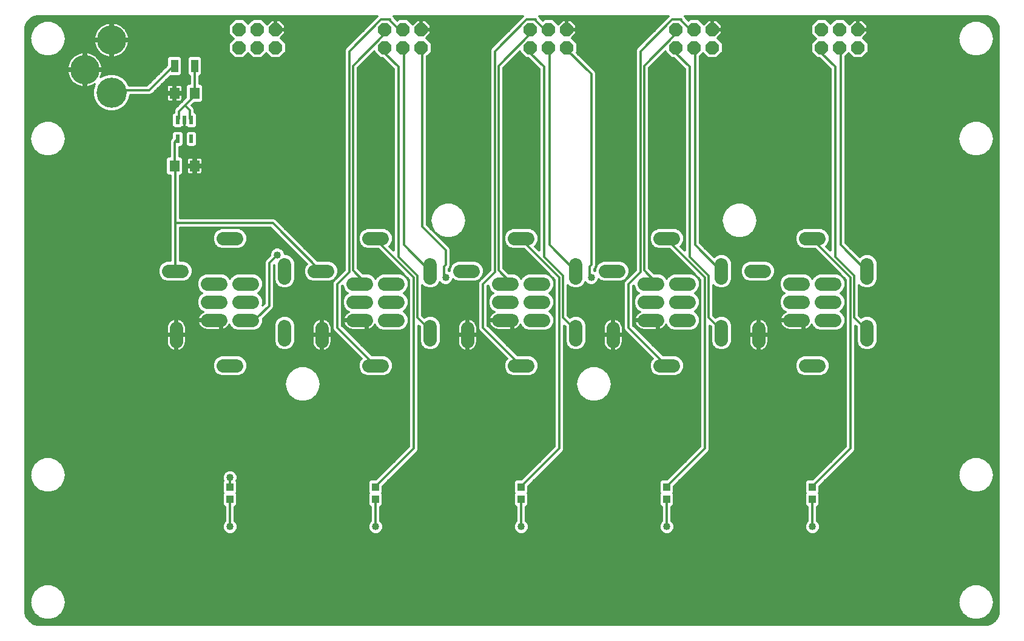
<source format=gbl>
G75*
G70*
%OFA0B0*%
%FSLAX24Y24*%
%IPPOS*%
%LPD*%
%AMOC8*
5,1,8,0,0,1.08239X$1,22.5*
%
%ADD10R,0.0551X0.0630*%
%ADD11C,0.1660*%
%ADD12C,0.1620*%
%ADD13OC8,0.0740*%
%ADD14R,0.0394X0.0433*%
%ADD15R,0.0394X0.0709*%
%ADD16R,0.0217X0.0472*%
%ADD17C,0.0740*%
%ADD18C,0.0120*%
%ADD19C,0.0400*%
D10*
X008609Y025660D03*
X009711Y025660D03*
X009711Y029660D03*
X008609Y029660D03*
D11*
X005160Y029696D03*
D12*
X003679Y030947D03*
X005150Y032579D03*
D13*
X012160Y032160D03*
X012160Y033160D03*
X013160Y033160D03*
X013160Y032160D03*
X014160Y032160D03*
X014160Y033160D03*
X020160Y033160D03*
X021160Y033160D03*
X021160Y032160D03*
X020160Y032160D03*
X022160Y032160D03*
X022160Y033160D03*
X028160Y033160D03*
X028160Y032160D03*
X029160Y032160D03*
X029160Y033160D03*
X030160Y033160D03*
X030160Y032160D03*
X036160Y032160D03*
X036160Y033160D03*
X037160Y033160D03*
X037160Y032160D03*
X038160Y032160D03*
X038160Y033160D03*
X044160Y033160D03*
X044160Y032160D03*
X045160Y032160D03*
X046160Y032160D03*
X046160Y033160D03*
X045160Y033160D03*
D14*
X043660Y007995D03*
X043660Y007325D03*
X035660Y007325D03*
X035660Y007995D03*
X027660Y007995D03*
X027660Y007325D03*
X019660Y007325D03*
X019660Y007995D03*
X011660Y007995D03*
X011660Y007325D03*
D15*
X009711Y031160D03*
X008609Y031160D03*
D16*
X008786Y028172D03*
X009160Y028172D03*
X009534Y028172D03*
X009534Y027148D03*
X008786Y027148D03*
D17*
X011290Y021660D02*
X012030Y021660D01*
X014660Y020230D02*
X014660Y019490D01*
X016290Y019860D02*
X017030Y019860D01*
X018420Y019160D02*
X019160Y019160D01*
X020160Y019160D02*
X020900Y019160D01*
X020900Y018160D02*
X020160Y018160D01*
X020160Y017160D02*
X020900Y017160D01*
X019160Y017160D02*
X018420Y017160D01*
X018420Y018160D02*
X019160Y018160D01*
X016710Y016730D02*
X016710Y015990D01*
X014660Y016090D02*
X014660Y016830D01*
X012900Y017160D02*
X012160Y017160D01*
X012160Y018160D02*
X012900Y018160D01*
X012900Y019160D02*
X012160Y019160D01*
X011160Y019160D02*
X010420Y019160D01*
X010420Y018160D02*
X011160Y018160D01*
X011160Y017160D02*
X010420Y017160D01*
X008710Y016730D02*
X008710Y015990D01*
X011290Y014660D02*
X012030Y014660D01*
X019290Y014660D02*
X020030Y014660D01*
X022660Y016090D02*
X022660Y016830D01*
X024710Y016730D02*
X024710Y015990D01*
X026420Y017160D02*
X027160Y017160D01*
X028160Y017160D02*
X028900Y017160D01*
X028900Y018160D02*
X028160Y018160D01*
X027160Y018160D02*
X026420Y018160D01*
X026420Y019160D02*
X027160Y019160D01*
X028160Y019160D02*
X028900Y019160D01*
X030660Y019490D02*
X030660Y020230D01*
X032290Y019860D02*
X033030Y019860D01*
X034420Y019160D02*
X035160Y019160D01*
X036160Y019160D02*
X036900Y019160D01*
X036900Y018160D02*
X036160Y018160D01*
X036160Y017160D02*
X036900Y017160D01*
X035160Y017160D02*
X034420Y017160D01*
X034420Y018160D02*
X035160Y018160D01*
X032710Y016730D02*
X032710Y015990D01*
X030660Y016090D02*
X030660Y016830D01*
X028030Y014660D02*
X027290Y014660D01*
X022660Y019490D02*
X022660Y020230D01*
X024290Y019860D02*
X025030Y019860D01*
X027290Y021660D02*
X028030Y021660D01*
X035290Y021660D02*
X036030Y021660D01*
X038660Y020230D02*
X038660Y019490D01*
X040290Y019860D02*
X041030Y019860D01*
X042420Y019160D02*
X043160Y019160D01*
X044160Y019160D02*
X044900Y019160D01*
X044900Y018160D02*
X044160Y018160D01*
X044160Y017160D02*
X044900Y017160D01*
X043160Y017160D02*
X042420Y017160D01*
X042420Y018160D02*
X043160Y018160D01*
X040710Y016730D02*
X040710Y015990D01*
X038660Y016090D02*
X038660Y016830D01*
X036030Y014660D02*
X035290Y014660D01*
X043290Y014660D02*
X044030Y014660D01*
X046660Y016090D02*
X046660Y016830D01*
X046660Y019490D02*
X046660Y020230D01*
X044030Y021660D02*
X043290Y021660D01*
X020030Y021660D02*
X019290Y021660D01*
X009030Y019860D02*
X008290Y019860D01*
D18*
X000501Y000824D02*
X000637Y000637D01*
X000824Y000501D01*
X001044Y000429D01*
X001160Y000420D01*
X053160Y000420D01*
X053276Y000429D01*
X053496Y000501D01*
X053683Y000637D01*
X053819Y000824D01*
X053891Y001044D01*
X053900Y001160D01*
X053900Y033160D01*
X053891Y033276D01*
X053819Y033496D01*
X053683Y033683D01*
X053496Y033819D01*
X053276Y033891D01*
X053160Y033900D01*
X036652Y033900D01*
X036689Y033863D01*
X036724Y033778D01*
X036841Y033661D01*
X036920Y033740D01*
X037400Y033740D01*
X037695Y033445D01*
X037940Y033690D01*
X038120Y033690D01*
X038120Y033200D01*
X038200Y033200D01*
X038200Y033690D01*
X038380Y033690D01*
X038690Y033380D01*
X038690Y033200D01*
X038200Y033200D01*
X038200Y033120D01*
X038690Y033120D01*
X038690Y032940D01*
X038445Y032695D01*
X038740Y032400D01*
X038740Y031920D01*
X038400Y031580D01*
X037920Y031580D01*
X037660Y031840D01*
X037480Y031660D01*
X037480Y021422D01*
X038256Y020646D01*
X038331Y020722D01*
X038545Y020810D01*
X038775Y020810D01*
X038989Y020722D01*
X039152Y020559D01*
X039240Y020345D01*
X039240Y019375D01*
X039152Y019161D01*
X038989Y018998D01*
X038775Y018910D01*
X038545Y018910D01*
X038331Y018998D01*
X038230Y019100D01*
X038230Y017422D01*
X038331Y017321D01*
X038331Y017322D01*
X038545Y017410D01*
X038775Y017410D01*
X038989Y017322D01*
X039152Y017159D01*
X039240Y016945D01*
X039240Y015975D01*
X039152Y015761D01*
X038989Y015598D01*
X038775Y015510D01*
X038545Y015510D01*
X038331Y015598D01*
X038168Y015761D01*
X038080Y015975D01*
X038080Y016808D01*
X038030Y016858D01*
X038030Y010056D01*
X037989Y009957D01*
X037913Y009881D01*
X036067Y008035D01*
X036067Y007691D01*
X036036Y007660D01*
X036067Y007629D01*
X036067Y007022D01*
X035944Y006899D01*
X035930Y006899D01*
X035930Y006120D01*
X036008Y006042D01*
X036070Y005892D01*
X036070Y005728D01*
X036008Y005578D01*
X035892Y005462D01*
X035742Y005400D01*
X035578Y005400D01*
X035428Y005462D01*
X035312Y005578D01*
X035250Y005728D01*
X035250Y005892D01*
X035312Y006042D01*
X035390Y006120D01*
X035390Y006899D01*
X035376Y006899D01*
X035253Y007022D01*
X035253Y007629D01*
X035284Y007660D01*
X035253Y007691D01*
X035253Y008298D01*
X035376Y008421D01*
X035689Y008421D01*
X037490Y010222D01*
X037490Y019398D01*
X035808Y021080D01*
X035175Y021080D01*
X034961Y021168D01*
X034798Y021331D01*
X034710Y021545D01*
X034710Y021775D01*
X034798Y021989D01*
X034961Y022152D01*
X035175Y022240D01*
X036145Y022240D01*
X036359Y022152D01*
X036522Y021989D01*
X036610Y021775D01*
X036610Y021545D01*
X036522Y021331D01*
X036421Y021231D01*
X036640Y021012D01*
X036640Y030998D01*
X036058Y031580D01*
X035920Y031580D01*
X035580Y031920D01*
X035580Y031948D01*
X034680Y031048D01*
X034680Y020022D01*
X034962Y019740D01*
X035275Y019740D01*
X035489Y019652D01*
X035652Y019489D01*
X035660Y019469D01*
X035668Y019489D01*
X035831Y019652D01*
X036045Y019740D01*
X037015Y019740D01*
X037229Y019652D01*
X037392Y019489D01*
X037480Y019275D01*
X037480Y019045D01*
X037392Y018831D01*
X037229Y018668D01*
X037209Y018660D01*
X037229Y018652D01*
X037392Y018489D01*
X037480Y018275D01*
X037480Y018045D01*
X037392Y017831D01*
X037229Y017668D01*
X037209Y017660D01*
X037229Y017652D01*
X037392Y017489D01*
X037480Y017275D01*
X037480Y017045D01*
X037392Y016831D01*
X037229Y016668D01*
X037015Y016580D01*
X036045Y016580D01*
X035831Y016668D01*
X035668Y016831D01*
X035632Y016919D01*
X035613Y016882D01*
X035564Y016815D01*
X035505Y016756D01*
X035438Y016707D01*
X035363Y016669D01*
X035284Y016643D01*
X035210Y016631D01*
X035210Y017110D01*
X035110Y017110D01*
X035110Y016630D01*
X034378Y016630D01*
X034296Y016643D01*
X034217Y016669D01*
X034142Y016707D01*
X034075Y016756D01*
X034016Y016815D01*
X033967Y016882D01*
X033929Y016957D01*
X033903Y017036D01*
X033891Y017110D01*
X035110Y017110D01*
X035110Y017210D01*
X033891Y017210D01*
X033903Y017284D01*
X033929Y017363D01*
X033967Y017438D01*
X034016Y017505D01*
X034075Y017564D01*
X034142Y017613D01*
X034179Y017632D01*
X034091Y017668D01*
X033928Y017831D01*
X033840Y018045D01*
X033840Y018275D01*
X033928Y018489D01*
X034091Y018652D01*
X034111Y018660D01*
X034091Y018668D01*
X033928Y018831D01*
X033840Y019045D01*
X033840Y019058D01*
X033830Y019048D01*
X033830Y016872D01*
X035462Y015240D01*
X036145Y015240D01*
X036359Y015152D01*
X036522Y014989D01*
X036610Y014775D01*
X036610Y014545D01*
X036522Y014331D01*
X036359Y014168D01*
X036145Y014080D01*
X035175Y014080D01*
X034961Y014168D01*
X034798Y014331D01*
X034710Y014545D01*
X034710Y014775D01*
X034798Y014989D01*
X034874Y015064D01*
X033407Y016531D01*
X033331Y016607D01*
X033290Y016706D01*
X033290Y019214D01*
X033331Y019313D01*
X033940Y019922D01*
X033940Y032014D01*
X033981Y032113D01*
X035731Y033863D01*
X035768Y033900D01*
X028652Y033900D01*
X028689Y033863D01*
X028724Y033778D01*
X028841Y033661D01*
X028920Y033740D01*
X029400Y033740D01*
X029695Y033445D01*
X029940Y033690D01*
X030120Y033690D01*
X030120Y033200D01*
X030200Y033200D01*
X030200Y033690D01*
X030380Y033690D01*
X030690Y033380D01*
X030690Y033200D01*
X030200Y033200D01*
X030200Y033120D01*
X030690Y033120D01*
X030690Y032940D01*
X030445Y032695D01*
X030740Y032400D01*
X030740Y031920D01*
X030711Y031891D01*
X031739Y030863D01*
X031780Y030764D01*
X031780Y020156D01*
X031739Y020057D01*
X031680Y019998D01*
X031680Y019883D01*
X031710Y019871D01*
X031710Y019975D01*
X031798Y020189D01*
X031961Y020352D01*
X032175Y020440D01*
X033145Y020440D01*
X033359Y020352D01*
X033522Y020189D01*
X033610Y019975D01*
X033610Y019745D01*
X033522Y019531D01*
X033359Y019368D01*
X033145Y019280D01*
X032175Y019280D01*
X031961Y019368D01*
X031915Y019415D01*
X031858Y019278D01*
X031742Y019162D01*
X031592Y019100D01*
X031428Y019100D01*
X031278Y019162D01*
X031189Y019251D01*
X031152Y019161D01*
X030989Y018998D01*
X030775Y018910D01*
X030545Y018910D01*
X030331Y018998D01*
X030230Y019100D01*
X030230Y017422D01*
X030331Y017321D01*
X030331Y017322D01*
X030545Y017410D01*
X030775Y017410D01*
X030989Y017322D01*
X031152Y017159D01*
X031240Y016945D01*
X031240Y015975D01*
X031152Y015761D01*
X030989Y015598D01*
X030775Y015510D01*
X030545Y015510D01*
X030331Y015598D01*
X030168Y015761D01*
X030080Y015975D01*
X030080Y016808D01*
X030030Y016858D01*
X030030Y010056D01*
X029989Y009957D01*
X029913Y009881D01*
X028067Y008035D01*
X028067Y007691D01*
X028036Y007660D01*
X028067Y007629D01*
X028067Y007022D01*
X027944Y006899D01*
X027930Y006899D01*
X027930Y006120D01*
X028008Y006042D01*
X028070Y005892D01*
X028070Y005728D01*
X028008Y005578D01*
X027892Y005462D01*
X027742Y005400D01*
X027578Y005400D01*
X027428Y005462D01*
X027312Y005578D01*
X027250Y005728D01*
X027250Y005892D01*
X027312Y006042D01*
X027390Y006120D01*
X027390Y006899D01*
X027376Y006899D01*
X027253Y007022D01*
X027253Y007629D01*
X027284Y007660D01*
X027253Y007691D01*
X027253Y008298D01*
X027376Y008421D01*
X027689Y008421D01*
X029490Y010222D01*
X029490Y019398D01*
X027808Y021080D01*
X027175Y021080D01*
X026961Y021168D01*
X026798Y021331D01*
X026710Y021545D01*
X026710Y021775D01*
X026798Y021989D01*
X026961Y022152D01*
X027175Y022240D01*
X028145Y022240D01*
X028359Y022152D01*
X028522Y021989D01*
X028610Y021775D01*
X028610Y021545D01*
X028522Y021331D01*
X028421Y021231D01*
X028640Y021012D01*
X028640Y030998D01*
X028058Y031580D01*
X027920Y031580D01*
X027580Y031920D01*
X027580Y031948D01*
X026680Y031048D01*
X026680Y020022D01*
X026962Y019740D01*
X027275Y019740D01*
X027489Y019652D01*
X027652Y019489D01*
X027660Y019469D01*
X027668Y019489D01*
X027831Y019652D01*
X028045Y019740D01*
X029015Y019740D01*
X029229Y019652D01*
X029392Y019489D01*
X029480Y019275D01*
X029480Y019045D01*
X029392Y018831D01*
X029229Y018668D01*
X029209Y018660D01*
X029229Y018652D01*
X029392Y018489D01*
X029480Y018275D01*
X029480Y018045D01*
X029392Y017831D01*
X029229Y017668D01*
X029209Y017660D01*
X029229Y017652D01*
X029392Y017489D01*
X029480Y017275D01*
X029480Y017045D01*
X029392Y016831D01*
X029229Y016668D01*
X029015Y016580D01*
X028045Y016580D01*
X027831Y016668D01*
X027668Y016831D01*
X027632Y016919D01*
X027613Y016882D01*
X027564Y016815D01*
X027505Y016756D01*
X027438Y016707D01*
X027363Y016669D01*
X027284Y016643D01*
X027210Y016631D01*
X027210Y017110D01*
X027110Y017110D01*
X027110Y016630D01*
X026378Y016630D01*
X026296Y016643D01*
X026217Y016669D01*
X026142Y016707D01*
X026075Y016756D01*
X026016Y016815D01*
X025967Y016882D01*
X025929Y016957D01*
X025903Y017036D01*
X025891Y017110D01*
X027110Y017110D01*
X027110Y017210D01*
X025891Y017210D01*
X025903Y017284D01*
X025929Y017363D01*
X025967Y017438D01*
X026016Y017505D01*
X026075Y017564D01*
X026142Y017613D01*
X026179Y017632D01*
X026091Y017668D01*
X025928Y017831D01*
X025840Y018045D01*
X025840Y018275D01*
X025928Y018489D01*
X026091Y018652D01*
X026111Y018660D01*
X026091Y018668D01*
X025928Y018831D01*
X025840Y019045D01*
X025840Y019058D01*
X025830Y019048D01*
X025830Y016872D01*
X027462Y015240D01*
X028145Y015240D01*
X028359Y015152D01*
X028522Y014989D01*
X028610Y014775D01*
X028610Y014545D01*
X028522Y014331D01*
X028359Y014168D01*
X028145Y014080D01*
X027175Y014080D01*
X026961Y014168D01*
X026798Y014331D01*
X026710Y014545D01*
X026710Y014775D01*
X026798Y014989D01*
X026874Y015064D01*
X025407Y016531D01*
X025331Y016607D01*
X025290Y016706D01*
X025290Y019214D01*
X025331Y019313D01*
X025940Y019922D01*
X025940Y032014D01*
X025981Y032113D01*
X027731Y033863D01*
X027768Y033900D01*
X020652Y033900D01*
X020689Y033863D01*
X020724Y033778D01*
X020841Y033661D01*
X020920Y033740D01*
X021400Y033740D01*
X021695Y033445D01*
X021940Y033690D01*
X022120Y033690D01*
X022120Y033200D01*
X022200Y033200D01*
X022200Y033690D01*
X022380Y033690D01*
X022690Y033380D01*
X022690Y033200D01*
X022200Y033200D01*
X022200Y033120D01*
X022690Y033120D01*
X022690Y032940D01*
X022445Y032695D01*
X022740Y032400D01*
X022740Y031920D01*
X022480Y031660D01*
X022480Y022422D01*
X023739Y021163D01*
X023780Y021064D01*
X023780Y020156D01*
X023739Y020057D01*
X023680Y019998D01*
X023680Y019883D01*
X023710Y019871D01*
X023710Y019975D01*
X023798Y020189D01*
X023961Y020352D01*
X024175Y020440D01*
X025145Y020440D01*
X025359Y020352D01*
X025522Y020189D01*
X025610Y019975D01*
X025610Y019745D01*
X025522Y019531D01*
X025359Y019368D01*
X025145Y019280D01*
X024175Y019280D01*
X023961Y019368D01*
X023915Y019415D01*
X023858Y019278D01*
X023742Y019162D01*
X023592Y019100D01*
X023428Y019100D01*
X023278Y019162D01*
X023189Y019251D01*
X023152Y019161D01*
X022989Y018998D01*
X022775Y018910D01*
X022545Y018910D01*
X022331Y018998D01*
X022230Y019100D01*
X022230Y017422D01*
X022331Y017321D01*
X022331Y017322D01*
X022545Y017410D01*
X022775Y017410D01*
X022989Y017322D01*
X023152Y017159D01*
X023240Y016945D01*
X023240Y015975D01*
X023152Y015761D01*
X022989Y015598D01*
X022775Y015510D01*
X022545Y015510D01*
X022331Y015598D01*
X022168Y015761D01*
X022080Y015975D01*
X022080Y016808D01*
X022030Y016858D01*
X022030Y010056D01*
X021989Y009957D01*
X021913Y009881D01*
X021913Y009881D01*
X020067Y008035D01*
X020067Y007691D01*
X020036Y007660D01*
X020067Y007629D01*
X020067Y007022D01*
X019944Y006899D01*
X019930Y006899D01*
X019930Y006120D01*
X020008Y006042D01*
X020070Y005892D01*
X020070Y005728D01*
X020008Y005578D01*
X019892Y005462D01*
X019742Y005400D01*
X019578Y005400D01*
X019428Y005462D01*
X019312Y005578D01*
X019250Y005728D01*
X019250Y005892D01*
X019312Y006042D01*
X019390Y006120D01*
X019390Y006899D01*
X019376Y006899D01*
X019253Y007022D01*
X019253Y007629D01*
X019284Y007660D01*
X019253Y007691D01*
X019253Y008298D01*
X019376Y008421D01*
X019689Y008421D01*
X021490Y010222D01*
X021490Y019398D01*
X019808Y021080D01*
X019175Y021080D01*
X018961Y021168D01*
X018798Y021331D01*
X018710Y021545D01*
X018710Y021775D01*
X018798Y021989D01*
X018961Y022152D01*
X019175Y022240D01*
X020145Y022240D01*
X020359Y022152D01*
X020522Y021989D01*
X020610Y021775D01*
X020610Y021545D01*
X020522Y021331D01*
X020421Y021231D01*
X020640Y021012D01*
X020640Y030998D01*
X020058Y031580D01*
X019920Y031580D01*
X019580Y031920D01*
X019580Y031948D01*
X018680Y031048D01*
X018680Y020022D01*
X018962Y019740D01*
X019275Y019740D01*
X019489Y019652D01*
X019652Y019489D01*
X019660Y019469D01*
X019668Y019489D01*
X019831Y019652D01*
X020045Y019740D01*
X021015Y019740D01*
X021229Y019652D01*
X021392Y019489D01*
X021480Y019275D01*
X021480Y019045D01*
X021392Y018831D01*
X021229Y018668D01*
X021209Y018660D01*
X021229Y018652D01*
X021392Y018489D01*
X021480Y018275D01*
X021480Y018045D01*
X021392Y017831D01*
X021229Y017668D01*
X021209Y017660D01*
X021229Y017652D01*
X021392Y017489D01*
X021480Y017275D01*
X021480Y017045D01*
X021392Y016831D01*
X021229Y016668D01*
X021015Y016580D01*
X020045Y016580D01*
X019831Y016668D01*
X019668Y016831D01*
X019632Y016919D01*
X019613Y016882D01*
X019564Y016815D01*
X019505Y016756D01*
X019438Y016707D01*
X019363Y016669D01*
X019284Y016643D01*
X019210Y016631D01*
X019210Y017110D01*
X019110Y017110D01*
X019110Y016630D01*
X018378Y016630D01*
X018296Y016643D01*
X018217Y016669D01*
X018142Y016707D01*
X018075Y016756D01*
X018016Y016815D01*
X017967Y016882D01*
X017929Y016957D01*
X017903Y017036D01*
X017891Y017110D01*
X019110Y017110D01*
X019110Y017210D01*
X017891Y017210D01*
X017903Y017284D01*
X017929Y017363D01*
X017967Y017438D01*
X018016Y017505D01*
X018075Y017564D01*
X018142Y017613D01*
X018179Y017632D01*
X018091Y017668D01*
X017928Y017831D01*
X017840Y018045D01*
X017840Y018275D01*
X017928Y018489D01*
X018091Y018652D01*
X018111Y018660D01*
X018091Y018668D01*
X017928Y018831D01*
X017840Y019045D01*
X017840Y019058D01*
X017830Y019048D01*
X017830Y016872D01*
X019462Y015240D01*
X020145Y015240D01*
X020359Y015152D01*
X020522Y014989D01*
X020610Y014775D01*
X020610Y014545D01*
X020522Y014331D01*
X020359Y014168D01*
X020145Y014080D01*
X019175Y014080D01*
X018961Y014168D01*
X018798Y014331D01*
X018710Y014545D01*
X018710Y014775D01*
X018798Y014989D01*
X018874Y015064D01*
X017407Y016531D01*
X017331Y016607D01*
X017290Y016706D01*
X017290Y019214D01*
X017331Y019313D01*
X017940Y019922D01*
X017940Y032014D01*
X017981Y032113D01*
X019731Y033863D01*
X019768Y033900D01*
X001160Y033900D01*
X001044Y033891D01*
X000824Y033819D01*
X000637Y033683D01*
X000501Y033496D01*
X000429Y033276D01*
X000420Y033160D01*
X000420Y001160D01*
X000429Y001044D01*
X000501Y000824D01*
X000485Y000871D02*
X001076Y000871D01*
X001162Y000798D02*
X000898Y001020D01*
X000898Y001020D01*
X000725Y001320D01*
X000725Y001320D01*
X000665Y001660D01*
X000665Y001660D01*
X000725Y002000D01*
X000725Y002000D01*
X000898Y002300D01*
X000898Y002300D01*
X001162Y002522D01*
X001162Y002522D01*
X001487Y002640D01*
X001833Y002640D01*
X002158Y002522D01*
X002158Y002522D01*
X002422Y002300D01*
X002422Y002300D01*
X002595Y002000D01*
X002595Y002000D01*
X002655Y001660D01*
X002655Y001660D01*
X002595Y001320D01*
X002595Y001320D01*
X002422Y001020D01*
X002422Y001020D01*
X002422Y001020D01*
X002158Y000798D01*
X002158Y000798D01*
X001833Y000680D01*
X001610Y000680D01*
X001487Y000680D01*
X001162Y000798D01*
X001162Y000798D01*
X001288Y000753D02*
X000553Y000753D01*
X000641Y000634D02*
X053679Y000634D01*
X053767Y000753D02*
X053032Y000753D01*
X053158Y000798D02*
X053158Y000798D01*
X053422Y001020D01*
X053422Y001020D01*
X053422Y001020D01*
X053595Y001320D01*
X053655Y001660D01*
X053595Y002000D01*
X053595Y002000D01*
X053422Y002300D01*
X053158Y002522D01*
X053158Y002522D01*
X052833Y002640D01*
X052487Y002640D01*
X052162Y002522D01*
X051898Y002300D01*
X051725Y002000D01*
X051665Y001660D01*
X051725Y001320D01*
X051725Y001320D01*
X051898Y001020D01*
X052162Y000798D01*
X052162Y000798D01*
X052487Y000680D01*
X052610Y000680D01*
X052833Y000680D01*
X053158Y000798D01*
X053244Y000871D02*
X053835Y000871D01*
X053873Y000990D02*
X053386Y000990D01*
X053473Y001108D02*
X053896Y001108D01*
X053900Y001227D02*
X053541Y001227D01*
X053595Y001320D02*
X053595Y001320D01*
X053600Y001345D02*
X053900Y001345D01*
X053900Y001464D02*
X053620Y001464D01*
X053641Y001582D02*
X053900Y001582D01*
X053900Y001701D02*
X053648Y001701D01*
X053655Y001660D02*
X053655Y001660D01*
X053627Y001819D02*
X053900Y001819D01*
X053900Y001938D02*
X053606Y001938D01*
X053563Y002056D02*
X053900Y002056D01*
X053900Y002175D02*
X053495Y002175D01*
X053426Y002293D02*
X053900Y002293D01*
X053900Y002412D02*
X053289Y002412D01*
X053422Y002300D02*
X053422Y002300D01*
X053135Y002530D02*
X053900Y002530D01*
X053900Y002649D02*
X000420Y002649D01*
X000420Y002767D02*
X053900Y002767D01*
X053900Y002886D02*
X000420Y002886D01*
X000420Y003004D02*
X053900Y003004D01*
X053900Y003123D02*
X000420Y003123D01*
X000420Y003241D02*
X053900Y003241D01*
X053900Y003360D02*
X000420Y003360D01*
X000420Y003478D02*
X053900Y003478D01*
X053900Y003597D02*
X000420Y003597D01*
X000420Y003715D02*
X053900Y003715D01*
X053900Y003834D02*
X000420Y003834D01*
X000420Y003952D02*
X053900Y003952D01*
X053900Y004071D02*
X000420Y004071D01*
X000420Y004189D02*
X053900Y004189D01*
X053900Y004308D02*
X000420Y004308D01*
X000420Y004426D02*
X053900Y004426D01*
X053900Y004545D02*
X000420Y004545D01*
X000420Y004663D02*
X053900Y004663D01*
X053900Y004782D02*
X000420Y004782D01*
X000420Y004900D02*
X053900Y004900D01*
X053900Y005019D02*
X000420Y005019D01*
X000420Y005137D02*
X053900Y005137D01*
X053900Y005256D02*
X000420Y005256D01*
X000420Y005374D02*
X053900Y005374D01*
X053900Y005493D02*
X043922Y005493D01*
X043892Y005462D02*
X044008Y005578D01*
X044070Y005728D01*
X044070Y005892D01*
X044008Y006042D01*
X043930Y006120D01*
X043930Y006899D01*
X043944Y006899D01*
X044067Y007022D01*
X044067Y007629D01*
X044036Y007660D01*
X044067Y007691D01*
X044067Y008035D01*
X045913Y009881D01*
X045989Y009957D01*
X046030Y010056D01*
X046030Y016858D01*
X046080Y016808D01*
X046080Y015975D01*
X046168Y015761D01*
X046331Y015598D01*
X046545Y015510D01*
X046775Y015510D01*
X046989Y015598D01*
X047152Y015761D01*
X047240Y015975D01*
X047240Y016945D01*
X047152Y017159D01*
X046989Y017322D01*
X046775Y017410D01*
X046545Y017410D01*
X046331Y017322D01*
X046331Y017321D01*
X046230Y017422D01*
X046230Y019100D01*
X046331Y018998D01*
X046545Y018910D01*
X046775Y018910D01*
X046989Y018998D01*
X047152Y019161D01*
X047240Y019375D01*
X047240Y020345D01*
X047152Y020559D01*
X046989Y020722D01*
X046775Y020810D01*
X046545Y020810D01*
X046331Y020722D01*
X046256Y020646D01*
X045480Y021422D01*
X045480Y031660D01*
X045660Y031840D01*
X045920Y031580D01*
X046400Y031580D01*
X046740Y031920D01*
X046740Y032400D01*
X046445Y032695D01*
X046690Y032940D01*
X046690Y033120D01*
X046200Y033120D01*
X046200Y033200D01*
X046120Y033200D01*
X046120Y033690D01*
X045940Y033690D01*
X045695Y033445D01*
X045400Y033740D01*
X044920Y033740D01*
X044660Y033480D01*
X044400Y033740D01*
X043920Y033740D01*
X043580Y033400D01*
X043580Y032920D01*
X043840Y032660D01*
X043580Y032400D01*
X043580Y031920D01*
X043920Y031580D01*
X044058Y031580D01*
X044640Y030998D01*
X044640Y021012D01*
X044421Y021231D01*
X044522Y021331D01*
X044610Y021545D01*
X044610Y021775D01*
X044522Y021989D01*
X044359Y022152D01*
X044145Y022240D01*
X043175Y022240D01*
X042961Y022152D01*
X042798Y021989D01*
X042710Y021775D01*
X042710Y021545D01*
X042798Y021331D01*
X042961Y021168D01*
X043175Y021080D01*
X043808Y021080D01*
X045490Y019398D01*
X045490Y010222D01*
X043689Y008421D01*
X043376Y008421D01*
X043253Y008298D01*
X043253Y007691D01*
X043284Y007660D01*
X043253Y007629D01*
X043253Y007022D01*
X043376Y006899D01*
X043390Y006899D01*
X043390Y006120D01*
X043312Y006042D01*
X043250Y005892D01*
X043250Y005728D01*
X043312Y005578D01*
X043428Y005462D01*
X043578Y005400D01*
X043742Y005400D01*
X043892Y005462D01*
X044021Y005611D02*
X053900Y005611D01*
X053900Y005730D02*
X044070Y005730D01*
X044070Y005848D02*
X053900Y005848D01*
X053900Y005967D02*
X044039Y005967D01*
X043965Y006085D02*
X053900Y006085D01*
X053900Y006204D02*
X043930Y006204D01*
X043930Y006322D02*
X053900Y006322D01*
X053900Y006441D02*
X043930Y006441D01*
X043930Y006559D02*
X053900Y006559D01*
X053900Y006678D02*
X043930Y006678D01*
X043930Y006796D02*
X053900Y006796D01*
X053900Y006915D02*
X043960Y006915D01*
X044067Y007033D02*
X053900Y007033D01*
X053900Y007152D02*
X044067Y007152D01*
X044067Y007270D02*
X053900Y007270D01*
X053900Y007389D02*
X044067Y007389D01*
X044067Y007507D02*
X053900Y007507D01*
X053900Y007626D02*
X044067Y007626D01*
X044067Y007744D02*
X052311Y007744D01*
X052162Y007798D02*
X052487Y007680D01*
X052610Y007680D01*
X052833Y007680D01*
X053158Y007798D01*
X053422Y008020D01*
X053422Y008020D01*
X053422Y008020D01*
X053595Y008320D01*
X053655Y008660D01*
X053595Y009000D01*
X053422Y009300D01*
X053158Y009522D01*
X053158Y009522D01*
X052833Y009640D01*
X052487Y009640D01*
X052162Y009522D01*
X051898Y009300D01*
X051898Y009300D01*
X051725Y009000D01*
X051665Y008660D01*
X051725Y008320D01*
X051725Y008320D01*
X051898Y008020D01*
X052162Y007798D01*
X052162Y007798D01*
X052086Y007863D02*
X044067Y007863D01*
X044067Y007981D02*
X051945Y007981D01*
X051898Y008020D02*
X051898Y008020D01*
X051852Y008100D02*
X044131Y008100D01*
X044250Y008218D02*
X051784Y008218D01*
X051722Y008337D02*
X044368Y008337D01*
X044487Y008455D02*
X051701Y008455D01*
X051680Y008574D02*
X044605Y008574D01*
X044724Y008692D02*
X051671Y008692D01*
X051665Y008660D02*
X051665Y008660D01*
X051691Y008811D02*
X044842Y008811D01*
X044961Y008929D02*
X051712Y008929D01*
X051725Y009000D02*
X051725Y009000D01*
X051752Y009048D02*
X045079Y009048D01*
X045198Y009166D02*
X051821Y009166D01*
X051889Y009285D02*
X045316Y009285D01*
X045435Y009403D02*
X052021Y009403D01*
X051898Y009300D02*
X051898Y009300D01*
X052162Y009522D02*
X045553Y009522D01*
X045672Y009640D02*
X053900Y009640D01*
X053900Y009522D02*
X053158Y009522D01*
X053299Y009403D02*
X053900Y009403D01*
X053900Y009285D02*
X053431Y009285D01*
X053422Y009300D02*
X053422Y009300D01*
X053499Y009166D02*
X053900Y009166D01*
X053900Y009048D02*
X053568Y009048D01*
X053608Y008929D02*
X053900Y008929D01*
X053900Y008811D02*
X053629Y008811D01*
X053649Y008692D02*
X053900Y008692D01*
X053900Y008574D02*
X053640Y008574D01*
X053619Y008455D02*
X053900Y008455D01*
X053900Y008337D02*
X053598Y008337D01*
X053536Y008218D02*
X053900Y008218D01*
X053900Y008100D02*
X053468Y008100D01*
X053375Y007981D02*
X053900Y007981D01*
X053900Y007863D02*
X053234Y007863D01*
X053158Y007798D02*
X053158Y007798D01*
X053009Y007744D02*
X053900Y007744D01*
X052162Y009522D02*
X052162Y009522D01*
X053900Y009759D02*
X045790Y009759D01*
X045909Y009877D02*
X053900Y009877D01*
X053900Y009996D02*
X046005Y009996D01*
X046030Y010114D02*
X053900Y010114D01*
X053900Y010233D02*
X046030Y010233D01*
X046030Y010351D02*
X053900Y010351D01*
X053900Y010470D02*
X046030Y010470D01*
X046030Y010588D02*
X053900Y010588D01*
X053900Y010707D02*
X046030Y010707D01*
X046030Y010825D02*
X053900Y010825D01*
X053900Y010944D02*
X046030Y010944D01*
X046030Y011062D02*
X053900Y011062D01*
X053900Y011181D02*
X046030Y011181D01*
X046030Y011299D02*
X053900Y011299D01*
X053900Y011418D02*
X046030Y011418D01*
X046030Y011536D02*
X053900Y011536D01*
X053900Y011655D02*
X046030Y011655D01*
X046030Y011773D02*
X053900Y011773D01*
X053900Y011892D02*
X046030Y011892D01*
X046030Y012010D02*
X053900Y012010D01*
X053900Y012129D02*
X046030Y012129D01*
X046030Y012247D02*
X053900Y012247D01*
X053900Y012366D02*
X046030Y012366D01*
X046030Y012484D02*
X053900Y012484D01*
X053900Y012603D02*
X046030Y012603D01*
X046030Y012721D02*
X053900Y012721D01*
X053900Y012840D02*
X046030Y012840D01*
X046030Y012958D02*
X053900Y012958D01*
X053900Y013077D02*
X046030Y013077D01*
X046030Y013195D02*
X053900Y013195D01*
X053900Y013314D02*
X046030Y013314D01*
X046030Y013432D02*
X053900Y013432D01*
X053900Y013551D02*
X046030Y013551D01*
X046030Y013669D02*
X053900Y013669D01*
X053900Y013788D02*
X046030Y013788D01*
X046030Y013906D02*
X053900Y013906D01*
X053900Y014025D02*
X046030Y014025D01*
X046030Y014143D02*
X053900Y014143D01*
X053900Y014262D02*
X046030Y014262D01*
X046030Y014380D02*
X053900Y014380D01*
X053900Y014499D02*
X046030Y014499D01*
X046030Y014617D02*
X053900Y014617D01*
X053900Y014736D02*
X046030Y014736D01*
X046030Y014854D02*
X053900Y014854D01*
X053900Y014973D02*
X046030Y014973D01*
X046030Y015091D02*
X053900Y015091D01*
X053900Y015210D02*
X046030Y015210D01*
X046030Y015328D02*
X053900Y015328D01*
X053900Y015447D02*
X046030Y015447D01*
X046030Y015565D02*
X046412Y015565D01*
X046246Y015684D02*
X046030Y015684D01*
X046030Y015802D02*
X046151Y015802D01*
X046102Y015921D02*
X046030Y015921D01*
X046030Y016039D02*
X046080Y016039D01*
X046080Y016158D02*
X046030Y016158D01*
X046030Y016276D02*
X046080Y016276D01*
X046080Y016395D02*
X046030Y016395D01*
X046030Y016513D02*
X046080Y016513D01*
X046080Y016632D02*
X046030Y016632D01*
X046030Y016750D02*
X046080Y016750D01*
X046360Y016760D02*
X046360Y016910D01*
X045960Y017310D01*
X045960Y019610D01*
X044910Y020660D01*
X044910Y031110D01*
X044160Y031860D01*
X044160Y032160D01*
X043580Y032155D02*
X038740Y032155D01*
X038740Y032037D02*
X043580Y032037D01*
X043582Y031918D02*
X038738Y031918D01*
X038620Y031800D02*
X043700Y031800D01*
X043819Y031681D02*
X038501Y031681D01*
X037819Y031681D02*
X037501Y031681D01*
X037480Y031563D02*
X044076Y031563D01*
X044194Y031444D02*
X037480Y031444D01*
X037480Y031326D02*
X044313Y031326D01*
X044431Y031207D02*
X037480Y031207D01*
X037480Y031089D02*
X044550Y031089D01*
X044640Y030970D02*
X037480Y030970D01*
X037480Y030852D02*
X044640Y030852D01*
X044640Y030733D02*
X037480Y030733D01*
X037480Y030615D02*
X044640Y030615D01*
X044640Y030496D02*
X037480Y030496D01*
X037480Y030378D02*
X044640Y030378D01*
X044640Y030259D02*
X037480Y030259D01*
X037480Y030141D02*
X044640Y030141D01*
X044640Y030022D02*
X037480Y030022D01*
X037480Y029904D02*
X044640Y029904D01*
X044640Y029785D02*
X037480Y029785D01*
X037480Y029667D02*
X044640Y029667D01*
X044640Y029548D02*
X037480Y029548D01*
X037480Y029430D02*
X044640Y029430D01*
X044640Y029311D02*
X037480Y029311D01*
X037480Y029193D02*
X044640Y029193D01*
X044640Y029074D02*
X037480Y029074D01*
X037480Y028956D02*
X044640Y028956D01*
X044640Y028837D02*
X037480Y028837D01*
X037480Y028719D02*
X044640Y028719D01*
X044640Y028600D02*
X037480Y028600D01*
X037480Y028482D02*
X044640Y028482D01*
X044640Y028363D02*
X037480Y028363D01*
X037480Y028245D02*
X044640Y028245D01*
X044640Y028126D02*
X037480Y028126D01*
X037480Y028008D02*
X044640Y028008D01*
X044640Y027889D02*
X037480Y027889D01*
X037480Y027771D02*
X044640Y027771D01*
X044640Y027652D02*
X037480Y027652D01*
X037480Y027534D02*
X044640Y027534D01*
X044640Y027415D02*
X037480Y027415D01*
X037480Y027297D02*
X044640Y027297D01*
X044640Y027178D02*
X037480Y027178D01*
X037480Y027060D02*
X044640Y027060D01*
X044640Y026941D02*
X037480Y026941D01*
X037480Y026823D02*
X044640Y026823D01*
X044640Y026704D02*
X037480Y026704D01*
X037480Y026586D02*
X044640Y026586D01*
X044640Y026467D02*
X037480Y026467D01*
X037480Y026349D02*
X044640Y026349D01*
X044640Y026230D02*
X037480Y026230D01*
X037480Y026112D02*
X044640Y026112D01*
X044640Y025993D02*
X037480Y025993D01*
X037480Y025875D02*
X044640Y025875D01*
X044640Y025756D02*
X037480Y025756D01*
X037480Y025638D02*
X044640Y025638D01*
X044640Y025519D02*
X037480Y025519D01*
X037480Y025401D02*
X044640Y025401D01*
X044640Y025282D02*
X037480Y025282D01*
X037480Y025164D02*
X044640Y025164D01*
X044640Y025045D02*
X037480Y025045D01*
X037480Y024927D02*
X044640Y024927D01*
X044640Y024808D02*
X037480Y024808D01*
X037480Y024690D02*
X044640Y024690D01*
X044640Y024571D02*
X037480Y024571D01*
X037480Y024453D02*
X044640Y024453D01*
X044640Y024334D02*
X037480Y024334D01*
X037480Y024216D02*
X044640Y024216D01*
X044640Y024097D02*
X037480Y024097D01*
X037480Y023979D02*
X044640Y023979D01*
X044640Y023860D02*
X037480Y023860D01*
X037480Y023742D02*
X044640Y023742D01*
X044640Y023623D02*
X039879Y023623D01*
X039833Y023640D02*
X039487Y023640D01*
X039162Y023522D01*
X039162Y023522D01*
X038898Y023300D01*
X038898Y023300D01*
X038725Y023000D01*
X038665Y022660D01*
X038725Y022320D01*
X038725Y022320D01*
X038898Y022020D01*
X039162Y021798D01*
X039162Y021798D01*
X039487Y021680D01*
X039610Y021680D01*
X039833Y021680D01*
X040158Y021798D01*
X040422Y022020D01*
X040422Y022020D01*
X040422Y022020D01*
X040595Y022320D01*
X040655Y022660D01*
X040595Y023000D01*
X040595Y023000D01*
X040422Y023300D01*
X040158Y023522D01*
X040158Y023522D01*
X039833Y023640D01*
X040178Y023505D02*
X044640Y023505D01*
X044640Y023386D02*
X040319Y023386D01*
X040422Y023300D02*
X040422Y023300D01*
X040441Y023268D02*
X044640Y023268D01*
X044640Y023149D02*
X040509Y023149D01*
X040578Y023031D02*
X044640Y023031D01*
X044640Y022912D02*
X040611Y022912D01*
X040632Y022794D02*
X044640Y022794D01*
X044640Y022675D02*
X040652Y022675D01*
X040655Y022660D02*
X040655Y022660D01*
X040637Y022557D02*
X044640Y022557D01*
X044640Y022438D02*
X040616Y022438D01*
X040595Y022320D02*
X040595Y022320D01*
X044640Y022320D01*
X044640Y022201D02*
X044239Y022201D01*
X044428Y022083D02*
X044640Y022083D01*
X044640Y021964D02*
X044532Y021964D01*
X044581Y021846D02*
X044640Y021846D01*
X044640Y021727D02*
X044610Y021727D01*
X044610Y021609D02*
X044640Y021609D01*
X044640Y021490D02*
X044587Y021490D01*
X044538Y021372D02*
X044640Y021372D01*
X044640Y021253D02*
X044443Y021253D01*
X044517Y021135D02*
X044640Y021135D01*
X044636Y021016D02*
X044640Y021016D01*
X044228Y020661D02*
X039050Y020661D01*
X039159Y020542D02*
X044346Y020542D01*
X044465Y020424D02*
X041185Y020424D01*
X041145Y020440D02*
X040175Y020440D01*
X039961Y020352D01*
X039798Y020189D01*
X039710Y019975D01*
X039710Y019745D01*
X039798Y019531D01*
X039961Y019368D01*
X040175Y019280D01*
X041145Y019280D01*
X041359Y019368D01*
X041522Y019531D01*
X041610Y019745D01*
X041610Y019975D01*
X041522Y020189D01*
X041359Y020352D01*
X041145Y020440D01*
X041405Y020305D02*
X044583Y020305D01*
X044702Y020187D02*
X041523Y020187D01*
X041572Y020068D02*
X044820Y020068D01*
X044939Y019950D02*
X041610Y019950D01*
X041610Y019831D02*
X045057Y019831D01*
X045015Y019740D02*
X045229Y019652D01*
X045392Y019489D01*
X045480Y019275D01*
X045480Y019045D01*
X045392Y018831D01*
X045229Y018668D01*
X045209Y018660D01*
X045229Y018652D01*
X045392Y018489D01*
X045480Y018275D01*
X045480Y018045D01*
X045392Y017831D01*
X045229Y017668D01*
X045209Y017660D01*
X045229Y017652D01*
X045392Y017489D01*
X045480Y017275D01*
X045480Y017045D01*
X045392Y016831D01*
X045229Y016668D01*
X045015Y016580D01*
X044045Y016580D01*
X043831Y016668D01*
X043668Y016831D01*
X043632Y016919D01*
X043613Y016882D01*
X043564Y016815D01*
X043505Y016756D01*
X043438Y016707D01*
X043363Y016669D01*
X043284Y016643D01*
X043210Y016631D01*
X043210Y017110D01*
X043110Y017110D01*
X043110Y016630D01*
X042378Y016630D01*
X042296Y016643D01*
X042217Y016669D01*
X042142Y016707D01*
X042075Y016756D01*
X042016Y016815D01*
X041967Y016882D01*
X041929Y016957D01*
X041903Y017036D01*
X041891Y017110D01*
X043110Y017110D01*
X043110Y017210D01*
X041891Y017210D01*
X041903Y017284D01*
X041929Y017363D01*
X041967Y017438D01*
X042016Y017505D01*
X042075Y017564D01*
X042142Y017613D01*
X042179Y017632D01*
X042091Y017668D01*
X041928Y017831D01*
X041840Y018045D01*
X041840Y018275D01*
X041928Y018489D01*
X042091Y018652D01*
X042111Y018660D01*
X042091Y018668D01*
X041928Y018831D01*
X041840Y019045D01*
X041840Y019275D01*
X041928Y019489D01*
X042091Y019652D01*
X042305Y019740D01*
X043275Y019740D01*
X043489Y019652D01*
X043652Y019489D01*
X043660Y019469D01*
X043668Y019489D01*
X043831Y019652D01*
X044045Y019740D01*
X045015Y019740D01*
X045082Y019713D02*
X045176Y019713D01*
X045286Y019594D02*
X045294Y019594D01*
X045397Y019476D02*
X045413Y019476D01*
X045446Y019357D02*
X045490Y019357D01*
X045480Y019239D02*
X045490Y019239D01*
X045480Y019120D02*
X045490Y019120D01*
X045490Y019002D02*
X045462Y019002D01*
X045490Y018883D02*
X045413Y018883D01*
X045490Y018765D02*
X045325Y018765D01*
X045234Y018646D02*
X045490Y018646D01*
X045490Y018528D02*
X045353Y018528D01*
X045425Y018409D02*
X045490Y018409D01*
X045490Y018291D02*
X045474Y018291D01*
X045480Y018172D02*
X045490Y018172D01*
X045480Y018054D02*
X045490Y018054D01*
X045490Y017935D02*
X045435Y017935D01*
X045490Y017817D02*
X045377Y017817D01*
X045490Y017698D02*
X045258Y017698D01*
X045301Y017580D02*
X045490Y017580D01*
X045490Y017461D02*
X045403Y017461D01*
X045452Y017343D02*
X045490Y017343D01*
X045480Y017224D02*
X045490Y017224D01*
X045480Y017106D02*
X045490Y017106D01*
X045490Y016987D02*
X045456Y016987D01*
X045490Y016869D02*
X045407Y016869D01*
X045490Y016750D02*
X045310Y016750D01*
X045140Y016632D02*
X045490Y016632D01*
X045490Y016513D02*
X041240Y016513D01*
X041240Y016410D02*
X041240Y016772D01*
X041227Y016854D01*
X041201Y016933D01*
X041163Y017008D01*
X041114Y017075D01*
X041055Y017134D01*
X040988Y017183D01*
X040913Y017221D01*
X040834Y017247D01*
X040760Y017259D01*
X040760Y016410D01*
X041240Y016410D01*
X041240Y016310D02*
X040760Y016310D01*
X040760Y016410D01*
X040660Y016410D01*
X040660Y017259D01*
X040586Y017247D01*
X040507Y017221D01*
X040432Y017183D01*
X040365Y017134D01*
X040306Y017075D01*
X040257Y017008D01*
X040219Y016933D01*
X040193Y016854D01*
X040180Y016772D01*
X040180Y016410D01*
X040660Y016410D01*
X040660Y016310D01*
X040760Y016310D01*
X040760Y015461D01*
X040834Y015473D01*
X040913Y015499D01*
X040988Y015537D01*
X041055Y015586D01*
X041114Y015645D01*
X041163Y015712D01*
X041201Y015787D01*
X041227Y015866D01*
X041240Y015948D01*
X041240Y016310D01*
X041240Y016276D02*
X045490Y016276D01*
X045490Y016158D02*
X041240Y016158D01*
X041240Y016039D02*
X045490Y016039D01*
X045490Y015921D02*
X041236Y015921D01*
X041206Y015802D02*
X045490Y015802D01*
X045490Y015684D02*
X041142Y015684D01*
X041027Y015565D02*
X045490Y015565D01*
X045490Y015447D02*
X038030Y015447D01*
X038030Y015565D02*
X038412Y015565D01*
X038246Y015684D02*
X038030Y015684D01*
X038030Y015802D02*
X038151Y015802D01*
X038102Y015921D02*
X038030Y015921D01*
X038030Y016039D02*
X038080Y016039D01*
X038080Y016158D02*
X038030Y016158D01*
X038030Y016276D02*
X038080Y016276D01*
X038080Y016395D02*
X038030Y016395D01*
X038030Y016513D02*
X038080Y016513D01*
X038080Y016632D02*
X038030Y016632D01*
X038030Y016750D02*
X038080Y016750D01*
X038360Y016760D02*
X038360Y016910D01*
X037960Y017310D01*
X037960Y019610D01*
X036910Y020660D01*
X036910Y031110D01*
X036160Y031860D01*
X036160Y032160D01*
X035700Y031800D02*
X035431Y031800D01*
X035550Y031918D02*
X035582Y031918D01*
X035819Y031681D02*
X035313Y031681D01*
X035194Y031563D02*
X036076Y031563D01*
X036194Y031444D02*
X035076Y031444D01*
X034957Y031326D02*
X036313Y031326D01*
X036431Y031207D02*
X034839Y031207D01*
X034720Y031089D02*
X036550Y031089D01*
X036640Y030970D02*
X034680Y030970D01*
X034680Y030852D02*
X036640Y030852D01*
X036640Y030733D02*
X034680Y030733D01*
X034680Y030615D02*
X036640Y030615D01*
X036640Y030496D02*
X034680Y030496D01*
X034680Y030378D02*
X036640Y030378D01*
X036640Y030259D02*
X034680Y030259D01*
X034680Y030141D02*
X036640Y030141D01*
X036640Y030022D02*
X034680Y030022D01*
X034680Y029904D02*
X036640Y029904D01*
X036640Y029785D02*
X034680Y029785D01*
X034680Y029667D02*
X036640Y029667D01*
X036640Y029548D02*
X034680Y029548D01*
X034680Y029430D02*
X036640Y029430D01*
X036640Y029311D02*
X034680Y029311D01*
X034680Y029193D02*
X036640Y029193D01*
X036640Y029074D02*
X034680Y029074D01*
X034680Y028956D02*
X036640Y028956D01*
X036640Y028837D02*
X034680Y028837D01*
X034680Y028719D02*
X036640Y028719D01*
X036640Y028600D02*
X034680Y028600D01*
X034680Y028482D02*
X036640Y028482D01*
X036640Y028363D02*
X034680Y028363D01*
X034680Y028245D02*
X036640Y028245D01*
X036640Y028126D02*
X034680Y028126D01*
X034680Y028008D02*
X036640Y028008D01*
X036640Y027889D02*
X034680Y027889D01*
X034680Y027771D02*
X036640Y027771D01*
X036640Y027652D02*
X034680Y027652D01*
X034680Y027534D02*
X036640Y027534D01*
X036640Y027415D02*
X034680Y027415D01*
X034680Y027297D02*
X036640Y027297D01*
X036640Y027178D02*
X034680Y027178D01*
X034680Y027060D02*
X036640Y027060D01*
X036640Y026941D02*
X034680Y026941D01*
X034680Y026823D02*
X036640Y026823D01*
X036640Y026704D02*
X034680Y026704D01*
X034680Y026586D02*
X036640Y026586D01*
X036640Y026467D02*
X034680Y026467D01*
X034680Y026349D02*
X036640Y026349D01*
X036640Y026230D02*
X034680Y026230D01*
X034680Y026112D02*
X036640Y026112D01*
X036640Y025993D02*
X034680Y025993D01*
X034680Y025875D02*
X036640Y025875D01*
X036640Y025756D02*
X034680Y025756D01*
X034680Y025638D02*
X036640Y025638D01*
X036640Y025519D02*
X034680Y025519D01*
X034680Y025401D02*
X036640Y025401D01*
X036640Y025282D02*
X034680Y025282D01*
X034680Y025164D02*
X036640Y025164D01*
X036640Y025045D02*
X034680Y025045D01*
X034680Y024927D02*
X036640Y024927D01*
X036640Y024808D02*
X034680Y024808D01*
X034680Y024690D02*
X036640Y024690D01*
X036640Y024571D02*
X034680Y024571D01*
X034680Y024453D02*
X036640Y024453D01*
X036640Y024334D02*
X034680Y024334D01*
X034680Y024216D02*
X036640Y024216D01*
X036640Y024097D02*
X034680Y024097D01*
X034680Y023979D02*
X036640Y023979D01*
X036640Y023860D02*
X034680Y023860D01*
X034680Y023742D02*
X036640Y023742D01*
X036640Y023623D02*
X034680Y023623D01*
X034680Y023505D02*
X036640Y023505D01*
X036640Y023386D02*
X034680Y023386D01*
X034680Y023268D02*
X036640Y023268D01*
X036640Y023149D02*
X034680Y023149D01*
X034680Y023031D02*
X036640Y023031D01*
X036640Y022912D02*
X034680Y022912D01*
X034680Y022794D02*
X036640Y022794D01*
X036640Y022675D02*
X034680Y022675D01*
X034680Y022557D02*
X036640Y022557D01*
X036640Y022438D02*
X034680Y022438D01*
X034680Y022320D02*
X036640Y022320D01*
X036640Y022201D02*
X036239Y022201D01*
X036428Y022083D02*
X036640Y022083D01*
X036640Y021964D02*
X036532Y021964D01*
X036581Y021846D02*
X036640Y021846D01*
X036640Y021727D02*
X036610Y021727D01*
X036610Y021609D02*
X036640Y021609D01*
X036640Y021490D02*
X036587Y021490D01*
X036538Y021372D02*
X036640Y021372D01*
X036640Y021253D02*
X036443Y021253D01*
X036517Y021135D02*
X036640Y021135D01*
X036636Y021016D02*
X036640Y021016D01*
X036228Y020661D02*
X034680Y020661D01*
X034680Y020779D02*
X036109Y020779D01*
X035991Y020898D02*
X034680Y020898D01*
X034680Y021016D02*
X035872Y021016D01*
X036346Y020542D02*
X034680Y020542D01*
X034680Y020424D02*
X036465Y020424D01*
X036583Y020305D02*
X034680Y020305D01*
X034680Y020187D02*
X036702Y020187D01*
X036820Y020068D02*
X034680Y020068D01*
X034752Y019950D02*
X036939Y019950D01*
X037057Y019831D02*
X034871Y019831D01*
X034410Y019910D02*
X034410Y031160D01*
X036160Y032910D01*
X036160Y033160D01*
X035327Y033459D02*
X030611Y033459D01*
X030690Y033340D02*
X035208Y033340D01*
X035090Y033222D02*
X030690Y033222D01*
X030690Y033103D02*
X034971Y033103D01*
X034853Y032985D02*
X030690Y032985D01*
X030616Y032866D02*
X034734Y032866D01*
X034616Y032748D02*
X030497Y032748D01*
X030511Y032629D02*
X034497Y032629D01*
X034379Y032511D02*
X030630Y032511D01*
X030740Y032392D02*
X034260Y032392D01*
X034142Y032274D02*
X030740Y032274D01*
X030740Y032155D02*
X034023Y032155D01*
X033949Y032037D02*
X030740Y032037D01*
X030738Y031918D02*
X033940Y031918D01*
X033940Y031800D02*
X030802Y031800D01*
X030921Y031681D02*
X033940Y031681D01*
X033940Y031563D02*
X031039Y031563D01*
X031158Y031444D02*
X033940Y031444D01*
X033940Y031326D02*
X031276Y031326D01*
X031395Y031207D02*
X033940Y031207D01*
X033940Y031089D02*
X031513Y031089D01*
X031632Y030970D02*
X033940Y030970D01*
X033940Y030852D02*
X031744Y030852D01*
X031780Y030733D02*
X033940Y030733D01*
X033940Y030615D02*
X031780Y030615D01*
X031780Y030496D02*
X033940Y030496D01*
X033940Y030378D02*
X031780Y030378D01*
X031780Y030259D02*
X033940Y030259D01*
X033940Y030141D02*
X031780Y030141D01*
X031780Y030022D02*
X033940Y030022D01*
X033940Y029904D02*
X031780Y029904D01*
X031780Y029785D02*
X033940Y029785D01*
X033940Y029667D02*
X031780Y029667D01*
X031780Y029548D02*
X033940Y029548D01*
X033940Y029430D02*
X031780Y029430D01*
X031780Y029311D02*
X033940Y029311D01*
X033940Y029193D02*
X031780Y029193D01*
X031780Y029074D02*
X033940Y029074D01*
X033940Y028956D02*
X031780Y028956D01*
X031780Y028837D02*
X033940Y028837D01*
X033940Y028719D02*
X031780Y028719D01*
X031780Y028600D02*
X033940Y028600D01*
X033940Y028482D02*
X031780Y028482D01*
X031780Y028363D02*
X033940Y028363D01*
X033940Y028245D02*
X031780Y028245D01*
X031780Y028126D02*
X033940Y028126D01*
X033940Y028008D02*
X031780Y028008D01*
X031780Y027889D02*
X033940Y027889D01*
X033940Y027771D02*
X031780Y027771D01*
X031780Y027652D02*
X033940Y027652D01*
X033940Y027534D02*
X031780Y027534D01*
X031780Y027415D02*
X033940Y027415D01*
X033940Y027297D02*
X031780Y027297D01*
X031780Y027178D02*
X033940Y027178D01*
X033940Y027060D02*
X031780Y027060D01*
X031780Y026941D02*
X033940Y026941D01*
X033940Y026823D02*
X031780Y026823D01*
X031780Y026704D02*
X033940Y026704D01*
X033940Y026586D02*
X031780Y026586D01*
X031780Y026467D02*
X033940Y026467D01*
X033940Y026349D02*
X031780Y026349D01*
X031780Y026230D02*
X033940Y026230D01*
X033940Y026112D02*
X031780Y026112D01*
X031780Y025993D02*
X033940Y025993D01*
X033940Y025875D02*
X031780Y025875D01*
X031780Y025756D02*
X033940Y025756D01*
X033940Y025638D02*
X031780Y025638D01*
X031780Y025519D02*
X033940Y025519D01*
X033940Y025401D02*
X031780Y025401D01*
X031780Y025282D02*
X033940Y025282D01*
X033940Y025164D02*
X031780Y025164D01*
X031780Y025045D02*
X033940Y025045D01*
X033940Y024927D02*
X031780Y024927D01*
X031780Y024808D02*
X033940Y024808D01*
X033940Y024690D02*
X031780Y024690D01*
X031780Y024571D02*
X033940Y024571D01*
X033940Y024453D02*
X031780Y024453D01*
X031780Y024334D02*
X033940Y024334D01*
X033940Y024216D02*
X031780Y024216D01*
X031780Y024097D02*
X033940Y024097D01*
X033940Y023979D02*
X031780Y023979D01*
X031780Y023860D02*
X033940Y023860D01*
X033940Y023742D02*
X031780Y023742D01*
X031780Y023623D02*
X033940Y023623D01*
X033940Y023505D02*
X031780Y023505D01*
X031780Y023386D02*
X033940Y023386D01*
X033940Y023268D02*
X031780Y023268D01*
X031780Y023149D02*
X033940Y023149D01*
X033940Y023031D02*
X031780Y023031D01*
X031780Y022912D02*
X033940Y022912D01*
X033940Y022794D02*
X031780Y022794D01*
X031780Y022675D02*
X033940Y022675D01*
X033940Y022557D02*
X031780Y022557D01*
X031780Y022438D02*
X033940Y022438D01*
X033940Y022320D02*
X031780Y022320D01*
X031780Y022201D02*
X033940Y022201D01*
X033940Y022083D02*
X031780Y022083D01*
X031780Y021964D02*
X033940Y021964D01*
X033940Y021846D02*
X031780Y021846D01*
X031780Y021727D02*
X033940Y021727D01*
X033940Y021609D02*
X031780Y021609D01*
X031780Y021490D02*
X033940Y021490D01*
X033940Y021372D02*
X031780Y021372D01*
X031780Y021253D02*
X033940Y021253D01*
X033940Y021135D02*
X031780Y021135D01*
X031780Y021016D02*
X033940Y021016D01*
X033940Y020898D02*
X031780Y020898D01*
X031780Y020779D02*
X033940Y020779D01*
X033940Y020661D02*
X031780Y020661D01*
X031780Y020542D02*
X033940Y020542D01*
X033940Y020424D02*
X033185Y020424D01*
X033405Y020305D02*
X033940Y020305D01*
X033940Y020187D02*
X033523Y020187D01*
X033572Y020068D02*
X033940Y020068D01*
X033940Y019950D02*
X033610Y019950D01*
X033610Y019831D02*
X033849Y019831D01*
X033731Y019713D02*
X033597Y019713D01*
X033612Y019594D02*
X033548Y019594D01*
X033494Y019476D02*
X033466Y019476D01*
X033375Y019357D02*
X033331Y019357D01*
X033300Y019239D02*
X031818Y019239D01*
X031890Y019357D02*
X031989Y019357D01*
X031640Y019120D02*
X033290Y019120D01*
X033290Y019002D02*
X030992Y019002D01*
X031110Y019120D02*
X031380Y019120D01*
X031202Y019239D02*
X031184Y019239D01*
X031510Y019510D02*
X031410Y019610D01*
X031410Y020110D01*
X031510Y020210D01*
X031510Y030710D01*
X030160Y032060D01*
X030160Y032160D01*
X029210Y032110D02*
X029160Y032160D01*
X029210Y032110D02*
X029210Y021310D01*
X030660Y019860D01*
X029960Y019610D02*
X028910Y020660D01*
X028910Y031110D01*
X028160Y031860D01*
X028160Y032160D01*
X027700Y031800D02*
X027431Y031800D01*
X027550Y031918D02*
X027582Y031918D01*
X027819Y031681D02*
X027313Y031681D01*
X027194Y031563D02*
X028076Y031563D01*
X028194Y031444D02*
X027076Y031444D01*
X026957Y031326D02*
X028313Y031326D01*
X028431Y031207D02*
X026839Y031207D01*
X026720Y031089D02*
X028550Y031089D01*
X028640Y030970D02*
X026680Y030970D01*
X026680Y030852D02*
X028640Y030852D01*
X028640Y030733D02*
X026680Y030733D01*
X026680Y030615D02*
X028640Y030615D01*
X028640Y030496D02*
X026680Y030496D01*
X026680Y030378D02*
X028640Y030378D01*
X028640Y030259D02*
X026680Y030259D01*
X026680Y030141D02*
X028640Y030141D01*
X028640Y030022D02*
X026680Y030022D01*
X026680Y029904D02*
X028640Y029904D01*
X028640Y029785D02*
X026680Y029785D01*
X026680Y029667D02*
X028640Y029667D01*
X028640Y029548D02*
X026680Y029548D01*
X026680Y029430D02*
X028640Y029430D01*
X028640Y029311D02*
X026680Y029311D01*
X026680Y029193D02*
X028640Y029193D01*
X028640Y029074D02*
X026680Y029074D01*
X026680Y028956D02*
X028640Y028956D01*
X028640Y028837D02*
X026680Y028837D01*
X026680Y028719D02*
X028640Y028719D01*
X028640Y028600D02*
X026680Y028600D01*
X026680Y028482D02*
X028640Y028482D01*
X028640Y028363D02*
X026680Y028363D01*
X026680Y028245D02*
X028640Y028245D01*
X028640Y028126D02*
X026680Y028126D01*
X026680Y028008D02*
X028640Y028008D01*
X028640Y027889D02*
X026680Y027889D01*
X026680Y027771D02*
X028640Y027771D01*
X028640Y027652D02*
X026680Y027652D01*
X026680Y027534D02*
X028640Y027534D01*
X028640Y027415D02*
X026680Y027415D01*
X026680Y027297D02*
X028640Y027297D01*
X028640Y027178D02*
X026680Y027178D01*
X026680Y027060D02*
X028640Y027060D01*
X028640Y026941D02*
X026680Y026941D01*
X026680Y026823D02*
X028640Y026823D01*
X028640Y026704D02*
X026680Y026704D01*
X026680Y026586D02*
X028640Y026586D01*
X028640Y026467D02*
X026680Y026467D01*
X026680Y026349D02*
X028640Y026349D01*
X028640Y026230D02*
X026680Y026230D01*
X026680Y026112D02*
X028640Y026112D01*
X028640Y025993D02*
X026680Y025993D01*
X026680Y025875D02*
X028640Y025875D01*
X028640Y025756D02*
X026680Y025756D01*
X026680Y025638D02*
X028640Y025638D01*
X028640Y025519D02*
X026680Y025519D01*
X026680Y025401D02*
X028640Y025401D01*
X028640Y025282D02*
X026680Y025282D01*
X026680Y025164D02*
X028640Y025164D01*
X028640Y025045D02*
X026680Y025045D01*
X026680Y024927D02*
X028640Y024927D01*
X028640Y024808D02*
X026680Y024808D01*
X026680Y024690D02*
X028640Y024690D01*
X028640Y024571D02*
X026680Y024571D01*
X026680Y024453D02*
X028640Y024453D01*
X028640Y024334D02*
X026680Y024334D01*
X026680Y024216D02*
X028640Y024216D01*
X028640Y024097D02*
X026680Y024097D01*
X026680Y023979D02*
X028640Y023979D01*
X028640Y023860D02*
X026680Y023860D01*
X026680Y023742D02*
X028640Y023742D01*
X028640Y023623D02*
X026680Y023623D01*
X026680Y023505D02*
X028640Y023505D01*
X028640Y023386D02*
X026680Y023386D01*
X026680Y023268D02*
X028640Y023268D01*
X028640Y023149D02*
X026680Y023149D01*
X026680Y023031D02*
X028640Y023031D01*
X028640Y022912D02*
X026680Y022912D01*
X026680Y022794D02*
X028640Y022794D01*
X028640Y022675D02*
X026680Y022675D01*
X026680Y022557D02*
X028640Y022557D01*
X028640Y022438D02*
X026680Y022438D01*
X026680Y022320D02*
X028640Y022320D01*
X028640Y022201D02*
X028239Y022201D01*
X028428Y022083D02*
X028640Y022083D01*
X028640Y021964D02*
X028532Y021964D01*
X028581Y021846D02*
X028640Y021846D01*
X028640Y021727D02*
X028610Y021727D01*
X028610Y021609D02*
X028640Y021609D01*
X028640Y021490D02*
X028587Y021490D01*
X028538Y021372D02*
X028640Y021372D01*
X028640Y021253D02*
X028443Y021253D01*
X028517Y021135D02*
X028640Y021135D01*
X028636Y021016D02*
X028640Y021016D01*
X028228Y020661D02*
X026680Y020661D01*
X026680Y020779D02*
X028109Y020779D01*
X027991Y020898D02*
X026680Y020898D01*
X026680Y021016D02*
X027872Y021016D01*
X028346Y020542D02*
X026680Y020542D01*
X026680Y020424D02*
X028465Y020424D01*
X028583Y020305D02*
X026680Y020305D01*
X026680Y020187D02*
X028702Y020187D01*
X028820Y020068D02*
X026680Y020068D01*
X026752Y019950D02*
X028939Y019950D01*
X029057Y019831D02*
X026871Y019831D01*
X026410Y019910D02*
X026410Y031160D01*
X028160Y032910D01*
X028160Y033160D01*
X027327Y033459D02*
X022611Y033459D01*
X022690Y033340D02*
X027208Y033340D01*
X027090Y033222D02*
X022690Y033222D01*
X022690Y033103D02*
X026971Y033103D01*
X026853Y032985D02*
X022690Y032985D01*
X022616Y032866D02*
X026734Y032866D01*
X026616Y032748D02*
X022497Y032748D01*
X022511Y032629D02*
X026497Y032629D01*
X026379Y032511D02*
X022630Y032511D01*
X022740Y032392D02*
X026260Y032392D01*
X026142Y032274D02*
X022740Y032274D01*
X022740Y032155D02*
X026023Y032155D01*
X025949Y032037D02*
X022740Y032037D01*
X022738Y031918D02*
X025940Y031918D01*
X025940Y031800D02*
X022620Y031800D01*
X022501Y031681D02*
X025940Y031681D01*
X025940Y031563D02*
X022480Y031563D01*
X022480Y031444D02*
X025940Y031444D01*
X025940Y031326D02*
X022480Y031326D01*
X022480Y031207D02*
X025940Y031207D01*
X025940Y031089D02*
X022480Y031089D01*
X022480Y030970D02*
X025940Y030970D01*
X025940Y030852D02*
X022480Y030852D01*
X022480Y030733D02*
X025940Y030733D01*
X025940Y030615D02*
X022480Y030615D01*
X022480Y030496D02*
X025940Y030496D01*
X025940Y030378D02*
X022480Y030378D01*
X022480Y030259D02*
X025940Y030259D01*
X025940Y030141D02*
X022480Y030141D01*
X022480Y030022D02*
X025940Y030022D01*
X025940Y029904D02*
X022480Y029904D01*
X022480Y029785D02*
X025940Y029785D01*
X025940Y029667D02*
X022480Y029667D01*
X022480Y029548D02*
X025940Y029548D01*
X025940Y029430D02*
X022480Y029430D01*
X022480Y029311D02*
X025940Y029311D01*
X025940Y029193D02*
X022480Y029193D01*
X022480Y029074D02*
X025940Y029074D01*
X025940Y028956D02*
X022480Y028956D01*
X022480Y028837D02*
X025940Y028837D01*
X025940Y028719D02*
X022480Y028719D01*
X022480Y028600D02*
X025940Y028600D01*
X025940Y028482D02*
X022480Y028482D01*
X022480Y028363D02*
X025940Y028363D01*
X025940Y028245D02*
X022480Y028245D01*
X022480Y028126D02*
X025940Y028126D01*
X025940Y028008D02*
X022480Y028008D01*
X022480Y027889D02*
X025940Y027889D01*
X025940Y027771D02*
X022480Y027771D01*
X022480Y027652D02*
X025940Y027652D01*
X025940Y027534D02*
X022480Y027534D01*
X022480Y027415D02*
X025940Y027415D01*
X025940Y027297D02*
X022480Y027297D01*
X022480Y027178D02*
X025940Y027178D01*
X025940Y027060D02*
X022480Y027060D01*
X022480Y026941D02*
X025940Y026941D01*
X025940Y026823D02*
X022480Y026823D01*
X022480Y026704D02*
X025940Y026704D01*
X025940Y026586D02*
X022480Y026586D01*
X022480Y026467D02*
X025940Y026467D01*
X025940Y026349D02*
X022480Y026349D01*
X022480Y026230D02*
X025940Y026230D01*
X025940Y026112D02*
X022480Y026112D01*
X022480Y025993D02*
X025940Y025993D01*
X025940Y025875D02*
X022480Y025875D01*
X022480Y025756D02*
X025940Y025756D01*
X025940Y025638D02*
X022480Y025638D01*
X022480Y025519D02*
X025940Y025519D01*
X025940Y025401D02*
X022480Y025401D01*
X022480Y025282D02*
X025940Y025282D01*
X025940Y025164D02*
X022480Y025164D01*
X022480Y025045D02*
X025940Y025045D01*
X025940Y024927D02*
X022480Y024927D01*
X022480Y024808D02*
X025940Y024808D01*
X025940Y024690D02*
X022480Y024690D01*
X022480Y024571D02*
X025940Y024571D01*
X025940Y024453D02*
X022480Y024453D01*
X022480Y024334D02*
X025940Y024334D01*
X025940Y024216D02*
X022480Y024216D01*
X022480Y024097D02*
X025940Y024097D01*
X025940Y023979D02*
X022480Y023979D01*
X022480Y023860D02*
X025940Y023860D01*
X025940Y023742D02*
X022480Y023742D01*
X022480Y023623D02*
X023441Y023623D01*
X023487Y023640D02*
X023162Y023522D01*
X022898Y023300D01*
X022898Y023300D01*
X022725Y023000D01*
X022665Y022660D01*
X022725Y022320D01*
X022725Y022320D01*
X022898Y022020D01*
X023162Y021798D01*
X023162Y021798D01*
X023487Y021680D01*
X023710Y021680D01*
X023833Y021680D01*
X024158Y021798D01*
X024422Y022020D01*
X024422Y022020D01*
X024422Y022020D01*
X024595Y022320D01*
X024655Y022660D01*
X024595Y023000D01*
X024595Y023000D01*
X024422Y023300D01*
X024158Y023522D01*
X024158Y023522D01*
X023833Y023640D01*
X023487Y023640D01*
X023162Y023522D02*
X023162Y023522D01*
X023142Y023505D02*
X022480Y023505D01*
X022480Y023386D02*
X023001Y023386D01*
X022898Y023300D02*
X022898Y023300D01*
X022879Y023268D02*
X022480Y023268D01*
X022480Y023149D02*
X022811Y023149D01*
X022742Y023031D02*
X022480Y023031D01*
X022480Y022912D02*
X022709Y022912D01*
X022725Y023000D02*
X022725Y023000D01*
X022688Y022794D02*
X022480Y022794D01*
X022480Y022675D02*
X022668Y022675D01*
X022665Y022660D02*
X022665Y022660D01*
X022683Y022557D02*
X022480Y022557D01*
X022480Y022438D02*
X022704Y022438D01*
X022725Y022320D02*
X022582Y022320D01*
X022701Y022201D02*
X022793Y022201D01*
X022819Y022083D02*
X022862Y022083D01*
X022898Y022020D02*
X022898Y022020D01*
X022938Y021964D02*
X022965Y021964D01*
X023056Y021846D02*
X023106Y021846D01*
X023175Y021727D02*
X023358Y021727D01*
X023293Y021609D02*
X025940Y021609D01*
X025940Y021727D02*
X023962Y021727D01*
X023833Y021680D02*
X023833Y021680D01*
X024158Y021798D02*
X024158Y021798D01*
X024214Y021846D02*
X025940Y021846D01*
X025940Y021964D02*
X024355Y021964D01*
X024458Y022083D02*
X025940Y022083D01*
X025940Y022201D02*
X024527Y022201D01*
X024595Y022320D02*
X025940Y022320D01*
X025940Y022438D02*
X024616Y022438D01*
X024595Y022320D02*
X024595Y022320D01*
X024637Y022557D02*
X025940Y022557D01*
X025940Y022675D02*
X024652Y022675D01*
X024655Y022660D02*
X024655Y022660D01*
X024632Y022794D02*
X025940Y022794D01*
X025940Y022912D02*
X024611Y022912D01*
X024578Y023031D02*
X025940Y023031D01*
X025940Y023149D02*
X024509Y023149D01*
X024441Y023268D02*
X025940Y023268D01*
X025940Y023386D02*
X024319Y023386D01*
X024422Y023300D02*
X024422Y023300D01*
X024178Y023505D02*
X025940Y023505D01*
X025940Y023623D02*
X023879Y023623D01*
X022210Y022310D02*
X022210Y032110D01*
X022160Y032160D01*
X021210Y032110D02*
X021160Y032160D01*
X021210Y032110D02*
X021210Y021310D01*
X022660Y019860D01*
X021960Y019610D02*
X020910Y020660D01*
X020910Y031110D01*
X020160Y031860D01*
X020160Y032160D01*
X019700Y031800D02*
X019431Y031800D01*
X019550Y031918D02*
X019582Y031918D01*
X019819Y031681D02*
X019313Y031681D01*
X019194Y031563D02*
X020076Y031563D01*
X020194Y031444D02*
X019076Y031444D01*
X018957Y031326D02*
X020313Y031326D01*
X020431Y031207D02*
X018839Y031207D01*
X018720Y031089D02*
X020550Y031089D01*
X020640Y030970D02*
X018680Y030970D01*
X018680Y030852D02*
X020640Y030852D01*
X020640Y030733D02*
X018680Y030733D01*
X018680Y030615D02*
X020640Y030615D01*
X020640Y030496D02*
X018680Y030496D01*
X018680Y030378D02*
X020640Y030378D01*
X020640Y030259D02*
X018680Y030259D01*
X018680Y030141D02*
X020640Y030141D01*
X020640Y030022D02*
X018680Y030022D01*
X018680Y029904D02*
X020640Y029904D01*
X020640Y029785D02*
X018680Y029785D01*
X018680Y029667D02*
X020640Y029667D01*
X020640Y029548D02*
X018680Y029548D01*
X018680Y029430D02*
X020640Y029430D01*
X020640Y029311D02*
X018680Y029311D01*
X018680Y029193D02*
X020640Y029193D01*
X020640Y029074D02*
X018680Y029074D01*
X018680Y028956D02*
X020640Y028956D01*
X020640Y028837D02*
X018680Y028837D01*
X018680Y028719D02*
X020640Y028719D01*
X020640Y028600D02*
X018680Y028600D01*
X018680Y028482D02*
X020640Y028482D01*
X020640Y028363D02*
X018680Y028363D01*
X018680Y028245D02*
X020640Y028245D01*
X020640Y028126D02*
X018680Y028126D01*
X018680Y028008D02*
X020640Y028008D01*
X020640Y027889D02*
X018680Y027889D01*
X018680Y027771D02*
X020640Y027771D01*
X020640Y027652D02*
X018680Y027652D01*
X018680Y027534D02*
X020640Y027534D01*
X020640Y027415D02*
X018680Y027415D01*
X018680Y027297D02*
X020640Y027297D01*
X020640Y027178D02*
X018680Y027178D01*
X018680Y027060D02*
X020640Y027060D01*
X020640Y026941D02*
X018680Y026941D01*
X018680Y026823D02*
X020640Y026823D01*
X020640Y026704D02*
X018680Y026704D01*
X018680Y026586D02*
X020640Y026586D01*
X020640Y026467D02*
X018680Y026467D01*
X018680Y026349D02*
X020640Y026349D01*
X020640Y026230D02*
X018680Y026230D01*
X018680Y026112D02*
X020640Y026112D01*
X020640Y025993D02*
X018680Y025993D01*
X018680Y025875D02*
X020640Y025875D01*
X020640Y025756D02*
X018680Y025756D01*
X018680Y025638D02*
X020640Y025638D01*
X020640Y025519D02*
X018680Y025519D01*
X018680Y025401D02*
X020640Y025401D01*
X020640Y025282D02*
X018680Y025282D01*
X018680Y025164D02*
X020640Y025164D01*
X020640Y025045D02*
X018680Y025045D01*
X018680Y024927D02*
X020640Y024927D01*
X020640Y024808D02*
X018680Y024808D01*
X018680Y024690D02*
X020640Y024690D01*
X020640Y024571D02*
X018680Y024571D01*
X018680Y024453D02*
X020640Y024453D01*
X020640Y024334D02*
X018680Y024334D01*
X018680Y024216D02*
X020640Y024216D01*
X020640Y024097D02*
X018680Y024097D01*
X018680Y023979D02*
X020640Y023979D01*
X020640Y023860D02*
X018680Y023860D01*
X018680Y023742D02*
X020640Y023742D01*
X020640Y023623D02*
X018680Y023623D01*
X018680Y023505D02*
X020640Y023505D01*
X020640Y023386D02*
X018680Y023386D01*
X018680Y023268D02*
X020640Y023268D01*
X020640Y023149D02*
X018680Y023149D01*
X018680Y023031D02*
X020640Y023031D01*
X020640Y022912D02*
X018680Y022912D01*
X018680Y022794D02*
X020640Y022794D01*
X020640Y022675D02*
X018680Y022675D01*
X018680Y022557D02*
X020640Y022557D01*
X020640Y022438D02*
X018680Y022438D01*
X018680Y022320D02*
X020640Y022320D01*
X020640Y022201D02*
X020239Y022201D01*
X020428Y022083D02*
X020640Y022083D01*
X020640Y021964D02*
X020532Y021964D01*
X020581Y021846D02*
X020640Y021846D01*
X020640Y021727D02*
X020610Y021727D01*
X020610Y021609D02*
X020640Y021609D01*
X020640Y021490D02*
X020587Y021490D01*
X020538Y021372D02*
X020640Y021372D01*
X020640Y021253D02*
X020443Y021253D01*
X020517Y021135D02*
X020640Y021135D01*
X020636Y021016D02*
X020640Y021016D01*
X020228Y020661D02*
X018680Y020661D01*
X018680Y020779D02*
X020109Y020779D01*
X019991Y020898D02*
X018680Y020898D01*
X018680Y021016D02*
X019872Y021016D01*
X020346Y020542D02*
X018680Y020542D01*
X018680Y020424D02*
X020465Y020424D01*
X020583Y020305D02*
X018680Y020305D01*
X018680Y020187D02*
X020702Y020187D01*
X020820Y020068D02*
X018680Y020068D01*
X018752Y019950D02*
X020939Y019950D01*
X021057Y019831D02*
X018871Y019831D01*
X018410Y019910D02*
X018410Y031160D01*
X020160Y032910D01*
X020160Y033160D01*
X020460Y033660D02*
X020960Y033160D01*
X021160Y033160D01*
X021682Y033459D02*
X021709Y033459D01*
X021828Y033577D02*
X021563Y033577D01*
X021445Y033696D02*
X027564Y033696D01*
X027682Y033814D02*
X020709Y033814D01*
X020806Y033696D02*
X020875Y033696D01*
X020460Y033710D02*
X020460Y033660D01*
X020460Y033710D02*
X019960Y033710D01*
X018210Y031960D01*
X018210Y019810D01*
X017560Y019160D01*
X017560Y016760D01*
X019660Y014660D01*
X019374Y015328D02*
X021490Y015328D01*
X021490Y015210D02*
X020219Y015210D01*
X020419Y015091D02*
X021490Y015091D01*
X021490Y014973D02*
X020528Y014973D01*
X020577Y014854D02*
X021490Y014854D01*
X021490Y014736D02*
X020610Y014736D01*
X020610Y014617D02*
X021490Y014617D01*
X021490Y014499D02*
X020591Y014499D01*
X020542Y014380D02*
X021490Y014380D01*
X021490Y014262D02*
X020452Y014262D01*
X020298Y014143D02*
X021490Y014143D01*
X021490Y014025D02*
X016581Y014025D01*
X016595Y014000D02*
X016422Y014300D01*
X016158Y014522D01*
X016158Y014522D01*
X015833Y014640D01*
X015487Y014640D01*
X015162Y014522D01*
X014898Y014300D01*
X014898Y014300D01*
X014725Y014000D01*
X014665Y013660D01*
X014725Y013320D01*
X014898Y013020D01*
X015162Y012798D01*
X015162Y012798D01*
X015487Y012680D01*
X015610Y012680D01*
X015833Y012680D01*
X016158Y012798D01*
X016422Y013020D01*
X016422Y013020D01*
X016422Y013020D01*
X016595Y013320D01*
X016655Y013660D01*
X016595Y014000D01*
X016595Y014000D01*
X016612Y013906D02*
X021490Y013906D01*
X021490Y013788D02*
X016633Y013788D01*
X016654Y013669D02*
X021490Y013669D01*
X021490Y013551D02*
X016636Y013551D01*
X016655Y013660D02*
X016655Y013660D01*
X016615Y013432D02*
X021490Y013432D01*
X021490Y013314D02*
X016592Y013314D01*
X016595Y013320D02*
X016595Y013320D01*
X016523Y013195D02*
X021490Y013195D01*
X021490Y013077D02*
X016455Y013077D01*
X016348Y012958D02*
X021490Y012958D01*
X021490Y012840D02*
X016207Y012840D01*
X016158Y012798D02*
X016158Y012798D01*
X015946Y012721D02*
X021490Y012721D01*
X021490Y012603D02*
X000420Y012603D01*
X000420Y012721D02*
X015374Y012721D01*
X015113Y012840D02*
X000420Y012840D01*
X000420Y012958D02*
X014972Y012958D01*
X014898Y013020D02*
X014898Y013020D01*
X014865Y013077D02*
X000420Y013077D01*
X000420Y013195D02*
X014797Y013195D01*
X014728Y013314D02*
X000420Y013314D01*
X000420Y013432D02*
X014705Y013432D01*
X014684Y013551D02*
X000420Y013551D01*
X000420Y013669D02*
X014666Y013669D01*
X014665Y013660D02*
X014665Y013660D01*
X014687Y013788D02*
X000420Y013788D01*
X000420Y013906D02*
X014708Y013906D01*
X014725Y014000D02*
X014725Y014000D01*
X014739Y014025D02*
X000420Y014025D01*
X000420Y014143D02*
X011022Y014143D01*
X010961Y014168D02*
X011175Y014080D01*
X012145Y014080D01*
X012359Y014168D01*
X012522Y014331D01*
X012610Y014545D01*
X012610Y014775D01*
X012522Y014989D01*
X012359Y015152D01*
X012145Y015240D01*
X011175Y015240D01*
X010961Y015152D01*
X010798Y014989D01*
X010710Y014775D01*
X010710Y014545D01*
X010798Y014331D01*
X010961Y014168D01*
X010868Y014262D02*
X000420Y014262D01*
X000420Y014380D02*
X010778Y014380D01*
X010729Y014499D02*
X000420Y014499D01*
X000420Y014617D02*
X010710Y014617D01*
X010710Y014736D02*
X000420Y014736D01*
X000420Y014854D02*
X010743Y014854D01*
X010792Y014973D02*
X000420Y014973D01*
X000420Y015091D02*
X010901Y015091D01*
X011101Y015210D02*
X000420Y015210D01*
X000420Y015328D02*
X018610Y015328D01*
X018492Y015447D02*
X000420Y015447D01*
X000420Y015565D02*
X008393Y015565D01*
X008365Y015586D02*
X008432Y015537D01*
X008507Y015499D01*
X008586Y015473D01*
X008660Y015461D01*
X008660Y016310D01*
X008760Y016310D01*
X008760Y016410D01*
X009240Y016410D01*
X009240Y016772D01*
X009227Y016854D01*
X009201Y016933D01*
X009163Y017008D01*
X009114Y017075D01*
X009055Y017134D01*
X008988Y017183D01*
X008913Y017221D01*
X008834Y017247D01*
X008760Y017259D01*
X008760Y016410D01*
X008660Y016410D01*
X008660Y017259D01*
X008586Y017247D01*
X008507Y017221D01*
X008432Y017183D01*
X008365Y017134D01*
X008306Y017075D01*
X008257Y017008D01*
X008219Y016933D01*
X008193Y016854D01*
X008180Y016772D01*
X008180Y016410D01*
X008660Y016410D01*
X008660Y016310D01*
X008180Y016310D01*
X008180Y015948D01*
X008193Y015866D01*
X008219Y015787D01*
X008257Y015712D01*
X008306Y015645D01*
X008365Y015586D01*
X008278Y015684D02*
X000420Y015684D01*
X000420Y015802D02*
X008214Y015802D01*
X008184Y015921D02*
X000420Y015921D01*
X000420Y016039D02*
X008180Y016039D01*
X008180Y016158D02*
X000420Y016158D01*
X000420Y016276D02*
X008180Y016276D01*
X008180Y016513D02*
X000420Y016513D01*
X000420Y016395D02*
X008660Y016395D01*
X008760Y016395D02*
X014080Y016395D01*
X014080Y016513D02*
X009240Y016513D01*
X009240Y016632D02*
X010369Y016632D01*
X010378Y016630D02*
X011110Y016630D01*
X011110Y017110D01*
X011210Y017110D01*
X011210Y016631D01*
X011284Y016643D01*
X011363Y016669D01*
X011438Y016707D01*
X011505Y016756D01*
X011564Y016815D01*
X011613Y016882D01*
X011632Y016919D01*
X011668Y016831D01*
X011831Y016668D01*
X012045Y016580D01*
X013015Y016580D01*
X013229Y016668D01*
X013392Y016831D01*
X013480Y017045D01*
X013480Y017248D01*
X013963Y017731D01*
X014039Y017807D01*
X014080Y017906D01*
X014080Y020198D01*
X014080Y020198D01*
X014080Y019375D01*
X014168Y019161D01*
X014331Y018998D01*
X014545Y018910D01*
X014775Y018910D01*
X014989Y018998D01*
X015152Y019161D01*
X015240Y019375D01*
X015240Y020345D01*
X015152Y020559D01*
X014989Y020722D01*
X014775Y020810D01*
X014670Y020810D01*
X014670Y020842D01*
X014608Y020992D01*
X014492Y021108D01*
X014342Y021170D01*
X014178Y021170D01*
X014028Y021108D01*
X013912Y020992D01*
X013850Y020842D01*
X013850Y020732D01*
X013581Y020463D01*
X013540Y020364D01*
X013540Y018072D01*
X013457Y017989D01*
X013480Y018045D01*
X013480Y018275D01*
X013392Y018489D01*
X013229Y018652D01*
X013209Y018660D01*
X013229Y018668D01*
X013392Y018831D01*
X013480Y019045D01*
X013480Y019275D01*
X013392Y019489D01*
X013229Y019652D01*
X013015Y019740D01*
X012045Y019740D01*
X011831Y019652D01*
X011668Y019489D01*
X011660Y019469D01*
X011652Y019489D01*
X011489Y019652D01*
X011275Y019740D01*
X010305Y019740D01*
X010091Y019652D01*
X009928Y019489D01*
X009840Y019275D01*
X009840Y019045D01*
X009928Y018831D01*
X010091Y018668D01*
X010111Y018660D01*
X010091Y018652D01*
X009928Y018489D01*
X009840Y018275D01*
X009840Y018045D01*
X009928Y017831D01*
X010091Y017668D01*
X010179Y017632D01*
X010142Y017613D01*
X010075Y017564D01*
X010016Y017505D01*
X009967Y017438D01*
X009929Y017363D01*
X009903Y017284D01*
X009891Y017210D01*
X011110Y017210D01*
X011110Y017110D01*
X009891Y017110D01*
X009903Y017036D01*
X009929Y016957D01*
X009967Y016882D01*
X010016Y016815D01*
X010075Y016756D01*
X010142Y016707D01*
X010217Y016669D01*
X010296Y016643D01*
X010378Y016630D01*
X010083Y016750D02*
X009240Y016750D01*
X009222Y016869D02*
X009977Y016869D01*
X009919Y016987D02*
X009174Y016987D01*
X009084Y017106D02*
X009892Y017106D01*
X009894Y017224D02*
X008905Y017224D01*
X008760Y017224D02*
X008660Y017224D01*
X008660Y017106D02*
X008760Y017106D01*
X008760Y016987D02*
X008660Y016987D01*
X008660Y016869D02*
X008760Y016869D01*
X008760Y016750D02*
X008660Y016750D01*
X008660Y016632D02*
X008760Y016632D01*
X008760Y016513D02*
X008660Y016513D01*
X008760Y016310D02*
X009240Y016310D01*
X009240Y015948D01*
X009227Y015866D01*
X009201Y015787D01*
X009163Y015712D01*
X009114Y015645D01*
X009055Y015586D01*
X008988Y015537D01*
X008913Y015499D01*
X008834Y015473D01*
X008760Y015461D01*
X008760Y016310D01*
X008760Y016276D02*
X008660Y016276D01*
X008660Y016158D02*
X008760Y016158D01*
X008760Y016039D02*
X008660Y016039D01*
X008660Y015921D02*
X008760Y015921D01*
X008760Y015802D02*
X008660Y015802D01*
X008660Y015684D02*
X008760Y015684D01*
X008760Y015565D02*
X008660Y015565D01*
X009027Y015565D02*
X014412Y015565D01*
X014331Y015598D02*
X014545Y015510D01*
X014775Y015510D01*
X014989Y015598D01*
X015152Y015761D01*
X015240Y015975D01*
X015240Y016945D01*
X015152Y017159D01*
X014989Y017322D01*
X014775Y017410D01*
X014545Y017410D01*
X014331Y017322D01*
X014168Y017159D01*
X014080Y016945D01*
X014080Y015975D01*
X014168Y015761D01*
X014331Y015598D01*
X014246Y015684D02*
X009142Y015684D01*
X009206Y015802D02*
X014151Y015802D01*
X014102Y015921D02*
X009236Y015921D01*
X009240Y016039D02*
X014080Y016039D01*
X014080Y016158D02*
X009240Y016158D01*
X009240Y016276D02*
X014080Y016276D01*
X014080Y016632D02*
X013140Y016632D01*
X013310Y016750D02*
X014080Y016750D01*
X014080Y016869D02*
X013407Y016869D01*
X013456Y016987D02*
X014097Y016987D01*
X014146Y017106D02*
X013480Y017106D01*
X013480Y017224D02*
X014234Y017224D01*
X014382Y017343D02*
X013574Y017343D01*
X013693Y017461D02*
X017290Y017461D01*
X017290Y017343D02*
X014938Y017343D01*
X015086Y017224D02*
X016515Y017224D01*
X016507Y017221D02*
X016432Y017183D01*
X016365Y017134D01*
X016306Y017075D01*
X016257Y017008D01*
X016219Y016933D01*
X016193Y016854D01*
X016180Y016772D01*
X016180Y016410D01*
X016660Y016410D01*
X016660Y017259D01*
X016586Y017247D01*
X016507Y017221D01*
X016660Y017224D02*
X016760Y017224D01*
X016760Y017259D02*
X016760Y016410D01*
X017240Y016410D01*
X017240Y016772D01*
X017227Y016854D01*
X017201Y016933D01*
X017163Y017008D01*
X017114Y017075D01*
X017055Y017134D01*
X016988Y017183D01*
X016913Y017221D01*
X016834Y017247D01*
X016760Y017259D01*
X016905Y017224D02*
X017290Y017224D01*
X017290Y017106D02*
X017084Y017106D01*
X017174Y016987D02*
X017290Y016987D01*
X017290Y016869D02*
X017222Y016869D01*
X017240Y016750D02*
X017290Y016750D01*
X017321Y016632D02*
X017240Y016632D01*
X017240Y016513D02*
X017425Y016513D01*
X017544Y016395D02*
X016760Y016395D01*
X016760Y016410D02*
X016760Y016310D01*
X017240Y016310D01*
X017240Y015948D01*
X017227Y015866D01*
X017201Y015787D01*
X017163Y015712D01*
X017114Y015645D01*
X017055Y015586D01*
X016988Y015537D01*
X016913Y015499D01*
X016834Y015473D01*
X016760Y015461D01*
X016760Y016310D01*
X016660Y016310D01*
X016660Y015461D01*
X016586Y015473D01*
X016507Y015499D01*
X016432Y015537D01*
X016365Y015586D01*
X016306Y015645D01*
X016257Y015712D01*
X016219Y015787D01*
X016193Y015866D01*
X016180Y015948D01*
X016180Y016310D01*
X016660Y016310D01*
X016660Y016410D01*
X016760Y016410D01*
X016660Y016395D02*
X015240Y016395D01*
X015240Y016513D02*
X016180Y016513D01*
X016180Y016632D02*
X015240Y016632D01*
X015240Y016750D02*
X016180Y016750D01*
X016198Y016869D02*
X015240Y016869D01*
X015223Y016987D02*
X016246Y016987D01*
X016336Y017106D02*
X015174Y017106D01*
X015240Y016276D02*
X016180Y016276D01*
X016180Y016158D02*
X015240Y016158D01*
X015240Y016039D02*
X016180Y016039D01*
X016184Y015921D02*
X015218Y015921D01*
X015169Y015802D02*
X016214Y015802D01*
X016278Y015684D02*
X015074Y015684D01*
X014908Y015565D02*
X016393Y015565D01*
X016660Y015565D02*
X016760Y015565D01*
X016760Y015684D02*
X016660Y015684D01*
X016660Y015802D02*
X016760Y015802D01*
X016760Y015921D02*
X016660Y015921D01*
X016660Y016039D02*
X016760Y016039D01*
X016760Y016158D02*
X016660Y016158D01*
X016660Y016276D02*
X016760Y016276D01*
X016760Y016513D02*
X016660Y016513D01*
X016660Y016632D02*
X016760Y016632D01*
X016760Y016750D02*
X016660Y016750D01*
X016660Y016869D02*
X016760Y016869D01*
X016760Y016987D02*
X016660Y016987D01*
X016660Y017106D02*
X016760Y017106D01*
X017290Y017580D02*
X013811Y017580D01*
X013930Y017698D02*
X017290Y017698D01*
X017290Y017817D02*
X014043Y017817D01*
X014080Y017935D02*
X017290Y017935D01*
X017290Y018054D02*
X014080Y018054D01*
X014080Y018172D02*
X017290Y018172D01*
X017290Y018291D02*
X014080Y018291D01*
X014080Y018409D02*
X017290Y018409D01*
X017290Y018528D02*
X014080Y018528D01*
X014080Y018646D02*
X017290Y018646D01*
X017290Y018765D02*
X014080Y018765D01*
X014080Y018883D02*
X017290Y018883D01*
X017290Y019002D02*
X014992Y019002D01*
X015110Y019120D02*
X017290Y019120D01*
X017300Y019239D02*
X015184Y019239D01*
X015233Y019357D02*
X015989Y019357D01*
X015961Y019368D02*
X016175Y019280D01*
X017145Y019280D01*
X017359Y019368D01*
X017522Y019531D01*
X017610Y019745D01*
X017610Y019975D01*
X017522Y020189D01*
X017359Y020352D01*
X017145Y020440D01*
X016462Y020440D01*
X014239Y022663D01*
X014163Y022739D01*
X014064Y022780D01*
X008930Y022780D01*
X008930Y025135D01*
X008971Y025135D01*
X009094Y025258D01*
X009094Y026062D01*
X008971Y026185D01*
X008880Y026185D01*
X008880Y026702D01*
X008981Y026702D01*
X009104Y026825D01*
X009104Y027471D01*
X008981Y027594D01*
X008591Y027594D01*
X008468Y027471D01*
X008468Y027200D01*
X008457Y027189D01*
X008381Y027113D01*
X008340Y027014D01*
X008340Y026185D01*
X008246Y026185D01*
X008123Y026062D01*
X008123Y025258D01*
X008246Y025135D01*
X008390Y025135D01*
X008390Y020440D01*
X008175Y020440D01*
X007961Y020352D01*
X007798Y020189D01*
X007710Y019975D01*
X007710Y019745D01*
X007798Y019531D01*
X007961Y019368D01*
X008175Y019280D01*
X009145Y019280D01*
X009359Y019368D01*
X009522Y019531D01*
X009610Y019745D01*
X009610Y019975D01*
X009522Y020189D01*
X009359Y020352D01*
X009145Y020440D01*
X008930Y020440D01*
X008930Y022240D01*
X013898Y022240D01*
X015874Y020264D01*
X015798Y020189D01*
X015710Y019975D01*
X015710Y019745D01*
X015798Y019531D01*
X015961Y019368D01*
X015854Y019476D02*
X015240Y019476D01*
X015240Y019594D02*
X015772Y019594D01*
X015723Y019713D02*
X015240Y019713D01*
X015240Y019831D02*
X015710Y019831D01*
X015710Y019950D02*
X015240Y019950D01*
X015240Y020068D02*
X015748Y020068D01*
X015797Y020187D02*
X015240Y020187D01*
X015240Y020305D02*
X015833Y020305D01*
X015715Y020424D02*
X015208Y020424D01*
X015159Y020542D02*
X015596Y020542D01*
X015478Y020661D02*
X015050Y020661D01*
X014850Y020779D02*
X015359Y020779D01*
X015241Y020898D02*
X014647Y020898D01*
X014584Y021016D02*
X015122Y021016D01*
X015004Y021135D02*
X014427Y021135D01*
X014093Y021135D02*
X012277Y021135D01*
X012359Y021168D02*
X012522Y021331D01*
X012610Y021545D01*
X012610Y021775D01*
X012522Y021989D01*
X012359Y022152D01*
X012145Y022240D01*
X011175Y022240D01*
X010961Y022152D01*
X010798Y021989D01*
X010710Y021775D01*
X010710Y021545D01*
X010798Y021331D01*
X010961Y021168D01*
X011175Y021080D01*
X012145Y021080D01*
X012359Y021168D01*
X012443Y021253D02*
X014885Y021253D01*
X014767Y021372D02*
X012538Y021372D01*
X012587Y021490D02*
X014648Y021490D01*
X014530Y021609D02*
X012610Y021609D01*
X012610Y021727D02*
X014411Y021727D01*
X014293Y021846D02*
X012581Y021846D01*
X012532Y021964D02*
X014174Y021964D01*
X014056Y022083D02*
X012428Y022083D01*
X012239Y022201D02*
X013937Y022201D01*
X014010Y022510D02*
X008660Y022510D01*
X008660Y025560D01*
X008610Y025610D01*
X008609Y025660D01*
X008610Y025660D01*
X008610Y026960D01*
X008760Y027110D01*
X008786Y027148D01*
X009104Y027178D02*
X009216Y027178D01*
X009216Y027060D02*
X009104Y027060D01*
X009104Y026941D02*
X009216Y026941D01*
X009216Y026825D02*
X009339Y026702D01*
X009729Y026702D01*
X009852Y026825D01*
X009852Y027471D01*
X009729Y027594D01*
X009339Y027594D01*
X009216Y027471D01*
X009216Y026825D01*
X009218Y026823D02*
X009102Y026823D01*
X008983Y026704D02*
X009337Y026704D01*
X009731Y026704D02*
X017940Y026704D01*
X017940Y026586D02*
X008880Y026586D01*
X008880Y026467D02*
X017940Y026467D01*
X017940Y026349D02*
X008880Y026349D01*
X008880Y026230D02*
X017940Y026230D01*
X017940Y026112D02*
X010070Y026112D01*
X010085Y026103D02*
X010049Y026124D01*
X010008Y026135D01*
X009771Y026135D01*
X009771Y025720D01*
X009651Y025720D01*
X009651Y025600D01*
X009276Y025600D01*
X009276Y025324D01*
X009286Y025283D01*
X009308Y025247D01*
X009337Y025217D01*
X009374Y025196D01*
X009415Y025185D01*
X009651Y025185D01*
X009651Y025600D01*
X009771Y025600D01*
X009771Y025185D01*
X010008Y025185D01*
X010049Y025196D01*
X010085Y025217D01*
X010115Y025247D01*
X010136Y025283D01*
X010147Y025324D01*
X010147Y025600D01*
X009771Y025600D01*
X009771Y025720D01*
X010147Y025720D01*
X010147Y025996D01*
X010136Y026037D01*
X010115Y026073D01*
X010085Y026103D01*
X010147Y025993D02*
X017940Y025993D01*
X017940Y025875D02*
X010147Y025875D01*
X010147Y025756D02*
X017940Y025756D01*
X017940Y025638D02*
X009771Y025638D01*
X009771Y025756D02*
X009651Y025756D01*
X009651Y025720D02*
X009651Y026135D01*
X009415Y026135D01*
X009374Y026124D01*
X009337Y026103D01*
X009308Y026073D01*
X009286Y026037D01*
X009276Y025996D01*
X009276Y025720D01*
X009651Y025720D01*
X009651Y025638D02*
X009094Y025638D01*
X009094Y025756D02*
X009276Y025756D01*
X009276Y025875D02*
X009094Y025875D01*
X009094Y025993D02*
X009276Y025993D01*
X009352Y026112D02*
X009045Y026112D01*
X009651Y026112D02*
X009771Y026112D01*
X009771Y025993D02*
X009651Y025993D01*
X009651Y025875D02*
X009771Y025875D01*
X009771Y025519D02*
X009651Y025519D01*
X009651Y025401D02*
X009771Y025401D01*
X009771Y025282D02*
X009651Y025282D01*
X009287Y025282D02*
X009094Y025282D01*
X009094Y025401D02*
X009276Y025401D01*
X009276Y025519D02*
X009094Y025519D01*
X009000Y025164D02*
X017940Y025164D01*
X017940Y025282D02*
X010135Y025282D01*
X010147Y025401D02*
X017940Y025401D01*
X017940Y025519D02*
X010147Y025519D01*
X008930Y025045D02*
X017940Y025045D01*
X017940Y024927D02*
X008930Y024927D01*
X008930Y024808D02*
X017940Y024808D01*
X017940Y024690D02*
X008930Y024690D01*
X008930Y024571D02*
X017940Y024571D01*
X017940Y024453D02*
X008930Y024453D01*
X008930Y024334D02*
X017940Y024334D01*
X017940Y024216D02*
X008930Y024216D01*
X008930Y024097D02*
X017940Y024097D01*
X017940Y023979D02*
X008930Y023979D01*
X008930Y023860D02*
X017940Y023860D01*
X017940Y023742D02*
X008930Y023742D01*
X008930Y023623D02*
X017940Y023623D01*
X017940Y023505D02*
X008930Y023505D01*
X008930Y023386D02*
X017940Y023386D01*
X017940Y023268D02*
X008930Y023268D01*
X008930Y023149D02*
X017940Y023149D01*
X017940Y023031D02*
X008930Y023031D01*
X008930Y022912D02*
X017940Y022912D01*
X017940Y022794D02*
X008930Y022794D01*
X008660Y022510D02*
X008660Y019860D01*
X007989Y019357D02*
X000420Y019357D01*
X000420Y019239D02*
X009840Y019239D01*
X009840Y019120D02*
X000420Y019120D01*
X000420Y019002D02*
X009858Y019002D01*
X009907Y018883D02*
X000420Y018883D01*
X000420Y018765D02*
X009995Y018765D01*
X010086Y018646D02*
X000420Y018646D01*
X000420Y018528D02*
X009967Y018528D01*
X009895Y018409D02*
X000420Y018409D01*
X000420Y018291D02*
X009846Y018291D01*
X009840Y018172D02*
X000420Y018172D01*
X000420Y018054D02*
X009840Y018054D01*
X009885Y017935D02*
X000420Y017935D01*
X000420Y017817D02*
X009943Y017817D01*
X010062Y017698D02*
X000420Y017698D01*
X000420Y017580D02*
X010096Y017580D01*
X009984Y017461D02*
X000420Y017461D01*
X000420Y017343D02*
X009922Y017343D01*
X011110Y017106D02*
X011210Y017106D01*
X011210Y016987D02*
X011110Y016987D01*
X011110Y016869D02*
X011210Y016869D01*
X011210Y016750D02*
X011110Y016750D01*
X011110Y016632D02*
X011210Y016632D01*
X011211Y016632D02*
X011920Y016632D01*
X011750Y016750D02*
X011497Y016750D01*
X011603Y016869D02*
X011653Y016869D01*
X012160Y017160D02*
X013160Y017160D01*
X013160Y017310D01*
X013810Y017960D01*
X013810Y020310D01*
X014260Y020760D01*
X013850Y020779D02*
X008930Y020779D01*
X008930Y020661D02*
X013779Y020661D01*
X013660Y020542D02*
X008930Y020542D01*
X009185Y020424D02*
X013565Y020424D01*
X013540Y020305D02*
X009405Y020305D01*
X009523Y020187D02*
X013540Y020187D01*
X013540Y020068D02*
X009572Y020068D01*
X009610Y019950D02*
X013540Y019950D01*
X013540Y019831D02*
X009610Y019831D01*
X009597Y019713D02*
X010238Y019713D01*
X010034Y019594D02*
X009548Y019594D01*
X009466Y019476D02*
X009923Y019476D01*
X009874Y019357D02*
X009331Y019357D01*
X007854Y019476D02*
X000420Y019476D01*
X000420Y019594D02*
X007772Y019594D01*
X007723Y019713D02*
X000420Y019713D01*
X000420Y019831D02*
X007710Y019831D01*
X007710Y019950D02*
X000420Y019950D01*
X000420Y020068D02*
X007748Y020068D01*
X007797Y020187D02*
X000420Y020187D01*
X000420Y020305D02*
X007915Y020305D01*
X008135Y020424D02*
X000420Y020424D01*
X000420Y020542D02*
X008390Y020542D01*
X008390Y020661D02*
X000420Y020661D01*
X000420Y020779D02*
X008390Y020779D01*
X008390Y020898D02*
X000420Y020898D01*
X000420Y021016D02*
X008390Y021016D01*
X008390Y021135D02*
X000420Y021135D01*
X000420Y021253D02*
X008390Y021253D01*
X008390Y021372D02*
X000420Y021372D01*
X000420Y021490D02*
X008390Y021490D01*
X008390Y021609D02*
X000420Y021609D01*
X000420Y021727D02*
X008390Y021727D01*
X008390Y021846D02*
X000420Y021846D01*
X000420Y021964D02*
X008390Y021964D01*
X008390Y022083D02*
X000420Y022083D01*
X000420Y022201D02*
X008390Y022201D01*
X008390Y022320D02*
X000420Y022320D01*
X000420Y022438D02*
X008390Y022438D01*
X008390Y022557D02*
X000420Y022557D01*
X000420Y022675D02*
X008390Y022675D01*
X008390Y022794D02*
X000420Y022794D01*
X000420Y022912D02*
X008390Y022912D01*
X008390Y023031D02*
X000420Y023031D01*
X000420Y023149D02*
X008390Y023149D01*
X008390Y023268D02*
X000420Y023268D01*
X000420Y023386D02*
X008390Y023386D01*
X008390Y023505D02*
X000420Y023505D01*
X000420Y023623D02*
X008390Y023623D01*
X008390Y023742D02*
X000420Y023742D01*
X000420Y023860D02*
X008390Y023860D01*
X008390Y023979D02*
X000420Y023979D01*
X000420Y024097D02*
X008390Y024097D01*
X008390Y024216D02*
X000420Y024216D01*
X000420Y024334D02*
X008390Y024334D01*
X008390Y024453D02*
X000420Y024453D01*
X000420Y024571D02*
X008390Y024571D01*
X008390Y024690D02*
X000420Y024690D01*
X000420Y024808D02*
X008390Y024808D01*
X008390Y024927D02*
X000420Y024927D01*
X000420Y025045D02*
X008390Y025045D01*
X008218Y025164D02*
X000420Y025164D01*
X000420Y025282D02*
X008123Y025282D01*
X008123Y025401D02*
X000420Y025401D01*
X000420Y025519D02*
X008123Y025519D01*
X008123Y025638D02*
X000420Y025638D01*
X000420Y025756D02*
X008123Y025756D01*
X008123Y025875D02*
X000420Y025875D01*
X000420Y025993D02*
X008123Y025993D01*
X008173Y026112D02*
X000420Y026112D01*
X000420Y026230D02*
X001350Y026230D01*
X001487Y026180D02*
X001610Y026180D01*
X001833Y026180D01*
X002158Y026298D01*
X002422Y026520D01*
X002422Y026520D01*
X002422Y026520D01*
X002595Y026820D01*
X002655Y027160D01*
X002595Y027500D01*
X002422Y027800D01*
X002158Y028022D01*
X002158Y028022D01*
X001833Y028140D01*
X001487Y028140D01*
X001162Y028022D01*
X000898Y027800D01*
X000898Y027800D01*
X000725Y027500D01*
X000665Y027160D01*
X000725Y026820D01*
X000725Y026820D01*
X000898Y026520D01*
X001162Y026298D01*
X001162Y026298D01*
X001487Y026180D01*
X001102Y026349D02*
X000420Y026349D01*
X000420Y026467D02*
X000961Y026467D01*
X000898Y026520D02*
X000898Y026520D01*
X000860Y026586D02*
X000420Y026586D01*
X000420Y026704D02*
X000792Y026704D01*
X000724Y026823D02*
X000420Y026823D01*
X000420Y026941D02*
X000703Y026941D01*
X000683Y027060D02*
X000420Y027060D01*
X000420Y027178D02*
X000668Y027178D01*
X000665Y027160D02*
X000665Y027160D01*
X000689Y027297D02*
X000420Y027297D01*
X000420Y027415D02*
X000710Y027415D01*
X000725Y027500D02*
X000725Y027500D01*
X000744Y027534D02*
X000420Y027534D01*
X000420Y027652D02*
X000812Y027652D01*
X000881Y027771D02*
X000420Y027771D01*
X000420Y027889D02*
X001004Y027889D01*
X000898Y027800D02*
X000898Y027800D01*
X001145Y028008D02*
X000420Y028008D01*
X000420Y028126D02*
X001449Y028126D01*
X001162Y028022D02*
X001162Y028022D01*
X001871Y028126D02*
X008468Y028126D01*
X008468Y028008D02*
X002175Y028008D01*
X002316Y027889D02*
X008468Y027889D01*
X008468Y027849D02*
X008591Y027726D01*
X008981Y027726D01*
X009031Y027776D01*
X009160Y027776D01*
X009289Y027776D01*
X009339Y027726D01*
X009729Y027726D01*
X009852Y027849D01*
X009852Y028495D01*
X009730Y028617D01*
X009730Y028764D01*
X009689Y028863D01*
X009567Y028985D01*
X009717Y029135D01*
X010074Y029135D01*
X010197Y029258D01*
X010197Y030062D01*
X010074Y030185D01*
X009980Y030185D01*
X009980Y030596D01*
X009995Y030596D01*
X010118Y030719D01*
X010118Y031601D01*
X009995Y031724D01*
X009427Y031724D01*
X009304Y031601D01*
X009304Y030719D01*
X009427Y030596D01*
X009440Y030596D01*
X009440Y030185D01*
X009349Y030185D01*
X009226Y030062D01*
X009226Y029407D01*
X009032Y029214D01*
X008956Y029138D01*
X008631Y028813D01*
X008590Y028714D01*
X008590Y028617D01*
X008468Y028495D01*
X008468Y027849D01*
X008546Y027771D02*
X002439Y027771D01*
X002422Y027800D02*
X002422Y027800D01*
X002508Y027652D02*
X017940Y027652D01*
X017940Y027534D02*
X009790Y027534D01*
X009852Y027415D02*
X017940Y027415D01*
X017940Y027297D02*
X009852Y027297D01*
X009852Y027178D02*
X017940Y027178D01*
X017940Y027060D02*
X009852Y027060D01*
X009852Y026941D02*
X017940Y026941D01*
X017940Y026823D02*
X009850Y026823D01*
X009216Y027297D02*
X009104Y027297D01*
X009104Y027415D02*
X009216Y027415D01*
X009278Y027534D02*
X009042Y027534D01*
X009026Y027771D02*
X009294Y027771D01*
X009160Y027776D02*
X009160Y028172D01*
X009160Y028172D01*
X009160Y027776D01*
X009160Y027889D02*
X009160Y027889D01*
X009160Y028008D02*
X009160Y028008D01*
X009160Y028126D02*
X009160Y028126D01*
X008860Y028260D02*
X008860Y028660D01*
X009185Y028985D01*
X009460Y028710D01*
X009460Y028260D01*
X009510Y028210D01*
X009534Y028172D01*
X009852Y028126D02*
X017940Y028126D01*
X017940Y028008D02*
X009852Y028008D01*
X009852Y027889D02*
X017940Y027889D01*
X017940Y027771D02*
X009774Y027771D01*
X009852Y028245D02*
X017940Y028245D01*
X017940Y028363D02*
X009852Y028363D01*
X009852Y028482D02*
X017940Y028482D01*
X017940Y028600D02*
X009747Y028600D01*
X009730Y028719D02*
X017940Y028719D01*
X017940Y028837D02*
X009700Y028837D01*
X009596Y028956D02*
X017940Y028956D01*
X017940Y029074D02*
X009656Y029074D01*
X009710Y029510D02*
X009710Y029660D01*
X009711Y029660D01*
X009710Y029710D01*
X009710Y031160D01*
X009711Y031160D01*
X009304Y031207D02*
X009016Y031207D01*
X009016Y031089D02*
X009304Y031089D01*
X009304Y030970D02*
X009016Y030970D01*
X009016Y030852D02*
X009304Y030852D01*
X009304Y030733D02*
X009016Y030733D01*
X009016Y030719D02*
X009016Y031601D01*
X008893Y031724D01*
X008325Y031724D01*
X008202Y031601D01*
X008202Y031184D01*
X007098Y030080D01*
X006134Y030080D01*
X006129Y030098D01*
X005992Y030335D01*
X005799Y030528D01*
X005561Y030665D01*
X005297Y030736D01*
X005023Y030736D01*
X004759Y030665D01*
X004566Y030554D01*
X004577Y030576D01*
X004613Y030678D01*
X004637Y030785D01*
X004648Y030887D01*
X003739Y030887D01*
X003739Y029978D01*
X003842Y029990D01*
X003948Y030014D01*
X004051Y030050D01*
X004149Y030097D01*
X004214Y030138D01*
X004191Y030098D01*
X004120Y029833D01*
X004120Y029559D01*
X004191Y029295D01*
X004328Y029058D01*
X004521Y028864D01*
X004759Y028727D01*
X005023Y028656D01*
X005297Y028656D01*
X005561Y028727D01*
X005799Y028864D01*
X005992Y029058D01*
X006129Y029295D01*
X006195Y029540D01*
X007264Y029540D01*
X007363Y029581D01*
X007439Y029657D01*
X007439Y029657D01*
X008378Y030596D01*
X008893Y030596D01*
X009016Y030719D01*
X008912Y030615D02*
X009408Y030615D01*
X009440Y030496D02*
X008278Y030496D01*
X008159Y030378D02*
X009440Y030378D01*
X009440Y030259D02*
X008041Y030259D01*
X007922Y030141D02*
X009304Y030141D01*
X009226Y030022D02*
X009037Y030022D01*
X009034Y030037D02*
X009012Y030073D01*
X008983Y030103D01*
X008946Y030124D01*
X008905Y030135D01*
X008669Y030135D01*
X008669Y029720D01*
X009044Y029720D01*
X009044Y029996D01*
X009034Y030037D01*
X009044Y029904D02*
X009226Y029904D01*
X009226Y029785D02*
X009044Y029785D01*
X009044Y029600D02*
X009044Y029324D01*
X009034Y029283D01*
X009012Y029247D01*
X008983Y029217D01*
X008946Y029196D01*
X008905Y029185D01*
X008669Y029185D01*
X008669Y029600D01*
X008669Y029720D01*
X008549Y029720D01*
X008549Y030135D01*
X008312Y030135D01*
X008271Y030124D01*
X008235Y030103D01*
X008205Y030073D01*
X008184Y030037D01*
X008173Y029996D01*
X008173Y029720D01*
X008549Y029720D01*
X008549Y029600D01*
X008669Y029600D01*
X009044Y029600D01*
X009044Y029548D02*
X009226Y029548D01*
X009226Y029430D02*
X009044Y029430D01*
X009041Y029311D02*
X009129Y029311D01*
X009032Y029214D02*
X009032Y029214D01*
X009011Y029193D02*
X008934Y029193D01*
X008956Y029138D02*
X008956Y029138D01*
X008892Y029074D02*
X006002Y029074D01*
X006070Y029193D02*
X008284Y029193D01*
X008271Y029196D02*
X008312Y029185D01*
X008549Y029185D01*
X008549Y029600D01*
X008173Y029600D01*
X008173Y029324D01*
X008184Y029283D01*
X008205Y029247D01*
X008235Y029217D01*
X008271Y029196D01*
X008177Y029311D02*
X006133Y029311D01*
X006165Y029430D02*
X008173Y029430D01*
X008173Y029548D02*
X007283Y029548D01*
X007448Y029667D02*
X008549Y029667D01*
X008549Y029785D02*
X008669Y029785D01*
X008669Y029667D02*
X009226Y029667D01*
X009710Y029510D02*
X009185Y028985D01*
X008774Y028956D02*
X005890Y028956D01*
X005752Y028837D02*
X008655Y028837D01*
X008592Y028719D02*
X005529Y028719D01*
X004791Y028719D02*
X000420Y028719D01*
X000420Y028837D02*
X004568Y028837D01*
X004430Y028956D02*
X000420Y028956D01*
X000420Y029074D02*
X004318Y029074D01*
X004250Y029193D02*
X000420Y029193D01*
X000420Y029311D02*
X004187Y029311D01*
X004155Y029430D02*
X000420Y029430D01*
X000420Y029548D02*
X004123Y029548D01*
X004120Y029667D02*
X000420Y029667D01*
X000420Y029785D02*
X004120Y029785D01*
X004139Y029904D02*
X000420Y029904D01*
X000420Y030022D02*
X003387Y030022D01*
X003410Y030014D02*
X003516Y029990D01*
X003619Y029978D01*
X003619Y030887D01*
X003739Y030887D01*
X003739Y031007D01*
X004648Y031007D01*
X004637Y031110D01*
X004613Y031216D01*
X004577Y031319D01*
X004529Y031417D01*
X004471Y031510D01*
X004403Y031595D01*
X004326Y031672D01*
X004241Y031740D01*
X004149Y031798D01*
X004051Y031845D01*
X003948Y031881D01*
X003842Y031905D01*
X003739Y031917D01*
X003739Y031007D01*
X003619Y031007D01*
X003619Y030887D01*
X002710Y030887D01*
X002721Y030785D01*
X002745Y030678D01*
X002781Y030576D01*
X002829Y030477D01*
X002887Y030385D01*
X002955Y030300D01*
X003032Y030223D01*
X003117Y030155D01*
X003209Y030097D01*
X003307Y030050D01*
X003410Y030014D01*
X003619Y030022D02*
X003739Y030022D01*
X003739Y030141D02*
X003619Y030141D01*
X003619Y030259D02*
X003739Y030259D01*
X003739Y030378D02*
X003619Y030378D01*
X003619Y030496D02*
X003739Y030496D01*
X003739Y030615D02*
X003619Y030615D01*
X003619Y030733D02*
X003739Y030733D01*
X003739Y030852D02*
X003619Y030852D01*
X003619Y030970D02*
X000420Y030970D01*
X000420Y030852D02*
X002714Y030852D01*
X002733Y030733D02*
X000420Y030733D01*
X000420Y030615D02*
X002768Y030615D01*
X002820Y030496D02*
X000420Y030496D01*
X000420Y030378D02*
X002893Y030378D01*
X002996Y030259D02*
X000420Y030259D01*
X000420Y030141D02*
X003140Y030141D01*
X003971Y030022D02*
X004171Y030022D01*
X004590Y030615D02*
X004671Y030615D01*
X004625Y030733D02*
X005011Y030733D01*
X005309Y030733D02*
X007751Y030733D01*
X007633Y030615D02*
X005649Y030615D01*
X005831Y030496D02*
X007514Y030496D01*
X007396Y030378D02*
X005949Y030378D01*
X006036Y030259D02*
X007277Y030259D01*
X007159Y030141D02*
X006104Y030141D01*
X005160Y029810D02*
X005160Y029696D01*
X005160Y029810D02*
X007210Y029810D01*
X008560Y031160D01*
X008609Y031160D01*
X008202Y031207D02*
X004615Y031207D01*
X004639Y031089D02*
X008107Y031089D01*
X007988Y030970D02*
X003739Y030970D01*
X003739Y031089D02*
X003619Y031089D01*
X003619Y031007D02*
X003619Y031917D01*
X003516Y031905D01*
X003410Y031881D01*
X003307Y031845D01*
X003209Y031798D01*
X003117Y031740D01*
X003032Y031672D01*
X002955Y031595D01*
X002887Y031510D01*
X002829Y031417D01*
X002781Y031319D01*
X002745Y031216D01*
X002721Y031110D01*
X002710Y031007D01*
X003619Y031007D01*
X003619Y031207D02*
X003739Y031207D01*
X003739Y031326D02*
X003619Y031326D01*
X003619Y031444D02*
X003739Y031444D01*
X003739Y031563D02*
X003619Y031563D01*
X003619Y031681D02*
X003739Y031681D01*
X003739Y031800D02*
X003619Y031800D01*
X003213Y031800D02*
X002159Y031800D01*
X002158Y031798D02*
X002422Y032020D01*
X002422Y032020D01*
X002422Y032020D01*
X002595Y032320D01*
X002655Y032660D01*
X002595Y033000D01*
X002595Y033000D01*
X002422Y033300D01*
X002158Y033522D01*
X002158Y033522D01*
X001833Y033640D01*
X001487Y033640D01*
X001162Y033522D01*
X000898Y033300D01*
X000725Y033000D01*
X000665Y032660D01*
X000725Y032320D01*
X000725Y032320D01*
X000898Y032020D01*
X001162Y031798D01*
X001162Y031798D01*
X001487Y031680D01*
X001610Y031680D01*
X001833Y031680D01*
X002158Y031798D01*
X002158Y031798D01*
X002300Y031918D02*
X004439Y031918D01*
X004426Y031931D02*
X004503Y031854D01*
X004588Y031786D01*
X004680Y031728D01*
X004778Y031681D01*
X004315Y031681D01*
X004429Y031563D02*
X008202Y031563D01*
X008202Y031444D02*
X004513Y031444D01*
X004574Y031326D02*
X008202Y031326D01*
X008282Y031681D02*
X005522Y031681D01*
X005620Y031728D01*
X005712Y031786D01*
X005797Y031854D01*
X005874Y031931D01*
X005942Y032016D01*
X006000Y032109D01*
X006048Y032207D01*
X006084Y032310D01*
X006108Y032416D01*
X006119Y032519D01*
X005210Y032519D01*
X005210Y032639D01*
X005090Y032639D01*
X005090Y033548D01*
X004987Y033536D01*
X004881Y033512D01*
X004778Y033476D01*
X004680Y033429D01*
X004588Y033371D01*
X004503Y033303D01*
X004426Y033226D01*
X004358Y033141D01*
X004300Y033048D01*
X004252Y032950D01*
X004216Y032847D01*
X004192Y032741D01*
X004181Y032639D01*
X005090Y032639D01*
X005090Y032519D01*
X004181Y032519D01*
X004192Y032416D01*
X004216Y032310D01*
X004252Y032207D01*
X004300Y032109D01*
X004358Y032016D01*
X004426Y031931D01*
X004345Y032037D02*
X002432Y032037D01*
X002500Y032155D02*
X004277Y032155D01*
X004229Y032274D02*
X002568Y032274D01*
X002595Y032320D02*
X002595Y032320D01*
X002608Y032392D02*
X004198Y032392D01*
X004182Y032511D02*
X002629Y032511D01*
X002650Y032629D02*
X005090Y032629D01*
X005090Y032518D02*
X005210Y032518D01*
X005210Y031609D01*
X005313Y031621D01*
X005419Y031645D01*
X005522Y031681D01*
X005729Y031800D02*
X011700Y031800D01*
X011582Y031918D02*
X005861Y031918D01*
X005955Y032037D02*
X011580Y032037D01*
X011580Y031920D02*
X011920Y031580D01*
X012400Y031580D01*
X012660Y031840D01*
X012920Y031580D01*
X013400Y031580D01*
X013660Y031840D01*
X013920Y031580D01*
X014400Y031580D01*
X014740Y031920D01*
X014740Y032400D01*
X014445Y032695D01*
X014690Y032940D01*
X014690Y033120D01*
X014200Y033120D01*
X014200Y033200D01*
X014690Y033200D01*
X014690Y033380D01*
X014380Y033690D01*
X014200Y033690D01*
X014200Y033200D01*
X014120Y033200D01*
X014120Y033690D01*
X013940Y033690D01*
X013695Y033445D01*
X013400Y033740D01*
X012920Y033740D01*
X012660Y033480D01*
X012400Y033740D01*
X011920Y033740D01*
X011580Y033400D01*
X011580Y032920D01*
X011840Y032660D01*
X011580Y032400D01*
X011580Y031920D01*
X011580Y032155D02*
X006023Y032155D01*
X006071Y032274D02*
X011580Y032274D01*
X011580Y032392D02*
X006102Y032392D01*
X006118Y032511D02*
X011690Y032511D01*
X011809Y032629D02*
X005210Y032629D01*
X005210Y032639D02*
X006119Y032639D01*
X006108Y032741D01*
X006084Y032847D01*
X006048Y032950D01*
X006000Y033048D01*
X005942Y033141D01*
X005874Y033226D01*
X005797Y033303D01*
X005712Y033371D01*
X005620Y033429D01*
X005522Y033476D01*
X005419Y033512D01*
X005313Y033536D01*
X005210Y033548D01*
X005210Y032639D01*
X005210Y032748D02*
X005090Y032748D01*
X005090Y032866D02*
X005210Y032866D01*
X005210Y032985D02*
X005090Y032985D01*
X005090Y033103D02*
X005210Y033103D01*
X005210Y033222D02*
X005090Y033222D01*
X005090Y033340D02*
X005210Y033340D01*
X005210Y033459D02*
X005090Y033459D01*
X004742Y033459D02*
X002233Y033459D01*
X002374Y033340D02*
X004549Y033340D01*
X004422Y033222D02*
X002467Y033222D01*
X002422Y033300D02*
X002422Y033300D01*
X002536Y033103D02*
X004334Y033103D01*
X004269Y032985D02*
X002598Y032985D01*
X002619Y032866D02*
X004223Y032866D01*
X004194Y032748D02*
X002640Y032748D01*
X002655Y032660D02*
X002655Y032660D01*
X001161Y031800D02*
X000420Y031800D01*
X000420Y031918D02*
X001020Y031918D01*
X000898Y032020D02*
X000898Y032020D01*
X000888Y032037D02*
X000420Y032037D01*
X000420Y032155D02*
X000820Y032155D01*
X000752Y032274D02*
X000420Y032274D01*
X000420Y032392D02*
X000712Y032392D01*
X000691Y032511D02*
X000420Y032511D01*
X000420Y032629D02*
X000670Y032629D01*
X000680Y032748D02*
X000420Y032748D01*
X000420Y032866D02*
X000701Y032866D01*
X000722Y032985D02*
X000420Y032985D01*
X000420Y033103D02*
X000784Y033103D01*
X000725Y033000D02*
X000725Y033000D01*
X000853Y033222D02*
X000425Y033222D01*
X000450Y033340D02*
X000946Y033340D01*
X000898Y033300D02*
X000898Y033300D01*
X001087Y033459D02*
X000489Y033459D01*
X000560Y033577D02*
X001314Y033577D01*
X001162Y033522D02*
X001162Y033522D01*
X000817Y033814D02*
X019682Y033814D01*
X019564Y033696D02*
X013445Y033696D01*
X013563Y033577D02*
X013828Y033577D01*
X013709Y033459D02*
X013682Y033459D01*
X014120Y033459D02*
X014200Y033459D01*
X014200Y033577D02*
X014120Y033577D01*
X014120Y033340D02*
X014200Y033340D01*
X014200Y033222D02*
X014120Y033222D01*
X014492Y033577D02*
X019445Y033577D01*
X019327Y033459D02*
X014611Y033459D01*
X014690Y033340D02*
X019208Y033340D01*
X019090Y033222D02*
X014690Y033222D01*
X014690Y033103D02*
X018971Y033103D01*
X018853Y032985D02*
X014690Y032985D01*
X014616Y032866D02*
X018734Y032866D01*
X018616Y032748D02*
X014497Y032748D01*
X014511Y032629D02*
X018497Y032629D01*
X018379Y032511D02*
X014630Y032511D01*
X014740Y032392D02*
X018260Y032392D01*
X018142Y032274D02*
X014740Y032274D01*
X014740Y032155D02*
X018023Y032155D01*
X017949Y032037D02*
X014740Y032037D01*
X014738Y031918D02*
X017940Y031918D01*
X017940Y031800D02*
X014620Y031800D01*
X014501Y031681D02*
X017940Y031681D01*
X017940Y031563D02*
X010118Y031563D01*
X010118Y031444D02*
X017940Y031444D01*
X017940Y031326D02*
X010118Y031326D01*
X010118Y031207D02*
X017940Y031207D01*
X017940Y031089D02*
X010118Y031089D01*
X010118Y030970D02*
X017940Y030970D01*
X017940Y030852D02*
X010118Y030852D01*
X010118Y030733D02*
X017940Y030733D01*
X017940Y030615D02*
X010014Y030615D01*
X009980Y030496D02*
X017940Y030496D01*
X017940Y030378D02*
X009980Y030378D01*
X009980Y030259D02*
X017940Y030259D01*
X017940Y030141D02*
X010118Y030141D01*
X010197Y030022D02*
X017940Y030022D01*
X017940Y029904D02*
X010197Y029904D01*
X010197Y029785D02*
X017940Y029785D01*
X017940Y029667D02*
X010197Y029667D01*
X010197Y029548D02*
X017940Y029548D01*
X017940Y029430D02*
X010197Y029430D01*
X010197Y029311D02*
X017940Y029311D01*
X017940Y029193D02*
X010131Y029193D01*
X008860Y028260D02*
X008810Y028210D01*
X008786Y028172D01*
X008468Y028245D02*
X000420Y028245D01*
X000420Y028363D02*
X008468Y028363D01*
X008468Y028482D02*
X000420Y028482D01*
X000420Y028600D02*
X008573Y028600D01*
X008549Y029193D02*
X008669Y029193D01*
X008669Y029311D02*
X008549Y029311D01*
X008549Y029430D02*
X008669Y029430D01*
X008669Y029548D02*
X008549Y029548D01*
X008549Y029904D02*
X008669Y029904D01*
X008669Y030022D02*
X008549Y030022D01*
X008180Y030022D02*
X007804Y030022D01*
X007685Y029904D02*
X008173Y029904D01*
X008173Y029785D02*
X007567Y029785D01*
X007870Y030852D02*
X004644Y030852D01*
X004881Y031645D02*
X004987Y031621D01*
X005090Y031609D01*
X005090Y032518D01*
X005090Y032511D02*
X005210Y032511D01*
X005210Y032392D02*
X005090Y032392D01*
X005090Y032274D02*
X005210Y032274D01*
X005210Y032155D02*
X005090Y032155D01*
X005090Y032037D02*
X005210Y032037D01*
X005210Y031918D02*
X005090Y031918D01*
X005090Y031800D02*
X005210Y031800D01*
X005210Y031681D02*
X005090Y031681D01*
X004881Y031645D02*
X004778Y031681D01*
X004571Y031800D02*
X004145Y031800D01*
X003043Y031681D02*
X001836Y031681D01*
X001484Y031681D02*
X000420Y031681D01*
X000420Y031563D02*
X002929Y031563D01*
X002846Y031444D02*
X000420Y031444D01*
X000420Y031326D02*
X002785Y031326D01*
X002743Y031207D02*
X000420Y031207D01*
X000420Y031089D02*
X002719Y031089D01*
X005966Y033103D02*
X011580Y033103D01*
X011580Y032985D02*
X006031Y032985D01*
X006077Y032866D02*
X011634Y032866D01*
X011752Y032748D02*
X006106Y032748D01*
X005878Y033222D02*
X011580Y033222D01*
X011580Y033340D02*
X005751Y033340D01*
X005558Y033459D02*
X011638Y033459D01*
X011757Y033577D02*
X002006Y033577D01*
X000654Y033696D02*
X011875Y033696D01*
X012445Y033696D02*
X012875Y033696D01*
X012757Y033577D02*
X012563Y033577D01*
X012620Y031800D02*
X012700Y031800D01*
X012819Y031681D02*
X012501Y031681D01*
X013501Y031681D02*
X013819Y031681D01*
X013700Y031800D02*
X013620Y031800D01*
X011819Y031681D02*
X010038Y031681D01*
X009384Y031681D02*
X008936Y031681D01*
X009016Y031563D02*
X009304Y031563D01*
X009304Y031444D02*
X009016Y031444D01*
X009016Y031326D02*
X009304Y031326D01*
X008530Y027534D02*
X002576Y027534D01*
X002610Y027415D02*
X008468Y027415D01*
X008468Y027297D02*
X002631Y027297D01*
X002652Y027178D02*
X008446Y027178D01*
X008359Y027060D02*
X002637Y027060D01*
X002655Y027160D02*
X002655Y027160D01*
X002617Y026941D02*
X008340Y026941D01*
X008340Y026823D02*
X002596Y026823D01*
X002595Y026820D02*
X002595Y026820D01*
X002528Y026704D02*
X008340Y026704D01*
X008340Y026586D02*
X002460Y026586D01*
X002359Y026467D02*
X008340Y026467D01*
X008340Y026349D02*
X002218Y026349D01*
X002158Y026298D02*
X002158Y026298D01*
X001970Y026230D02*
X008340Y026230D01*
X014010Y022510D02*
X016660Y019860D01*
X017331Y019357D02*
X017375Y019357D01*
X017466Y019476D02*
X017494Y019476D01*
X017548Y019594D02*
X017612Y019594D01*
X017597Y019713D02*
X017731Y019713D01*
X017849Y019831D02*
X017610Y019831D01*
X017610Y019950D02*
X017940Y019950D01*
X017940Y020068D02*
X017572Y020068D01*
X017523Y020187D02*
X017940Y020187D01*
X017940Y020305D02*
X017405Y020305D01*
X017185Y020424D02*
X017940Y020424D01*
X017940Y020542D02*
X016360Y020542D01*
X016241Y020661D02*
X017940Y020661D01*
X017940Y020779D02*
X016123Y020779D01*
X016004Y020898D02*
X017940Y020898D01*
X017940Y021016D02*
X015886Y021016D01*
X015767Y021135D02*
X017940Y021135D01*
X017940Y021253D02*
X015649Y021253D01*
X015530Y021372D02*
X017940Y021372D01*
X017940Y021490D02*
X015412Y021490D01*
X015293Y021609D02*
X017940Y021609D01*
X017940Y021727D02*
X015175Y021727D01*
X015056Y021846D02*
X017940Y021846D01*
X017940Y021964D02*
X014938Y021964D01*
X014819Y022083D02*
X017940Y022083D01*
X017940Y022201D02*
X014701Y022201D01*
X014582Y022320D02*
X017940Y022320D01*
X017940Y022438D02*
X014464Y022438D01*
X014345Y022557D02*
X017940Y022557D01*
X017940Y022675D02*
X014227Y022675D01*
X013936Y021016D02*
X008930Y021016D01*
X008930Y020898D02*
X013873Y020898D01*
X014080Y020187D02*
X014080Y020187D01*
X014080Y020068D02*
X014080Y020068D01*
X014080Y019950D02*
X014080Y019950D01*
X014080Y019831D02*
X014080Y019831D01*
X014080Y019713D02*
X014080Y019713D01*
X014080Y019594D02*
X014080Y019594D01*
X014080Y019476D02*
X014080Y019476D01*
X014080Y019357D02*
X014087Y019357D01*
X014080Y019239D02*
X014136Y019239D01*
X014080Y019120D02*
X014210Y019120D01*
X014328Y019002D02*
X014080Y019002D01*
X013540Y019002D02*
X013462Y019002D01*
X013480Y019120D02*
X013540Y019120D01*
X013540Y019239D02*
X013480Y019239D01*
X013446Y019357D02*
X013540Y019357D01*
X013540Y019476D02*
X013397Y019476D01*
X013286Y019594D02*
X013540Y019594D01*
X013540Y019713D02*
X013082Y019713D01*
X011978Y019713D02*
X011342Y019713D01*
X011546Y019594D02*
X011774Y019594D01*
X011663Y019476D02*
X011657Y019476D01*
X013234Y018646D02*
X013540Y018646D01*
X013540Y018528D02*
X013353Y018528D01*
X013425Y018409D02*
X013540Y018409D01*
X013540Y018291D02*
X013474Y018291D01*
X013480Y018172D02*
X013540Y018172D01*
X013522Y018054D02*
X013480Y018054D01*
X013540Y018765D02*
X013325Y018765D01*
X013413Y018883D02*
X013540Y018883D01*
X011043Y021135D02*
X008930Y021135D01*
X008930Y021253D02*
X010877Y021253D01*
X010782Y021372D02*
X008930Y021372D01*
X008930Y021490D02*
X010733Y021490D01*
X010710Y021609D02*
X008930Y021609D01*
X008930Y021727D02*
X010710Y021727D01*
X010739Y021846D02*
X008930Y021846D01*
X008930Y021964D02*
X010788Y021964D01*
X010892Y022083D02*
X008930Y022083D01*
X008930Y022201D02*
X011081Y022201D01*
X017830Y019002D02*
X017858Y019002D01*
X017830Y018883D02*
X017907Y018883D01*
X017830Y018765D02*
X017995Y018765D01*
X018086Y018646D02*
X017830Y018646D01*
X017830Y018528D02*
X017967Y018528D01*
X017895Y018409D02*
X017830Y018409D01*
X017830Y018291D02*
X017846Y018291D01*
X017840Y018172D02*
X017830Y018172D01*
X017830Y018054D02*
X017840Y018054D01*
X017830Y017935D02*
X017885Y017935D01*
X017830Y017817D02*
X017943Y017817D01*
X017830Y017698D02*
X018062Y017698D01*
X018096Y017580D02*
X017830Y017580D01*
X017830Y017461D02*
X017984Y017461D01*
X017922Y017343D02*
X017830Y017343D01*
X017830Y017224D02*
X017894Y017224D01*
X017892Y017106D02*
X017830Y017106D01*
X017830Y016987D02*
X017919Y016987D01*
X017977Y016869D02*
X017833Y016869D01*
X017952Y016750D02*
X018083Y016750D01*
X018070Y016632D02*
X018369Y016632D01*
X018189Y016513D02*
X021490Y016513D01*
X021490Y016395D02*
X018307Y016395D01*
X018426Y016276D02*
X021490Y016276D01*
X021490Y016158D02*
X018544Y016158D01*
X018663Y016039D02*
X021490Y016039D01*
X021490Y015921D02*
X018781Y015921D01*
X018900Y015802D02*
X021490Y015802D01*
X021490Y015684D02*
X019018Y015684D01*
X019137Y015565D02*
X021490Y015565D01*
X021490Y015447D02*
X019255Y015447D01*
X018847Y015091D02*
X012419Y015091D01*
X012528Y014973D02*
X018792Y014973D01*
X018743Y014854D02*
X012577Y014854D01*
X012610Y014736D02*
X018710Y014736D01*
X018710Y014617D02*
X015896Y014617D01*
X016185Y014499D02*
X018729Y014499D01*
X018778Y014380D02*
X016327Y014380D01*
X016422Y014300D02*
X016422Y014300D01*
X016444Y014262D02*
X018868Y014262D01*
X019022Y014143D02*
X016513Y014143D01*
X015424Y014617D02*
X012610Y014617D01*
X012591Y014499D02*
X015135Y014499D01*
X015162Y014522D02*
X015162Y014522D01*
X014993Y014380D02*
X012542Y014380D01*
X012452Y014262D02*
X014876Y014262D01*
X014898Y014300D02*
X014898Y014300D01*
X014807Y014143D02*
X012298Y014143D01*
X012219Y015210D02*
X018729Y015210D01*
X018373Y015565D02*
X017027Y015565D01*
X017142Y015684D02*
X018255Y015684D01*
X018136Y015802D02*
X017206Y015802D01*
X017236Y015921D02*
X018018Y015921D01*
X017899Y016039D02*
X017240Y016039D01*
X017240Y016158D02*
X017781Y016158D01*
X017662Y016276D02*
X017240Y016276D01*
X019110Y016632D02*
X019210Y016632D01*
X019211Y016632D02*
X019920Y016632D01*
X019750Y016750D02*
X019497Y016750D01*
X019603Y016869D02*
X019653Y016869D01*
X019210Y016869D02*
X019110Y016869D01*
X019110Y016987D02*
X019210Y016987D01*
X019210Y017106D02*
X019110Y017106D01*
X019110Y016750D02*
X019210Y016750D01*
X021140Y016632D02*
X021490Y016632D01*
X021490Y016750D02*
X021310Y016750D01*
X021407Y016869D02*
X021490Y016869D01*
X021490Y016987D02*
X021456Y016987D01*
X021480Y017106D02*
X021490Y017106D01*
X021480Y017224D02*
X021490Y017224D01*
X021490Y017343D02*
X021452Y017343D01*
X021490Y017461D02*
X021403Y017461D01*
X021490Y017580D02*
X021301Y017580D01*
X021258Y017698D02*
X021490Y017698D01*
X021490Y017817D02*
X021377Y017817D01*
X021435Y017935D02*
X021490Y017935D01*
X021480Y018054D02*
X021490Y018054D01*
X021480Y018172D02*
X021490Y018172D01*
X021490Y018291D02*
X021474Y018291D01*
X021490Y018409D02*
X021425Y018409D01*
X021490Y018528D02*
X021353Y018528D01*
X021234Y018646D02*
X021490Y018646D01*
X021490Y018765D02*
X021325Y018765D01*
X021413Y018883D02*
X021490Y018883D01*
X021490Y019002D02*
X021462Y019002D01*
X021480Y019120D02*
X021490Y019120D01*
X021480Y019239D02*
X021490Y019239D01*
X021490Y019357D02*
X021446Y019357D01*
X021413Y019476D02*
X021397Y019476D01*
X021294Y019594D02*
X021286Y019594D01*
X021176Y019713D02*
X021082Y019713D01*
X021760Y019510D02*
X019660Y021610D01*
X019660Y021660D01*
X019043Y021135D02*
X018680Y021135D01*
X018680Y021253D02*
X018877Y021253D01*
X018782Y021372D02*
X018680Y021372D01*
X018680Y021490D02*
X018733Y021490D01*
X018710Y021609D02*
X018680Y021609D01*
X018680Y021727D02*
X018710Y021727D01*
X018680Y021846D02*
X018739Y021846D01*
X018788Y021964D02*
X018680Y021964D01*
X018680Y022083D02*
X018892Y022083D01*
X019081Y022201D02*
X018680Y022201D01*
X022210Y022310D02*
X023510Y021010D01*
X023510Y020210D01*
X023410Y020110D01*
X023410Y019610D01*
X023510Y019510D01*
X023890Y019357D02*
X023989Y019357D01*
X023818Y019239D02*
X025300Y019239D01*
X025290Y019120D02*
X023640Y019120D01*
X023380Y019120D02*
X023110Y019120D01*
X023184Y019239D02*
X023202Y019239D01*
X022992Y019002D02*
X025290Y019002D01*
X025290Y018883D02*
X022230Y018883D01*
X022230Y018765D02*
X025290Y018765D01*
X025290Y018646D02*
X022230Y018646D01*
X022230Y018528D02*
X025290Y018528D01*
X025290Y018409D02*
X022230Y018409D01*
X022230Y018291D02*
X025290Y018291D01*
X025290Y018172D02*
X022230Y018172D01*
X022230Y018054D02*
X025290Y018054D01*
X025290Y017935D02*
X022230Y017935D01*
X022230Y017817D02*
X025290Y017817D01*
X025290Y017698D02*
X022230Y017698D01*
X022230Y017580D02*
X025290Y017580D01*
X025290Y017461D02*
X022230Y017461D01*
X022309Y017343D02*
X022382Y017343D01*
X021960Y017310D02*
X022360Y016910D01*
X022360Y016760D01*
X022660Y016460D01*
X023240Y016513D02*
X024180Y016513D01*
X024180Y016410D02*
X024660Y016410D01*
X024660Y017259D01*
X024586Y017247D01*
X024507Y017221D01*
X024432Y017183D01*
X024365Y017134D01*
X024306Y017075D01*
X024257Y017008D01*
X024219Y016933D01*
X024193Y016854D01*
X024180Y016772D01*
X024180Y016410D01*
X024180Y016310D02*
X024180Y015948D01*
X024193Y015866D01*
X024219Y015787D01*
X024257Y015712D01*
X024306Y015645D01*
X024365Y015586D01*
X024432Y015537D01*
X024507Y015499D01*
X024586Y015473D01*
X024660Y015461D01*
X024660Y016310D01*
X024760Y016310D01*
X024760Y016410D01*
X025240Y016410D01*
X025240Y016772D01*
X025227Y016854D01*
X025201Y016933D01*
X025163Y017008D01*
X025114Y017075D01*
X025055Y017134D01*
X024988Y017183D01*
X024913Y017221D01*
X024834Y017247D01*
X024760Y017259D01*
X024760Y016410D01*
X024660Y016410D01*
X024660Y016310D01*
X024180Y016310D01*
X024180Y016276D02*
X023240Y016276D01*
X023240Y016158D02*
X024180Y016158D01*
X024180Y016039D02*
X023240Y016039D01*
X023218Y015921D02*
X024184Y015921D01*
X024214Y015802D02*
X023169Y015802D01*
X023074Y015684D02*
X024278Y015684D01*
X024393Y015565D02*
X022908Y015565D01*
X022412Y015565D02*
X022030Y015565D01*
X022030Y015447D02*
X026492Y015447D01*
X026373Y015565D02*
X025027Y015565D01*
X025055Y015586D02*
X025114Y015645D01*
X025163Y015712D01*
X025201Y015787D01*
X025227Y015866D01*
X025240Y015948D01*
X025240Y016310D01*
X024760Y016310D01*
X024760Y015461D01*
X024834Y015473D01*
X024913Y015499D01*
X024988Y015537D01*
X025055Y015586D01*
X025142Y015684D02*
X026255Y015684D01*
X026136Y015802D02*
X025206Y015802D01*
X025236Y015921D02*
X026018Y015921D01*
X025899Y016039D02*
X025240Y016039D01*
X025240Y016158D02*
X025781Y016158D01*
X025662Y016276D02*
X025240Y016276D01*
X025240Y016513D02*
X025425Y016513D01*
X025321Y016632D02*
X025240Y016632D01*
X025240Y016750D02*
X025290Y016750D01*
X025290Y016869D02*
X025222Y016869D01*
X025174Y016987D02*
X025290Y016987D01*
X025290Y017106D02*
X025084Y017106D01*
X024905Y017224D02*
X025290Y017224D01*
X025290Y017343D02*
X022938Y017343D01*
X023086Y017224D02*
X024515Y017224D01*
X024660Y017224D02*
X024760Y017224D01*
X024760Y017106D02*
X024660Y017106D01*
X024660Y016987D02*
X024760Y016987D01*
X024760Y016869D02*
X024660Y016869D01*
X024660Y016750D02*
X024760Y016750D01*
X024760Y016632D02*
X024660Y016632D01*
X024660Y016513D02*
X024760Y016513D01*
X024760Y016395D02*
X025544Y016395D01*
X025560Y016760D02*
X025560Y019160D01*
X026210Y019810D01*
X026210Y031960D01*
X027960Y033710D01*
X028460Y033710D01*
X028460Y033660D01*
X028960Y033160D01*
X029160Y033160D01*
X029682Y033459D02*
X029709Y033459D01*
X029828Y033577D02*
X029563Y033577D01*
X029445Y033696D02*
X035564Y033696D01*
X035682Y033814D02*
X028709Y033814D01*
X028806Y033696D02*
X028875Y033696D01*
X030120Y033577D02*
X030200Y033577D01*
X030200Y033459D02*
X030120Y033459D01*
X030120Y033340D02*
X030200Y033340D01*
X030200Y033222D02*
X030120Y033222D01*
X030492Y033577D02*
X035445Y033577D01*
X035960Y033710D02*
X036460Y033710D01*
X036460Y033660D01*
X036960Y033160D01*
X037160Y033160D01*
X037682Y033459D02*
X037709Y033459D01*
X037828Y033577D02*
X037563Y033577D01*
X037445Y033696D02*
X043875Y033696D01*
X043757Y033577D02*
X038492Y033577D01*
X038611Y033459D02*
X043638Y033459D01*
X043580Y033340D02*
X038690Y033340D01*
X038690Y033222D02*
X043580Y033222D01*
X043580Y033103D02*
X038690Y033103D01*
X038690Y032985D02*
X043580Y032985D01*
X043634Y032866D02*
X038616Y032866D01*
X038497Y032748D02*
X043752Y032748D01*
X043809Y032629D02*
X038511Y032629D01*
X038630Y032511D02*
X043690Y032511D01*
X043580Y032392D02*
X038740Y032392D01*
X038740Y032274D02*
X043580Y032274D01*
X045160Y032160D02*
X045210Y032110D01*
X045210Y021310D01*
X046660Y019860D01*
X047240Y019831D02*
X053900Y019831D01*
X053900Y019713D02*
X047240Y019713D01*
X047240Y019594D02*
X053900Y019594D01*
X053900Y019476D02*
X047240Y019476D01*
X047233Y019357D02*
X053900Y019357D01*
X053900Y019239D02*
X047184Y019239D01*
X047110Y019120D02*
X053900Y019120D01*
X053900Y019002D02*
X046992Y019002D01*
X046328Y019002D02*
X046230Y019002D01*
X046230Y018883D02*
X053900Y018883D01*
X053900Y018765D02*
X046230Y018765D01*
X046230Y018646D02*
X053900Y018646D01*
X053900Y018528D02*
X046230Y018528D01*
X046230Y018409D02*
X053900Y018409D01*
X053900Y018291D02*
X046230Y018291D01*
X046230Y018172D02*
X053900Y018172D01*
X053900Y018054D02*
X046230Y018054D01*
X046230Y017935D02*
X053900Y017935D01*
X053900Y017817D02*
X046230Y017817D01*
X046230Y017698D02*
X053900Y017698D01*
X053900Y017580D02*
X046230Y017580D01*
X046230Y017461D02*
X053900Y017461D01*
X053900Y017343D02*
X046938Y017343D01*
X047086Y017224D02*
X053900Y017224D01*
X053900Y017106D02*
X047174Y017106D01*
X047223Y016987D02*
X053900Y016987D01*
X053900Y016869D02*
X047240Y016869D01*
X047240Y016750D02*
X053900Y016750D01*
X053900Y016632D02*
X047240Y016632D01*
X047240Y016513D02*
X053900Y016513D01*
X053900Y016395D02*
X047240Y016395D01*
X047240Y016276D02*
X053900Y016276D01*
X053900Y016158D02*
X047240Y016158D01*
X047240Y016039D02*
X053900Y016039D01*
X053900Y015921D02*
X047218Y015921D01*
X047169Y015802D02*
X053900Y015802D01*
X053900Y015684D02*
X047074Y015684D01*
X046908Y015565D02*
X053900Y015565D01*
X053900Y019950D02*
X047240Y019950D01*
X047240Y020068D02*
X053900Y020068D01*
X053900Y020187D02*
X047240Y020187D01*
X047240Y020305D02*
X053900Y020305D01*
X053900Y020424D02*
X047208Y020424D01*
X047159Y020542D02*
X053900Y020542D01*
X053900Y020661D02*
X047050Y020661D01*
X046850Y020779D02*
X053900Y020779D01*
X053900Y020898D02*
X046004Y020898D01*
X045886Y021016D02*
X053900Y021016D01*
X053900Y021135D02*
X045767Y021135D01*
X045649Y021253D02*
X053900Y021253D01*
X053900Y021372D02*
X045530Y021372D01*
X045480Y021490D02*
X053900Y021490D01*
X053900Y021609D02*
X045480Y021609D01*
X045480Y021727D02*
X053900Y021727D01*
X053900Y021846D02*
X045480Y021846D01*
X045480Y021964D02*
X053900Y021964D01*
X053900Y022083D02*
X045480Y022083D01*
X045480Y022201D02*
X053900Y022201D01*
X053900Y022320D02*
X045480Y022320D01*
X045480Y022438D02*
X053900Y022438D01*
X053900Y022557D02*
X045480Y022557D01*
X045480Y022675D02*
X053900Y022675D01*
X053900Y022794D02*
X045480Y022794D01*
X045480Y022912D02*
X053900Y022912D01*
X053900Y023031D02*
X045480Y023031D01*
X045480Y023149D02*
X053900Y023149D01*
X053900Y023268D02*
X045480Y023268D01*
X045480Y023386D02*
X053900Y023386D01*
X053900Y023505D02*
X045480Y023505D01*
X045480Y023623D02*
X053900Y023623D01*
X053900Y023742D02*
X045480Y023742D01*
X045480Y023860D02*
X053900Y023860D01*
X053900Y023979D02*
X045480Y023979D01*
X045480Y024097D02*
X053900Y024097D01*
X053900Y024216D02*
X045480Y024216D01*
X045480Y024334D02*
X053900Y024334D01*
X053900Y024453D02*
X045480Y024453D01*
X045480Y024571D02*
X053900Y024571D01*
X053900Y024690D02*
X045480Y024690D01*
X045480Y024808D02*
X053900Y024808D01*
X053900Y024927D02*
X045480Y024927D01*
X045480Y025045D02*
X053900Y025045D01*
X053900Y025164D02*
X045480Y025164D01*
X045480Y025282D02*
X053900Y025282D01*
X053900Y025401D02*
X045480Y025401D01*
X045480Y025519D02*
X053900Y025519D01*
X053900Y025638D02*
X045480Y025638D01*
X045480Y025756D02*
X053900Y025756D01*
X053900Y025875D02*
X045480Y025875D01*
X045480Y025993D02*
X053900Y025993D01*
X053900Y026112D02*
X045480Y026112D01*
X045480Y026230D02*
X052350Y026230D01*
X052487Y026180D02*
X052710Y026180D01*
X052833Y026180D01*
X053158Y026298D01*
X053422Y026520D01*
X053422Y026520D01*
X053422Y026520D01*
X053595Y026820D01*
X053655Y027160D01*
X053595Y027500D01*
X053595Y027500D01*
X053422Y027800D01*
X053158Y028022D01*
X053158Y028022D01*
X052833Y028140D01*
X052487Y028140D01*
X052162Y028022D01*
X051898Y027800D01*
X051898Y027800D01*
X051725Y027500D01*
X051665Y027160D01*
X051725Y026820D01*
X051725Y026820D01*
X051898Y026520D01*
X052162Y026298D01*
X052162Y026298D01*
X052487Y026180D01*
X052833Y026180D02*
X052833Y026180D01*
X052970Y026230D02*
X053900Y026230D01*
X053900Y026349D02*
X053218Y026349D01*
X053158Y026298D02*
X053158Y026298D01*
X053359Y026467D02*
X053900Y026467D01*
X053900Y026586D02*
X053460Y026586D01*
X053528Y026704D02*
X053900Y026704D01*
X053900Y026823D02*
X053596Y026823D01*
X053595Y026820D02*
X053595Y026820D01*
X053617Y026941D02*
X053900Y026941D01*
X053900Y027060D02*
X053637Y027060D01*
X053655Y027160D02*
X053655Y027160D01*
X053652Y027178D02*
X053900Y027178D01*
X053900Y027297D02*
X053631Y027297D01*
X053610Y027415D02*
X053900Y027415D01*
X053900Y027534D02*
X053576Y027534D01*
X053508Y027652D02*
X053900Y027652D01*
X053900Y027771D02*
X053439Y027771D01*
X053422Y027800D02*
X053422Y027800D01*
X053316Y027889D02*
X053900Y027889D01*
X053900Y028008D02*
X053175Y028008D01*
X052871Y028126D02*
X053900Y028126D01*
X053900Y028245D02*
X045480Y028245D01*
X045480Y028363D02*
X053900Y028363D01*
X053900Y028482D02*
X045480Y028482D01*
X045480Y028600D02*
X053900Y028600D01*
X053900Y028719D02*
X045480Y028719D01*
X045480Y028837D02*
X053900Y028837D01*
X053900Y028956D02*
X045480Y028956D01*
X045480Y029074D02*
X053900Y029074D01*
X053900Y029193D02*
X045480Y029193D01*
X045480Y029311D02*
X053900Y029311D01*
X053900Y029430D02*
X045480Y029430D01*
X045480Y029548D02*
X053900Y029548D01*
X053900Y029667D02*
X045480Y029667D01*
X045480Y029785D02*
X053900Y029785D01*
X053900Y029904D02*
X045480Y029904D01*
X045480Y030022D02*
X053900Y030022D01*
X053900Y030141D02*
X045480Y030141D01*
X045480Y030259D02*
X053900Y030259D01*
X053900Y030378D02*
X045480Y030378D01*
X045480Y030496D02*
X053900Y030496D01*
X053900Y030615D02*
X045480Y030615D01*
X045480Y030733D02*
X053900Y030733D01*
X053900Y030852D02*
X045480Y030852D01*
X045480Y030970D02*
X053900Y030970D01*
X053900Y031089D02*
X045480Y031089D01*
X045480Y031207D02*
X053900Y031207D01*
X053900Y031326D02*
X045480Y031326D01*
X045480Y031444D02*
X053900Y031444D01*
X053900Y031563D02*
X045480Y031563D01*
X045501Y031681D02*
X045819Y031681D01*
X045700Y031800D02*
X045620Y031800D01*
X046501Y031681D02*
X052484Y031681D01*
X052487Y031680D02*
X052610Y031680D01*
X052833Y031680D01*
X053158Y031798D01*
X053422Y032020D01*
X053422Y032020D01*
X053422Y032020D01*
X053595Y032320D01*
X053655Y032660D01*
X053595Y033000D01*
X053595Y033000D01*
X053422Y033300D01*
X053158Y033522D01*
X053158Y033522D01*
X052833Y033640D01*
X052487Y033640D01*
X052162Y033522D01*
X051898Y033300D01*
X051898Y033300D01*
X051725Y033000D01*
X051665Y032660D01*
X051725Y032320D01*
X051898Y032020D01*
X052162Y031798D01*
X052487Y031680D01*
X052162Y031798D02*
X052162Y031798D01*
X052161Y031800D02*
X046620Y031800D01*
X046738Y031918D02*
X052020Y031918D01*
X051898Y032020D02*
X051898Y032020D01*
X051888Y032037D02*
X046740Y032037D01*
X046740Y032155D02*
X051820Y032155D01*
X051752Y032274D02*
X046740Y032274D01*
X046740Y032392D02*
X051712Y032392D01*
X051725Y032320D02*
X051725Y032320D01*
X051691Y032511D02*
X046630Y032511D01*
X046511Y032629D02*
X051670Y032629D01*
X051665Y032660D02*
X051665Y032660D01*
X051680Y032748D02*
X046497Y032748D01*
X046616Y032866D02*
X051701Y032866D01*
X051722Y032985D02*
X046690Y032985D01*
X046690Y033103D02*
X051784Y033103D01*
X051725Y033000D02*
X051725Y033000D01*
X051853Y033222D02*
X046690Y033222D01*
X046690Y033200D02*
X046690Y033380D01*
X046380Y033690D01*
X046200Y033690D01*
X046200Y033200D01*
X046690Y033200D01*
X046690Y033340D02*
X051946Y033340D01*
X051898Y033300D02*
X051898Y033300D01*
X052087Y033459D02*
X046611Y033459D01*
X046492Y033577D02*
X052314Y033577D01*
X052162Y033522D02*
X052162Y033522D01*
X053006Y033577D02*
X053760Y033577D01*
X053831Y033459D02*
X053233Y033459D01*
X053374Y033340D02*
X053870Y033340D01*
X053895Y033222D02*
X053467Y033222D01*
X053422Y033300D02*
X053422Y033300D01*
X053536Y033103D02*
X053900Y033103D01*
X053900Y032985D02*
X053598Y032985D01*
X053619Y032866D02*
X053900Y032866D01*
X053900Y032748D02*
X053640Y032748D01*
X053655Y032660D02*
X053655Y032660D01*
X053650Y032629D02*
X053900Y032629D01*
X053900Y032511D02*
X053629Y032511D01*
X053608Y032392D02*
X053900Y032392D01*
X053900Y032274D02*
X053568Y032274D01*
X053595Y032320D02*
X053595Y032320D01*
X053500Y032155D02*
X053900Y032155D01*
X053900Y032037D02*
X053432Y032037D01*
X053300Y031918D02*
X053900Y031918D01*
X053900Y031800D02*
X053159Y031800D01*
X053158Y031798D02*
X053158Y031798D01*
X052836Y031681D02*
X053900Y031681D01*
X053666Y033696D02*
X045445Y033696D01*
X045563Y033577D02*
X045828Y033577D01*
X045709Y033459D02*
X045682Y033459D01*
X046120Y033459D02*
X046200Y033459D01*
X046200Y033577D02*
X046120Y033577D01*
X046120Y033340D02*
X046200Y033340D01*
X046200Y033222D02*
X046120Y033222D01*
X044875Y033696D02*
X044445Y033696D01*
X044563Y033577D02*
X044757Y033577D01*
X038200Y033577D02*
X038120Y033577D01*
X038120Y033459D02*
X038200Y033459D01*
X038200Y033340D02*
X038120Y033340D01*
X038120Y033222D02*
X038200Y033222D01*
X036875Y033696D02*
X036806Y033696D01*
X036709Y033814D02*
X053503Y033814D01*
X052449Y028126D02*
X045480Y028126D01*
X045480Y028008D02*
X052145Y028008D01*
X052162Y028022D02*
X052162Y028022D01*
X052004Y027889D02*
X045480Y027889D01*
X045480Y027771D02*
X051881Y027771D01*
X051898Y027800D02*
X051898Y027800D01*
X051812Y027652D02*
X045480Y027652D01*
X045480Y027534D02*
X051744Y027534D01*
X051725Y027500D02*
X051725Y027500D01*
X051710Y027415D02*
X045480Y027415D01*
X045480Y027297D02*
X051689Y027297D01*
X051668Y027178D02*
X045480Y027178D01*
X045480Y027060D02*
X051683Y027060D01*
X051665Y027160D02*
X051665Y027160D01*
X051703Y026941D02*
X045480Y026941D01*
X045480Y026823D02*
X051724Y026823D01*
X051792Y026704D02*
X045480Y026704D01*
X045480Y026586D02*
X051860Y026586D01*
X051898Y026520D02*
X051898Y026520D01*
X051961Y026467D02*
X045480Y026467D01*
X045480Y026349D02*
X052102Y026349D01*
X046470Y020779D02*
X046123Y020779D01*
X046241Y020661D02*
X046270Y020661D01*
X045760Y019510D02*
X043660Y021610D01*
X043660Y021660D01*
X043043Y021135D02*
X037767Y021135D01*
X037649Y021253D02*
X042877Y021253D01*
X042782Y021372D02*
X037530Y021372D01*
X037480Y021490D02*
X042733Y021490D01*
X042710Y021609D02*
X037480Y021609D01*
X037480Y021727D02*
X039358Y021727D01*
X039106Y021846D02*
X037480Y021846D01*
X037480Y021964D02*
X038965Y021964D01*
X038898Y022020D02*
X038898Y022020D01*
X038862Y022083D02*
X037480Y022083D01*
X037480Y022201D02*
X038793Y022201D01*
X038725Y022320D02*
X037480Y022320D01*
X037480Y022438D02*
X038704Y022438D01*
X038683Y022557D02*
X037480Y022557D01*
X037480Y022675D02*
X038668Y022675D01*
X038665Y022660D02*
X038665Y022660D01*
X038688Y022794D02*
X037480Y022794D01*
X037480Y022912D02*
X038709Y022912D01*
X038742Y023031D02*
X037480Y023031D01*
X037480Y023149D02*
X038811Y023149D01*
X038879Y023268D02*
X037480Y023268D01*
X037480Y023386D02*
X039001Y023386D01*
X039142Y023505D02*
X037480Y023505D01*
X037480Y023623D02*
X039441Y023623D01*
X040527Y022201D02*
X043081Y022201D01*
X042892Y022083D02*
X040458Y022083D01*
X040355Y021964D02*
X042788Y021964D01*
X042739Y021846D02*
X040214Y021846D01*
X040158Y021798D02*
X040158Y021798D01*
X039962Y021727D02*
X042710Y021727D01*
X043872Y021016D02*
X037886Y021016D01*
X038004Y020898D02*
X043991Y020898D01*
X044109Y020779D02*
X038850Y020779D01*
X038470Y020779D02*
X038123Y020779D01*
X038241Y020661D02*
X038270Y020661D01*
X038660Y019860D02*
X037210Y021310D01*
X037210Y032110D01*
X037160Y032160D01*
X037620Y031800D02*
X037700Y031800D01*
X035960Y033710D02*
X034210Y031960D01*
X034210Y019810D01*
X033560Y019160D01*
X033560Y016760D01*
X035660Y014660D01*
X035374Y015328D02*
X037490Y015328D01*
X037490Y015210D02*
X036219Y015210D01*
X036419Y015091D02*
X037490Y015091D01*
X037490Y014973D02*
X036528Y014973D01*
X036577Y014854D02*
X037490Y014854D01*
X037490Y014736D02*
X036610Y014736D01*
X036610Y014617D02*
X037490Y014617D01*
X037490Y014499D02*
X036591Y014499D01*
X036542Y014380D02*
X037490Y014380D01*
X037490Y014262D02*
X036452Y014262D01*
X036298Y014143D02*
X037490Y014143D01*
X037490Y014025D02*
X032581Y014025D01*
X032595Y014000D02*
X032422Y014300D01*
X032158Y014522D01*
X032158Y014522D01*
X031833Y014640D01*
X031487Y014640D01*
X031162Y014522D01*
X030898Y014300D01*
X030898Y014300D01*
X030725Y014000D01*
X030665Y013660D01*
X030725Y013320D01*
X030725Y013320D01*
X030898Y013020D01*
X031162Y012798D01*
X031162Y012798D01*
X031487Y012680D01*
X031610Y012680D01*
X031833Y012680D01*
X032158Y012798D01*
X032422Y013020D01*
X032422Y013020D01*
X032595Y013320D01*
X032595Y013320D01*
X032655Y013660D01*
X032595Y014000D01*
X032595Y014000D01*
X032612Y013906D02*
X037490Y013906D01*
X037490Y013788D02*
X032633Y013788D01*
X032654Y013669D02*
X037490Y013669D01*
X037490Y013551D02*
X032636Y013551D01*
X032615Y013432D02*
X037490Y013432D01*
X037490Y013314D02*
X032592Y013314D01*
X032523Y013195D02*
X037490Y013195D01*
X037490Y013077D02*
X032455Y013077D01*
X032348Y012958D02*
X037490Y012958D01*
X037490Y012840D02*
X032207Y012840D01*
X032158Y012798D02*
X032158Y012798D01*
X031946Y012721D02*
X037490Y012721D01*
X037490Y012603D02*
X030030Y012603D01*
X030030Y012721D02*
X031374Y012721D01*
X031113Y012840D02*
X030030Y012840D01*
X030030Y012958D02*
X030972Y012958D01*
X030898Y013020D02*
X030898Y013020D01*
X030865Y013077D02*
X030030Y013077D01*
X030030Y013195D02*
X030797Y013195D01*
X030728Y013314D02*
X030030Y013314D01*
X030030Y013432D02*
X030705Y013432D01*
X030684Y013551D02*
X030030Y013551D01*
X030030Y013669D02*
X030666Y013669D01*
X030665Y013660D02*
X030665Y013660D01*
X030687Y013788D02*
X030030Y013788D01*
X030030Y013906D02*
X030708Y013906D01*
X030725Y014000D02*
X030725Y014000D01*
X030739Y014025D02*
X030030Y014025D01*
X030030Y014143D02*
X030807Y014143D01*
X030876Y014262D02*
X030030Y014262D01*
X030030Y014380D02*
X030993Y014380D01*
X030898Y014300D02*
X030898Y014300D01*
X031135Y014499D02*
X030030Y014499D01*
X030030Y014617D02*
X031424Y014617D01*
X031162Y014522D02*
X031162Y014522D01*
X031896Y014617D02*
X034710Y014617D01*
X034710Y014736D02*
X030030Y014736D01*
X030030Y014854D02*
X034743Y014854D01*
X034792Y014973D02*
X030030Y014973D01*
X030030Y015091D02*
X034847Y015091D01*
X034729Y015210D02*
X030030Y015210D01*
X030030Y015328D02*
X034610Y015328D01*
X034492Y015447D02*
X030030Y015447D01*
X030030Y015565D02*
X030412Y015565D01*
X030246Y015684D02*
X030030Y015684D01*
X030030Y015802D02*
X030151Y015802D01*
X030102Y015921D02*
X030030Y015921D01*
X030030Y016039D02*
X030080Y016039D01*
X030080Y016158D02*
X030030Y016158D01*
X030030Y016276D02*
X030080Y016276D01*
X030080Y016395D02*
X030030Y016395D01*
X030030Y016513D02*
X030080Y016513D01*
X030080Y016632D02*
X030030Y016632D01*
X030030Y016750D02*
X030080Y016750D01*
X030360Y016760D02*
X030360Y016910D01*
X029960Y017310D01*
X029960Y019610D01*
X029760Y019510D02*
X027660Y021610D01*
X027660Y021660D01*
X027043Y021135D02*
X026680Y021135D01*
X026680Y021253D02*
X026877Y021253D01*
X026782Y021372D02*
X026680Y021372D01*
X026680Y021490D02*
X026733Y021490D01*
X026710Y021609D02*
X026680Y021609D01*
X026680Y021727D02*
X026710Y021727D01*
X026680Y021846D02*
X026739Y021846D01*
X026788Y021964D02*
X026680Y021964D01*
X026680Y022083D02*
X026892Y022083D01*
X027081Y022201D02*
X026680Y022201D01*
X025940Y021490D02*
X023412Y021490D01*
X023530Y021372D02*
X025940Y021372D01*
X025940Y021253D02*
X023649Y021253D01*
X023751Y021135D02*
X025940Y021135D01*
X025940Y021016D02*
X023780Y021016D01*
X023780Y020898D02*
X025940Y020898D01*
X025940Y020779D02*
X023780Y020779D01*
X023780Y020661D02*
X025940Y020661D01*
X025940Y020542D02*
X023780Y020542D01*
X023780Y020424D02*
X024135Y020424D01*
X023915Y020305D02*
X023780Y020305D01*
X023780Y020187D02*
X023797Y020187D01*
X023748Y020068D02*
X023743Y020068D01*
X023710Y019950D02*
X023680Y019950D01*
X022328Y019002D02*
X022230Y019002D01*
X021960Y019610D02*
X021960Y017310D01*
X022030Y016750D02*
X022080Y016750D01*
X022080Y016632D02*
X022030Y016632D01*
X022030Y016513D02*
X022080Y016513D01*
X022080Y016395D02*
X022030Y016395D01*
X022030Y016276D02*
X022080Y016276D01*
X022080Y016158D02*
X022030Y016158D01*
X022030Y016039D02*
X022080Y016039D01*
X022102Y015921D02*
X022030Y015921D01*
X022030Y015802D02*
X022151Y015802D01*
X022246Y015684D02*
X022030Y015684D01*
X022030Y015328D02*
X026610Y015328D01*
X026729Y015210D02*
X022030Y015210D01*
X022030Y015091D02*
X026847Y015091D01*
X026792Y014973D02*
X022030Y014973D01*
X022030Y014854D02*
X026743Y014854D01*
X026710Y014736D02*
X022030Y014736D01*
X022030Y014617D02*
X026710Y014617D01*
X026729Y014499D02*
X022030Y014499D01*
X022030Y014380D02*
X026778Y014380D01*
X026868Y014262D02*
X022030Y014262D01*
X022030Y014143D02*
X027022Y014143D01*
X027660Y014660D02*
X025560Y016760D01*
X025833Y016869D02*
X025977Y016869D01*
X025952Y016750D02*
X026083Y016750D01*
X026070Y016632D02*
X026369Y016632D01*
X026189Y016513D02*
X029490Y016513D01*
X029490Y016395D02*
X026307Y016395D01*
X026426Y016276D02*
X029490Y016276D01*
X029490Y016158D02*
X026544Y016158D01*
X026663Y016039D02*
X029490Y016039D01*
X029490Y015921D02*
X026781Y015921D01*
X026900Y015802D02*
X029490Y015802D01*
X029490Y015684D02*
X027018Y015684D01*
X027137Y015565D02*
X029490Y015565D01*
X029490Y015447D02*
X027255Y015447D01*
X027374Y015328D02*
X029490Y015328D01*
X029490Y015210D02*
X028219Y015210D01*
X028419Y015091D02*
X029490Y015091D01*
X029490Y014973D02*
X028528Y014973D01*
X028577Y014854D02*
X029490Y014854D01*
X029490Y014736D02*
X028610Y014736D01*
X028610Y014617D02*
X029490Y014617D01*
X029490Y014499D02*
X028591Y014499D01*
X028542Y014380D02*
X029490Y014380D01*
X029490Y014262D02*
X028452Y014262D01*
X028298Y014143D02*
X029490Y014143D01*
X029490Y014025D02*
X022030Y014025D01*
X022030Y013906D02*
X029490Y013906D01*
X029490Y013788D02*
X022030Y013788D01*
X022030Y013669D02*
X029490Y013669D01*
X029490Y013551D02*
X022030Y013551D01*
X022030Y013432D02*
X029490Y013432D01*
X029490Y013314D02*
X022030Y013314D01*
X022030Y013195D02*
X029490Y013195D01*
X029490Y013077D02*
X022030Y013077D01*
X022030Y012958D02*
X029490Y012958D01*
X029490Y012840D02*
X022030Y012840D01*
X022030Y012721D02*
X029490Y012721D01*
X029490Y012603D02*
X022030Y012603D01*
X022030Y012484D02*
X029490Y012484D01*
X029490Y012366D02*
X022030Y012366D01*
X022030Y012247D02*
X029490Y012247D01*
X029490Y012129D02*
X022030Y012129D01*
X022030Y012010D02*
X029490Y012010D01*
X029490Y011892D02*
X022030Y011892D01*
X022030Y011773D02*
X029490Y011773D01*
X029490Y011655D02*
X022030Y011655D01*
X022030Y011536D02*
X029490Y011536D01*
X029490Y011418D02*
X022030Y011418D01*
X022030Y011299D02*
X029490Y011299D01*
X029490Y011181D02*
X022030Y011181D01*
X022030Y011062D02*
X029490Y011062D01*
X029490Y010944D02*
X022030Y010944D01*
X022030Y010825D02*
X029490Y010825D01*
X029490Y010707D02*
X022030Y010707D01*
X022030Y010588D02*
X029490Y010588D01*
X029490Y010470D02*
X022030Y010470D01*
X022030Y010351D02*
X029490Y010351D01*
X029490Y010233D02*
X022030Y010233D01*
X022030Y010114D02*
X029382Y010114D01*
X029264Y009996D02*
X022005Y009996D01*
X021909Y009877D02*
X029145Y009877D01*
X029027Y009759D02*
X021790Y009759D01*
X021672Y009640D02*
X028908Y009640D01*
X028790Y009522D02*
X021553Y009522D01*
X021435Y009403D02*
X028671Y009403D01*
X028553Y009285D02*
X021316Y009285D01*
X021198Y009166D02*
X028434Y009166D01*
X028316Y009048D02*
X021079Y009048D01*
X020961Y008929D02*
X028197Y008929D01*
X028079Y008811D02*
X020842Y008811D01*
X020724Y008692D02*
X027960Y008692D01*
X027842Y008574D02*
X020605Y008574D01*
X020487Y008455D02*
X027723Y008455D01*
X027292Y008337D02*
X020368Y008337D01*
X020250Y008218D02*
X027253Y008218D01*
X027253Y008100D02*
X020131Y008100D01*
X020067Y007981D02*
X027253Y007981D01*
X027253Y007863D02*
X020067Y007863D01*
X020067Y007744D02*
X027253Y007744D01*
X027253Y007626D02*
X020067Y007626D01*
X020067Y007507D02*
X027253Y007507D01*
X027253Y007389D02*
X020067Y007389D01*
X020067Y007270D02*
X027253Y007270D01*
X027253Y007152D02*
X020067Y007152D01*
X020067Y007033D02*
X027253Y007033D01*
X027360Y006915D02*
X019960Y006915D01*
X019930Y006796D02*
X027390Y006796D01*
X027390Y006678D02*
X019930Y006678D01*
X019930Y006559D02*
X027390Y006559D01*
X027390Y006441D02*
X019930Y006441D01*
X019930Y006322D02*
X027390Y006322D01*
X027390Y006204D02*
X019930Y006204D01*
X019965Y006085D02*
X027355Y006085D01*
X027281Y005967D02*
X020039Y005967D01*
X020070Y005848D02*
X027250Y005848D01*
X027250Y005730D02*
X020070Y005730D01*
X020021Y005611D02*
X027299Y005611D01*
X027398Y005493D02*
X019922Y005493D01*
X019660Y005810D02*
X019660Y007325D01*
X019253Y007270D02*
X012067Y007270D01*
X012067Y007152D02*
X019253Y007152D01*
X019253Y007033D02*
X012067Y007033D01*
X012067Y007022D02*
X012067Y007629D01*
X012036Y007660D01*
X012067Y007691D01*
X012067Y008298D01*
X012031Y008334D01*
X012070Y008428D01*
X012070Y008592D01*
X012008Y008742D01*
X011892Y008858D01*
X011742Y008920D01*
X011578Y008920D01*
X011428Y008858D01*
X011312Y008742D01*
X011250Y008592D01*
X011250Y008428D01*
X011289Y008334D01*
X011253Y008298D01*
X011253Y007691D01*
X011284Y007660D01*
X011253Y007629D01*
X011253Y007022D01*
X011376Y006899D01*
X011390Y006899D01*
X011390Y006120D01*
X011312Y006042D01*
X011250Y005892D01*
X011250Y005728D01*
X011312Y005578D01*
X011428Y005462D01*
X011578Y005400D01*
X011742Y005400D01*
X011892Y005462D01*
X012008Y005578D01*
X012070Y005728D01*
X012070Y005892D01*
X012008Y006042D01*
X011930Y006120D01*
X011930Y006899D01*
X011944Y006899D01*
X012067Y007022D01*
X011960Y006915D02*
X019360Y006915D01*
X019390Y006796D02*
X011930Y006796D01*
X011930Y006678D02*
X019390Y006678D01*
X019390Y006559D02*
X011930Y006559D01*
X011930Y006441D02*
X019390Y006441D01*
X019390Y006322D02*
X011930Y006322D01*
X011930Y006204D02*
X019390Y006204D01*
X019355Y006085D02*
X011965Y006085D01*
X012039Y005967D02*
X019281Y005967D01*
X019250Y005848D02*
X012070Y005848D01*
X012070Y005730D02*
X019250Y005730D01*
X019299Y005611D02*
X012021Y005611D01*
X011922Y005493D02*
X019398Y005493D01*
X019253Y007389D02*
X012067Y007389D01*
X012067Y007507D02*
X019253Y007507D01*
X019253Y007626D02*
X012067Y007626D01*
X012067Y007744D02*
X019253Y007744D01*
X019253Y007863D02*
X012067Y007863D01*
X012067Y007981D02*
X019253Y007981D01*
X019253Y008100D02*
X012067Y008100D01*
X012067Y008218D02*
X019253Y008218D01*
X019292Y008337D02*
X012032Y008337D01*
X012070Y008455D02*
X019723Y008455D01*
X019842Y008574D02*
X012070Y008574D01*
X012028Y008692D02*
X019960Y008692D01*
X020079Y008811D02*
X011939Y008811D01*
X011660Y008510D02*
X011660Y007995D01*
X011253Y007981D02*
X002375Y007981D01*
X002422Y008020D02*
X002422Y008020D01*
X002422Y008020D01*
X002158Y007798D01*
X002158Y007798D01*
X001833Y007680D01*
X001833Y007680D01*
X001710Y007680D01*
X001487Y007680D01*
X001162Y007798D01*
X001162Y007798D01*
X000898Y008020D01*
X000898Y008020D01*
X000725Y008320D01*
X000725Y008320D01*
X000665Y008660D01*
X000665Y008660D01*
X000725Y009000D01*
X000725Y009000D01*
X000898Y009300D01*
X000898Y009300D01*
X001162Y009522D01*
X001162Y009522D01*
X001487Y009640D01*
X001833Y009640D01*
X002158Y009522D01*
X002158Y009522D01*
X002422Y009300D01*
X002422Y009300D01*
X002595Y009000D01*
X002595Y009000D01*
X002655Y008660D01*
X002655Y008660D01*
X002595Y008320D01*
X002595Y008320D01*
X002422Y008020D01*
X002468Y008100D02*
X011253Y008100D01*
X011253Y008218D02*
X002536Y008218D01*
X002598Y008337D02*
X011288Y008337D01*
X011250Y008455D02*
X002619Y008455D01*
X002640Y008574D02*
X011250Y008574D01*
X011292Y008692D02*
X002649Y008692D01*
X002629Y008811D02*
X011381Y008811D01*
X011253Y007863D02*
X002234Y007863D01*
X002009Y007744D02*
X011253Y007744D01*
X011253Y007626D02*
X000420Y007626D01*
X000420Y007744D02*
X001311Y007744D01*
X001086Y007863D02*
X000420Y007863D01*
X000420Y007981D02*
X000945Y007981D01*
X000852Y008100D02*
X000420Y008100D01*
X000420Y008218D02*
X000784Y008218D01*
X000722Y008337D02*
X000420Y008337D01*
X000420Y008455D02*
X000701Y008455D01*
X000680Y008574D02*
X000420Y008574D01*
X000420Y008692D02*
X000671Y008692D01*
X000691Y008811D02*
X000420Y008811D01*
X000420Y008929D02*
X000712Y008929D01*
X000752Y009048D02*
X000420Y009048D01*
X000420Y009166D02*
X000821Y009166D01*
X000889Y009285D02*
X000420Y009285D01*
X000420Y009403D02*
X001021Y009403D01*
X000898Y009300D02*
X000898Y009300D01*
X001162Y009522D02*
X000420Y009522D01*
X000420Y009640D02*
X020908Y009640D01*
X020790Y009522D02*
X002158Y009522D01*
X002299Y009403D02*
X020671Y009403D01*
X020553Y009285D02*
X002431Y009285D01*
X002499Y009166D02*
X020434Y009166D01*
X020316Y009048D02*
X002568Y009048D01*
X002608Y008929D02*
X020197Y008929D01*
X021027Y009759D02*
X000420Y009759D01*
X000420Y009877D02*
X021145Y009877D01*
X021264Y009996D02*
X000420Y009996D01*
X000420Y010114D02*
X021382Y010114D01*
X021490Y010233D02*
X000420Y010233D01*
X000420Y010351D02*
X021490Y010351D01*
X021490Y010470D02*
X000420Y010470D01*
X000420Y010588D02*
X021490Y010588D01*
X021490Y010707D02*
X000420Y010707D01*
X000420Y010825D02*
X021490Y010825D01*
X021490Y010944D02*
X000420Y010944D01*
X000420Y011062D02*
X021490Y011062D01*
X021490Y011181D02*
X000420Y011181D01*
X000420Y011299D02*
X021490Y011299D01*
X021490Y011418D02*
X000420Y011418D01*
X000420Y011536D02*
X021490Y011536D01*
X021490Y011655D02*
X000420Y011655D01*
X000420Y011773D02*
X021490Y011773D01*
X021490Y011892D02*
X000420Y011892D01*
X000420Y012010D02*
X021490Y012010D01*
X021490Y012129D02*
X000420Y012129D01*
X000420Y012247D02*
X021490Y012247D01*
X021490Y012366D02*
X000420Y012366D01*
X000420Y012484D02*
X021490Y012484D01*
X021760Y010110D02*
X021760Y019510D01*
X019978Y019713D02*
X019342Y019713D01*
X019546Y019594D02*
X019774Y019594D01*
X019663Y019476D02*
X019657Y019476D01*
X019160Y019160D02*
X018410Y019910D01*
X023174Y017106D02*
X024336Y017106D01*
X024246Y016987D02*
X023223Y016987D01*
X023240Y016869D02*
X024198Y016869D01*
X024180Y016750D02*
X023240Y016750D01*
X023240Y016632D02*
X024180Y016632D01*
X024660Y016395D02*
X023240Y016395D01*
X024660Y016276D02*
X024760Y016276D01*
X024760Y016158D02*
X024660Y016158D01*
X024660Y016039D02*
X024760Y016039D01*
X024760Y015921D02*
X024660Y015921D01*
X024660Y015802D02*
X024760Y015802D01*
X024760Y015684D02*
X024660Y015684D01*
X024660Y015565D02*
X024760Y015565D01*
X025830Y016987D02*
X025919Y016987D01*
X025892Y017106D02*
X025830Y017106D01*
X025830Y017224D02*
X025894Y017224D01*
X025922Y017343D02*
X025830Y017343D01*
X025830Y017461D02*
X025984Y017461D01*
X026096Y017580D02*
X025830Y017580D01*
X025830Y017698D02*
X026062Y017698D01*
X025943Y017817D02*
X025830Y017817D01*
X025830Y017935D02*
X025885Y017935D01*
X025840Y018054D02*
X025830Y018054D01*
X025830Y018172D02*
X025840Y018172D01*
X025830Y018291D02*
X025846Y018291D01*
X025830Y018409D02*
X025895Y018409D01*
X025830Y018528D02*
X025967Y018528D01*
X026086Y018646D02*
X025830Y018646D01*
X025830Y018765D02*
X025995Y018765D01*
X025907Y018883D02*
X025830Y018883D01*
X025830Y019002D02*
X025858Y019002D01*
X025494Y019476D02*
X025466Y019476D01*
X025548Y019594D02*
X025612Y019594D01*
X025597Y019713D02*
X025731Y019713D01*
X025849Y019831D02*
X025610Y019831D01*
X025610Y019950D02*
X025940Y019950D01*
X025940Y020068D02*
X025572Y020068D01*
X025523Y020187D02*
X025940Y020187D01*
X025940Y020305D02*
X025405Y020305D01*
X025185Y020424D02*
X025940Y020424D01*
X026410Y019910D02*
X027160Y019160D01*
X027546Y019594D02*
X027774Y019594D01*
X027663Y019476D02*
X027657Y019476D01*
X027342Y019713D02*
X027978Y019713D01*
X029082Y019713D02*
X029176Y019713D01*
X029286Y019594D02*
X029294Y019594D01*
X029397Y019476D02*
X029413Y019476D01*
X029446Y019357D02*
X029490Y019357D01*
X029480Y019239D02*
X029490Y019239D01*
X029480Y019120D02*
X029490Y019120D01*
X029490Y019002D02*
X029462Y019002D01*
X029490Y018883D02*
X029413Y018883D01*
X029490Y018765D02*
X029325Y018765D01*
X029234Y018646D02*
X029490Y018646D01*
X029490Y018528D02*
X029353Y018528D01*
X029425Y018409D02*
X029490Y018409D01*
X029490Y018291D02*
X029474Y018291D01*
X029480Y018172D02*
X029490Y018172D01*
X029480Y018054D02*
X029490Y018054D01*
X029490Y017935D02*
X029435Y017935D01*
X029490Y017817D02*
X029377Y017817D01*
X029490Y017698D02*
X029258Y017698D01*
X029301Y017580D02*
X029490Y017580D01*
X029490Y017461D02*
X029403Y017461D01*
X029452Y017343D02*
X029490Y017343D01*
X029480Y017224D02*
X029490Y017224D01*
X029480Y017106D02*
X029490Y017106D01*
X029490Y016987D02*
X029456Y016987D01*
X029490Y016869D02*
X029407Y016869D01*
X029490Y016750D02*
X029310Y016750D01*
X029140Y016632D02*
X029490Y016632D01*
X030360Y016760D02*
X030660Y016460D01*
X031240Y016513D02*
X032180Y016513D01*
X032180Y016410D02*
X032660Y016410D01*
X032660Y017259D01*
X032586Y017247D01*
X032507Y017221D01*
X032432Y017183D01*
X032365Y017134D01*
X032306Y017075D01*
X032257Y017008D01*
X032219Y016933D01*
X032193Y016854D01*
X032180Y016772D01*
X032180Y016410D01*
X032180Y016310D02*
X032180Y015948D01*
X032193Y015866D01*
X032219Y015787D01*
X032257Y015712D01*
X032306Y015645D01*
X032365Y015586D01*
X032432Y015537D01*
X032507Y015499D01*
X032586Y015473D01*
X032660Y015461D01*
X032660Y016310D01*
X032760Y016310D01*
X032760Y016410D01*
X033240Y016410D01*
X033240Y016772D01*
X033227Y016854D01*
X033201Y016933D01*
X033163Y017008D01*
X033114Y017075D01*
X033055Y017134D01*
X032988Y017183D01*
X032913Y017221D01*
X032834Y017247D01*
X032760Y017259D01*
X032760Y016410D01*
X032660Y016410D01*
X032660Y016310D01*
X032180Y016310D01*
X032180Y016276D02*
X031240Y016276D01*
X031240Y016158D02*
X032180Y016158D01*
X032180Y016039D02*
X031240Y016039D01*
X031218Y015921D02*
X032184Y015921D01*
X032214Y015802D02*
X031169Y015802D01*
X031074Y015684D02*
X032278Y015684D01*
X032393Y015565D02*
X030908Y015565D01*
X031240Y016395D02*
X032660Y016395D01*
X032760Y016395D02*
X033544Y016395D01*
X033425Y016513D02*
X033240Y016513D01*
X033240Y016632D02*
X033321Y016632D01*
X033290Y016750D02*
X033240Y016750D01*
X033222Y016869D02*
X033290Y016869D01*
X033290Y016987D02*
X033174Y016987D01*
X033084Y017106D02*
X033290Y017106D01*
X033290Y017224D02*
X032905Y017224D01*
X032760Y017224D02*
X032660Y017224D01*
X032660Y017106D02*
X032760Y017106D01*
X032760Y016987D02*
X032660Y016987D01*
X032660Y016869D02*
X032760Y016869D01*
X032760Y016750D02*
X032660Y016750D01*
X032660Y016632D02*
X032760Y016632D01*
X032760Y016513D02*
X032660Y016513D01*
X032760Y016310D02*
X033240Y016310D01*
X033240Y015948D01*
X033227Y015866D01*
X033201Y015787D01*
X033163Y015712D01*
X033114Y015645D01*
X033055Y015586D01*
X032988Y015537D01*
X032913Y015499D01*
X032834Y015473D01*
X032760Y015461D01*
X032760Y016310D01*
X032760Y016276D02*
X032660Y016276D01*
X032660Y016158D02*
X032760Y016158D01*
X032760Y016039D02*
X032660Y016039D01*
X032660Y015921D02*
X032760Y015921D01*
X032760Y015802D02*
X032660Y015802D01*
X032660Y015684D02*
X032760Y015684D01*
X032760Y015565D02*
X032660Y015565D01*
X033027Y015565D02*
X034373Y015565D01*
X034255Y015684D02*
X033142Y015684D01*
X033206Y015802D02*
X034136Y015802D01*
X034018Y015921D02*
X033236Y015921D01*
X033240Y016039D02*
X033899Y016039D01*
X033781Y016158D02*
X033240Y016158D01*
X033240Y016276D02*
X033662Y016276D01*
X034070Y016632D02*
X034369Y016632D01*
X034189Y016513D02*
X037490Y016513D01*
X037490Y016395D02*
X034307Y016395D01*
X034426Y016276D02*
X037490Y016276D01*
X037490Y016158D02*
X034544Y016158D01*
X034663Y016039D02*
X037490Y016039D01*
X037490Y015921D02*
X034781Y015921D01*
X034900Y015802D02*
X037490Y015802D01*
X037490Y015684D02*
X035018Y015684D01*
X035137Y015565D02*
X037490Y015565D01*
X037490Y015447D02*
X035255Y015447D01*
X034729Y014499D02*
X032185Y014499D01*
X032327Y014380D02*
X034778Y014380D01*
X034868Y014262D02*
X032444Y014262D01*
X032422Y014300D02*
X032422Y014300D01*
X032513Y014143D02*
X035022Y014143D01*
X037490Y012484D02*
X030030Y012484D01*
X030030Y012366D02*
X037490Y012366D01*
X037490Y012247D02*
X030030Y012247D01*
X030030Y012129D02*
X037490Y012129D01*
X037490Y012010D02*
X030030Y012010D01*
X030030Y011892D02*
X037490Y011892D01*
X037490Y011773D02*
X030030Y011773D01*
X030030Y011655D02*
X037490Y011655D01*
X037490Y011536D02*
X030030Y011536D01*
X030030Y011418D02*
X037490Y011418D01*
X037490Y011299D02*
X030030Y011299D01*
X030030Y011181D02*
X037490Y011181D01*
X037490Y011062D02*
X030030Y011062D01*
X030030Y010944D02*
X037490Y010944D01*
X037490Y010825D02*
X030030Y010825D01*
X030030Y010707D02*
X037490Y010707D01*
X037490Y010588D02*
X030030Y010588D01*
X030030Y010470D02*
X037490Y010470D01*
X037490Y010351D02*
X030030Y010351D01*
X030030Y010233D02*
X037490Y010233D01*
X037382Y010114D02*
X030030Y010114D01*
X030005Y009996D02*
X037264Y009996D01*
X037145Y009877D02*
X029909Y009877D01*
X029790Y009759D02*
X037027Y009759D01*
X036908Y009640D02*
X029672Y009640D01*
X029553Y009522D02*
X036790Y009522D01*
X036671Y009403D02*
X029435Y009403D01*
X029316Y009285D02*
X036553Y009285D01*
X036434Y009166D02*
X029198Y009166D01*
X029079Y009048D02*
X036316Y009048D01*
X036197Y008929D02*
X028961Y008929D01*
X028842Y008811D02*
X036079Y008811D01*
X035960Y008692D02*
X028724Y008692D01*
X028605Y008574D02*
X035842Y008574D01*
X035723Y008455D02*
X028487Y008455D01*
X028368Y008337D02*
X035292Y008337D01*
X035253Y008218D02*
X028250Y008218D01*
X028131Y008100D02*
X035253Y008100D01*
X035253Y007981D02*
X028067Y007981D01*
X028067Y007863D02*
X035253Y007863D01*
X035253Y007744D02*
X028067Y007744D01*
X028067Y007626D02*
X035253Y007626D01*
X035253Y007507D02*
X028067Y007507D01*
X028067Y007389D02*
X035253Y007389D01*
X035253Y007270D02*
X028067Y007270D01*
X028067Y007152D02*
X035253Y007152D01*
X035253Y007033D02*
X028067Y007033D01*
X027960Y006915D02*
X035360Y006915D01*
X035390Y006796D02*
X027930Y006796D01*
X027930Y006678D02*
X035390Y006678D01*
X035390Y006559D02*
X027930Y006559D01*
X027930Y006441D02*
X035390Y006441D01*
X035390Y006322D02*
X027930Y006322D01*
X027930Y006204D02*
X035390Y006204D01*
X035355Y006085D02*
X027965Y006085D01*
X028039Y005967D02*
X035281Y005967D01*
X035250Y005848D02*
X028070Y005848D01*
X028070Y005730D02*
X035250Y005730D01*
X035299Y005611D02*
X028021Y005611D01*
X027922Y005493D02*
X035398Y005493D01*
X035660Y005810D02*
X035660Y007325D01*
X036067Y007270D02*
X043253Y007270D01*
X043253Y007152D02*
X036067Y007152D01*
X036067Y007033D02*
X043253Y007033D01*
X043360Y006915D02*
X035960Y006915D01*
X035930Y006796D02*
X043390Y006796D01*
X043390Y006678D02*
X035930Y006678D01*
X035930Y006559D02*
X043390Y006559D01*
X043390Y006441D02*
X035930Y006441D01*
X035930Y006322D02*
X043390Y006322D01*
X043390Y006204D02*
X035930Y006204D01*
X035965Y006085D02*
X043355Y006085D01*
X043281Y005967D02*
X036039Y005967D01*
X036070Y005848D02*
X043250Y005848D01*
X043250Y005730D02*
X036070Y005730D01*
X036021Y005611D02*
X043299Y005611D01*
X043398Y005493D02*
X035922Y005493D01*
X036067Y007389D02*
X043253Y007389D01*
X043253Y007507D02*
X036067Y007507D01*
X036067Y007626D02*
X043253Y007626D01*
X043253Y007744D02*
X036067Y007744D01*
X036067Y007863D02*
X043253Y007863D01*
X043253Y007981D02*
X036067Y007981D01*
X036131Y008100D02*
X043253Y008100D01*
X043253Y008218D02*
X036250Y008218D01*
X036368Y008337D02*
X043292Y008337D01*
X043723Y008455D02*
X036487Y008455D01*
X036605Y008574D02*
X043842Y008574D01*
X043960Y008692D02*
X036724Y008692D01*
X036842Y008811D02*
X044079Y008811D01*
X044197Y008929D02*
X036961Y008929D01*
X037079Y009048D02*
X044316Y009048D01*
X044434Y009166D02*
X037198Y009166D01*
X037316Y009285D02*
X044553Y009285D01*
X044671Y009403D02*
X037435Y009403D01*
X037553Y009522D02*
X044790Y009522D01*
X044908Y009640D02*
X037672Y009640D01*
X037790Y009759D02*
X045027Y009759D01*
X045145Y009877D02*
X037909Y009877D01*
X038005Y009996D02*
X045264Y009996D01*
X045382Y010114D02*
X038030Y010114D01*
X038030Y010233D02*
X045490Y010233D01*
X045490Y010351D02*
X038030Y010351D01*
X038030Y010470D02*
X045490Y010470D01*
X045490Y010588D02*
X038030Y010588D01*
X038030Y010707D02*
X045490Y010707D01*
X045490Y010825D02*
X038030Y010825D01*
X038030Y010944D02*
X045490Y010944D01*
X045490Y011062D02*
X038030Y011062D01*
X038030Y011181D02*
X045490Y011181D01*
X045490Y011299D02*
X038030Y011299D01*
X038030Y011418D02*
X045490Y011418D01*
X045490Y011536D02*
X038030Y011536D01*
X038030Y011655D02*
X045490Y011655D01*
X045490Y011773D02*
X038030Y011773D01*
X038030Y011892D02*
X045490Y011892D01*
X045490Y012010D02*
X038030Y012010D01*
X038030Y012129D02*
X045490Y012129D01*
X045490Y012247D02*
X038030Y012247D01*
X038030Y012366D02*
X045490Y012366D01*
X045490Y012484D02*
X038030Y012484D01*
X038030Y012603D02*
X045490Y012603D01*
X045490Y012721D02*
X038030Y012721D01*
X038030Y012840D02*
X045490Y012840D01*
X045490Y012958D02*
X038030Y012958D01*
X038030Y013077D02*
X045490Y013077D01*
X045490Y013195D02*
X038030Y013195D01*
X038030Y013314D02*
X045490Y013314D01*
X045490Y013432D02*
X038030Y013432D01*
X038030Y013551D02*
X045490Y013551D01*
X045490Y013669D02*
X038030Y013669D01*
X038030Y013788D02*
X045490Y013788D01*
X045490Y013906D02*
X038030Y013906D01*
X038030Y014025D02*
X045490Y014025D01*
X045490Y014143D02*
X044298Y014143D01*
X044359Y014168D02*
X044522Y014331D01*
X044610Y014545D01*
X044610Y014775D01*
X044522Y014989D01*
X044359Y015152D01*
X044145Y015240D01*
X043175Y015240D01*
X042961Y015152D01*
X042798Y014989D01*
X042710Y014775D01*
X042710Y014545D01*
X042798Y014331D01*
X042961Y014168D01*
X043175Y014080D01*
X044145Y014080D01*
X044359Y014168D01*
X044452Y014262D02*
X045490Y014262D01*
X045490Y014380D02*
X044542Y014380D01*
X044591Y014499D02*
X045490Y014499D01*
X045490Y014617D02*
X044610Y014617D01*
X044610Y014736D02*
X045490Y014736D01*
X045490Y014854D02*
X044577Y014854D01*
X044528Y014973D02*
X045490Y014973D01*
X045490Y015091D02*
X044419Y015091D01*
X044219Y015210D02*
X045490Y015210D01*
X045490Y015328D02*
X038030Y015328D01*
X038030Y015210D02*
X043101Y015210D01*
X042901Y015091D02*
X038030Y015091D01*
X038030Y014973D02*
X042792Y014973D01*
X042743Y014854D02*
X038030Y014854D01*
X038030Y014736D02*
X042710Y014736D01*
X042710Y014617D02*
X038030Y014617D01*
X038030Y014499D02*
X042729Y014499D01*
X042778Y014380D02*
X038030Y014380D01*
X038030Y014262D02*
X042868Y014262D01*
X043022Y014143D02*
X038030Y014143D01*
X038908Y015565D02*
X040393Y015565D01*
X040365Y015586D02*
X040432Y015537D01*
X040507Y015499D01*
X040586Y015473D01*
X040660Y015461D01*
X040660Y016310D01*
X040180Y016310D01*
X040180Y015948D01*
X040193Y015866D01*
X040219Y015787D01*
X040257Y015712D01*
X040306Y015645D01*
X040365Y015586D01*
X040278Y015684D02*
X039074Y015684D01*
X039169Y015802D02*
X040214Y015802D01*
X040184Y015921D02*
X039218Y015921D01*
X039240Y016039D02*
X040180Y016039D01*
X040180Y016158D02*
X039240Y016158D01*
X039240Y016276D02*
X040180Y016276D01*
X040180Y016513D02*
X039240Y016513D01*
X039240Y016395D02*
X040660Y016395D01*
X040760Y016395D02*
X045490Y016395D01*
X046360Y016760D02*
X046660Y016460D01*
X046382Y017343D02*
X046309Y017343D01*
X043920Y016632D02*
X043211Y016632D01*
X043210Y016632D02*
X043110Y016632D01*
X043110Y016750D02*
X043210Y016750D01*
X043210Y016869D02*
X043110Y016869D01*
X043110Y016987D02*
X043210Y016987D01*
X043210Y017106D02*
X043110Y017106D01*
X043497Y016750D02*
X043750Y016750D01*
X043653Y016869D02*
X043603Y016869D01*
X042369Y016632D02*
X041240Y016632D01*
X041240Y016750D02*
X042083Y016750D01*
X041977Y016869D02*
X041222Y016869D01*
X041174Y016987D02*
X041919Y016987D01*
X041892Y017106D02*
X041084Y017106D01*
X040905Y017224D02*
X041894Y017224D01*
X041922Y017343D02*
X038938Y017343D01*
X039086Y017224D02*
X040515Y017224D01*
X040660Y017224D02*
X040760Y017224D01*
X040760Y017106D02*
X040660Y017106D01*
X040660Y016987D02*
X040760Y016987D01*
X040760Y016869D02*
X040660Y016869D01*
X040660Y016750D02*
X040760Y016750D01*
X040760Y016632D02*
X040660Y016632D01*
X040660Y016513D02*
X040760Y016513D01*
X040760Y016276D02*
X040660Y016276D01*
X040660Y016158D02*
X040760Y016158D01*
X040760Y016039D02*
X040660Y016039D01*
X040660Y015921D02*
X040760Y015921D01*
X040760Y015802D02*
X040660Y015802D01*
X040660Y015684D02*
X040760Y015684D01*
X040760Y015565D02*
X040660Y015565D01*
X040180Y016632D02*
X039240Y016632D01*
X039240Y016750D02*
X040180Y016750D01*
X040198Y016869D02*
X039240Y016869D01*
X039223Y016987D02*
X040246Y016987D01*
X040336Y017106D02*
X039174Y017106D01*
X038660Y016460D02*
X038360Y016760D01*
X037490Y016750D02*
X037310Y016750D01*
X037407Y016869D02*
X037490Y016869D01*
X037490Y016987D02*
X037456Y016987D01*
X037480Y017106D02*
X037490Y017106D01*
X037480Y017224D02*
X037490Y017224D01*
X037490Y017343D02*
X037452Y017343D01*
X037490Y017461D02*
X037403Y017461D01*
X037490Y017580D02*
X037301Y017580D01*
X037258Y017698D02*
X037490Y017698D01*
X037490Y017817D02*
X037377Y017817D01*
X037435Y017935D02*
X037490Y017935D01*
X037480Y018054D02*
X037490Y018054D01*
X037480Y018172D02*
X037490Y018172D01*
X037490Y018291D02*
X037474Y018291D01*
X037490Y018409D02*
X037425Y018409D01*
X037490Y018528D02*
X037353Y018528D01*
X037234Y018646D02*
X037490Y018646D01*
X037490Y018765D02*
X037325Y018765D01*
X037413Y018883D02*
X037490Y018883D01*
X037490Y019002D02*
X037462Y019002D01*
X037480Y019120D02*
X037490Y019120D01*
X037480Y019239D02*
X037490Y019239D01*
X037490Y019357D02*
X037446Y019357D01*
X037413Y019476D02*
X037397Y019476D01*
X037294Y019594D02*
X037286Y019594D01*
X037176Y019713D02*
X037082Y019713D01*
X037760Y019510D02*
X035660Y021610D01*
X035660Y021660D01*
X035043Y021135D02*
X034680Y021135D01*
X034680Y021253D02*
X034877Y021253D01*
X034782Y021372D02*
X034680Y021372D01*
X034680Y021490D02*
X034733Y021490D01*
X034710Y021609D02*
X034680Y021609D01*
X034680Y021727D02*
X034710Y021727D01*
X034680Y021846D02*
X034739Y021846D01*
X034788Y021964D02*
X034680Y021964D01*
X034680Y022083D02*
X034892Y022083D01*
X035081Y022201D02*
X034680Y022201D01*
X032135Y020424D02*
X031780Y020424D01*
X031780Y020305D02*
X031915Y020305D01*
X031797Y020187D02*
X031780Y020187D01*
X031748Y020068D02*
X031743Y020068D01*
X031710Y019950D02*
X031680Y019950D01*
X030328Y019002D02*
X030230Y019002D01*
X030230Y018883D02*
X033290Y018883D01*
X033290Y018765D02*
X030230Y018765D01*
X030230Y018646D02*
X033290Y018646D01*
X033290Y018528D02*
X030230Y018528D01*
X030230Y018409D02*
X033290Y018409D01*
X033290Y018291D02*
X030230Y018291D01*
X030230Y018172D02*
X033290Y018172D01*
X033290Y018054D02*
X030230Y018054D01*
X030230Y017935D02*
X033290Y017935D01*
X033290Y017817D02*
X030230Y017817D01*
X030230Y017698D02*
X033290Y017698D01*
X033290Y017580D02*
X030230Y017580D01*
X030230Y017461D02*
X033290Y017461D01*
X033290Y017343D02*
X030938Y017343D01*
X031086Y017224D02*
X032515Y017224D01*
X032336Y017106D02*
X031174Y017106D01*
X031223Y016987D02*
X032246Y016987D01*
X032198Y016869D02*
X031240Y016869D01*
X031240Y016750D02*
X032180Y016750D01*
X032180Y016632D02*
X031240Y016632D01*
X030382Y017343D02*
X030309Y017343D01*
X027920Y016632D02*
X027211Y016632D01*
X027210Y016632D02*
X027110Y016632D01*
X027110Y016750D02*
X027210Y016750D01*
X027210Y016869D02*
X027110Y016869D01*
X027110Y016987D02*
X027210Y016987D01*
X027210Y017106D02*
X027110Y017106D01*
X027497Y016750D02*
X027750Y016750D01*
X027653Y016869D02*
X027603Y016869D01*
X025375Y019357D02*
X025331Y019357D01*
X029760Y019510D02*
X029760Y010110D01*
X027660Y008010D01*
X027660Y007995D01*
X027660Y007325D02*
X027660Y005810D01*
X021760Y010110D02*
X019660Y008010D01*
X019660Y007995D01*
X011660Y007325D02*
X011660Y005810D01*
X011281Y005967D02*
X000420Y005967D01*
X000420Y006085D02*
X011355Y006085D01*
X011390Y006204D02*
X000420Y006204D01*
X000420Y006322D02*
X011390Y006322D01*
X011390Y006441D02*
X000420Y006441D01*
X000420Y006559D02*
X011390Y006559D01*
X011390Y006678D02*
X000420Y006678D01*
X000420Y006796D02*
X011390Y006796D01*
X011360Y006915D02*
X000420Y006915D01*
X000420Y007033D02*
X011253Y007033D01*
X011253Y007152D02*
X000420Y007152D01*
X000420Y007270D02*
X011253Y007270D01*
X011253Y007389D02*
X000420Y007389D01*
X000420Y007507D02*
X011253Y007507D01*
X011250Y005848D02*
X000420Y005848D01*
X000420Y005730D02*
X011250Y005730D01*
X011299Y005611D02*
X000420Y005611D01*
X000420Y005493D02*
X011398Y005493D01*
X002563Y002056D02*
X051757Y002056D01*
X051725Y002000D02*
X051725Y002000D01*
X051714Y001938D02*
X002606Y001938D01*
X002627Y001819D02*
X051693Y001819D01*
X051672Y001701D02*
X002648Y001701D01*
X002641Y001582D02*
X051679Y001582D01*
X051700Y001464D02*
X002620Y001464D01*
X002600Y001345D02*
X051720Y001345D01*
X051779Y001227D02*
X002541Y001227D01*
X002473Y001108D02*
X051847Y001108D01*
X051898Y001020D02*
X051898Y001020D01*
X051934Y000990D02*
X002386Y000990D01*
X002244Y000871D02*
X052076Y000871D01*
X052288Y000753D02*
X002032Y000753D01*
X000934Y000990D02*
X000447Y000990D01*
X000424Y001108D02*
X000847Y001108D01*
X000779Y001227D02*
X000420Y001227D01*
X000420Y001345D02*
X000720Y001345D01*
X000700Y001464D02*
X000420Y001464D01*
X000420Y001582D02*
X000679Y001582D01*
X000672Y001701D02*
X000420Y001701D01*
X000420Y001819D02*
X000693Y001819D01*
X000714Y001938D02*
X000420Y001938D01*
X000420Y002056D02*
X000757Y002056D01*
X000825Y002175D02*
X000420Y002175D01*
X000420Y002293D02*
X000894Y002293D01*
X000898Y002300D02*
X000898Y002300D01*
X001031Y002412D02*
X000420Y002412D01*
X000420Y002530D02*
X001185Y002530D01*
X002135Y002530D02*
X052185Y002530D01*
X052162Y002522D02*
X052162Y002522D01*
X052031Y002412D02*
X002289Y002412D01*
X002426Y002293D02*
X051894Y002293D01*
X051898Y002300D02*
X051898Y002300D01*
X051825Y002175D02*
X002495Y002175D01*
X000804Y000516D02*
X053516Y000516D01*
X043660Y005810D02*
X043660Y007325D01*
X043660Y007995D02*
X043660Y008010D01*
X045760Y010110D01*
X045760Y019510D01*
X043978Y019713D02*
X043342Y019713D01*
X043546Y019594D02*
X043774Y019594D01*
X043663Y019476D02*
X043657Y019476D01*
X042238Y019713D02*
X041597Y019713D01*
X041548Y019594D02*
X042034Y019594D01*
X041923Y019476D02*
X041466Y019476D01*
X041331Y019357D02*
X041874Y019357D01*
X041840Y019239D02*
X039184Y019239D01*
X039233Y019357D02*
X039989Y019357D01*
X039854Y019476D02*
X039240Y019476D01*
X039240Y019594D02*
X039772Y019594D01*
X039723Y019713D02*
X039240Y019713D01*
X039240Y019831D02*
X039710Y019831D01*
X039710Y019950D02*
X039240Y019950D01*
X039240Y020068D02*
X039748Y020068D01*
X039797Y020187D02*
X039240Y020187D01*
X039240Y020305D02*
X039915Y020305D01*
X040135Y020424D02*
X039208Y020424D01*
X037760Y019510D02*
X037760Y010110D01*
X035660Y008010D01*
X035660Y007995D01*
X035920Y016632D02*
X035211Y016632D01*
X035210Y016632D02*
X035110Y016632D01*
X035110Y016750D02*
X035210Y016750D01*
X035210Y016869D02*
X035110Y016869D01*
X035110Y016987D02*
X035210Y016987D01*
X035210Y017106D02*
X035110Y017106D01*
X035497Y016750D02*
X035750Y016750D01*
X035653Y016869D02*
X035603Y016869D01*
X034083Y016750D02*
X033952Y016750D01*
X033977Y016869D02*
X033833Y016869D01*
X033830Y016987D02*
X033919Y016987D01*
X033892Y017106D02*
X033830Y017106D01*
X033830Y017224D02*
X033894Y017224D01*
X033922Y017343D02*
X033830Y017343D01*
X033830Y017461D02*
X033984Y017461D01*
X034096Y017580D02*
X033830Y017580D01*
X033830Y017698D02*
X034062Y017698D01*
X033943Y017817D02*
X033830Y017817D01*
X033830Y017935D02*
X033885Y017935D01*
X033840Y018054D02*
X033830Y018054D01*
X033830Y018172D02*
X033840Y018172D01*
X033830Y018291D02*
X033846Y018291D01*
X033830Y018409D02*
X033895Y018409D01*
X033830Y018528D02*
X033967Y018528D01*
X034086Y018646D02*
X033830Y018646D01*
X033830Y018765D02*
X033995Y018765D01*
X033907Y018883D02*
X033830Y018883D01*
X033830Y019002D02*
X033858Y019002D01*
X034410Y019910D02*
X035160Y019160D01*
X035546Y019594D02*
X035774Y019594D01*
X035663Y019476D02*
X035657Y019476D01*
X035342Y019713D02*
X035978Y019713D01*
X038230Y019002D02*
X038328Y019002D01*
X038230Y018883D02*
X041907Y018883D01*
X041858Y019002D02*
X038992Y019002D01*
X039110Y019120D02*
X041840Y019120D01*
X041995Y018765D02*
X038230Y018765D01*
X038230Y018646D02*
X042086Y018646D01*
X041967Y018528D02*
X038230Y018528D01*
X038230Y018409D02*
X041895Y018409D01*
X041846Y018291D02*
X038230Y018291D01*
X038230Y018172D02*
X041840Y018172D01*
X041840Y018054D02*
X038230Y018054D01*
X038230Y017935D02*
X041885Y017935D01*
X041943Y017817D02*
X038230Y017817D01*
X038230Y017698D02*
X042062Y017698D01*
X042096Y017580D02*
X038230Y017580D01*
X038230Y017461D02*
X041984Y017461D01*
X038382Y017343D02*
X038309Y017343D01*
X037490Y016632D02*
X037140Y016632D01*
X022200Y033222D02*
X022120Y033222D01*
X022120Y033340D02*
X022200Y033340D01*
X022200Y033459D02*
X022120Y033459D01*
X022120Y033577D02*
X022200Y033577D01*
X022492Y033577D02*
X027445Y033577D01*
X008515Y017224D02*
X000420Y017224D01*
X000420Y017106D02*
X008336Y017106D01*
X008246Y016987D02*
X000420Y016987D01*
X000420Y016869D02*
X008198Y016869D01*
X008180Y016750D02*
X000420Y016750D01*
X000420Y016632D02*
X008180Y016632D01*
D19*
X014260Y020760D03*
X023510Y019510D03*
X031510Y019510D03*
X011660Y008510D03*
X011660Y005810D03*
X019660Y005810D03*
X027660Y005810D03*
X035660Y005810D03*
X043660Y005810D03*
M02*

</source>
